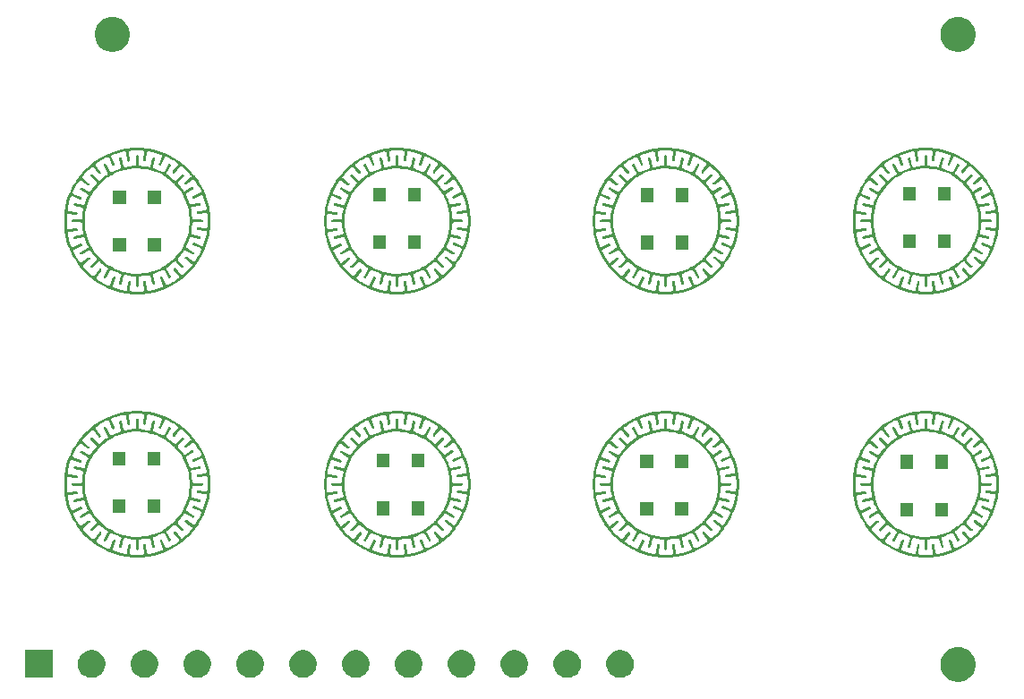
<source format=gbr>
G04 #@! TF.GenerationSoftware,KiCad,Pcbnew,(5.1.5)-3*
G04 #@! TF.CreationDate,2020-07-03T21:40:14-07:00*
G04 #@! TF.ProjectId,Sparkfun_buttons,53706172-6b66-4756-9e5f-627574746f6e,rev?*
G04 #@! TF.SameCoordinates,Original*
G04 #@! TF.FileFunction,Soldermask,Top*
G04 #@! TF.FilePolarity,Negative*
%FSLAX46Y46*%
G04 Gerber Fmt 4.6, Leading zero omitted, Abs format (unit mm)*
G04 Created by KiCad (PCBNEW (5.1.5)-3) date 2020-07-03 21:40:14*
%MOMM*%
%LPD*%
G04 APERTURE LIST*
%ADD10C,0.100000*%
G04 APERTURE END LIST*
D10*
G36*
X170375256Y-84306798D02*
G01*
X170481579Y-84327947D01*
X170782042Y-84452403D01*
X171052451Y-84633085D01*
X171282415Y-84863049D01*
X171406036Y-85048061D01*
X171463098Y-85133460D01*
X171587553Y-85433922D01*
X171650279Y-85749263D01*
X171651000Y-85752891D01*
X171651000Y-86078109D01*
X171587553Y-86397079D01*
X171463097Y-86697542D01*
X171282415Y-86967951D01*
X171052451Y-87197915D01*
X170782042Y-87378597D01*
X170481579Y-87503053D01*
X170375256Y-87524202D01*
X170162611Y-87566500D01*
X169837389Y-87566500D01*
X169624744Y-87524202D01*
X169518421Y-87503053D01*
X169217958Y-87378597D01*
X168947549Y-87197915D01*
X168717585Y-86967951D01*
X168536903Y-86697542D01*
X168412447Y-86397079D01*
X168349000Y-86078109D01*
X168349000Y-85752891D01*
X168349722Y-85749263D01*
X168412447Y-85433922D01*
X168536902Y-85133460D01*
X168593964Y-85048061D01*
X168717585Y-84863049D01*
X168947549Y-84633085D01*
X169217958Y-84452403D01*
X169518421Y-84327947D01*
X169624744Y-84306798D01*
X169837389Y-84264500D01*
X170162611Y-84264500D01*
X170375256Y-84306798D01*
G37*
G36*
X138424787Y-84626396D02*
G01*
X138661553Y-84724468D01*
X138661555Y-84724469D01*
X138868955Y-84863049D01*
X138874639Y-84866847D01*
X139055853Y-85048061D01*
X139198232Y-85261147D01*
X139296304Y-85497913D01*
X139346300Y-85749261D01*
X139346300Y-86005539D01*
X139296304Y-86256887D01*
X139238234Y-86397079D01*
X139198231Y-86493655D01*
X139055853Y-86706739D01*
X138874639Y-86887953D01*
X138661555Y-87030331D01*
X138661554Y-87030332D01*
X138661553Y-87030332D01*
X138424787Y-87128404D01*
X138173439Y-87178400D01*
X137917161Y-87178400D01*
X137665813Y-87128404D01*
X137429047Y-87030332D01*
X137429046Y-87030332D01*
X137429045Y-87030331D01*
X137215961Y-86887953D01*
X137034747Y-86706739D01*
X136892369Y-86493655D01*
X136852366Y-86397079D01*
X136794296Y-86256887D01*
X136744300Y-86005539D01*
X136744300Y-85749261D01*
X136794296Y-85497913D01*
X136892368Y-85261147D01*
X137034747Y-85048061D01*
X137215961Y-84866847D01*
X137221645Y-84863049D01*
X137429045Y-84724469D01*
X137429047Y-84724468D01*
X137665813Y-84626396D01*
X137917161Y-84576400D01*
X138173439Y-84576400D01*
X138424787Y-84626396D01*
G37*
G36*
X84346300Y-87178400D02*
G01*
X81744300Y-87178400D01*
X81744300Y-84576400D01*
X84346300Y-84576400D01*
X84346300Y-87178400D01*
G37*
G36*
X88424787Y-84626396D02*
G01*
X88661553Y-84724468D01*
X88661555Y-84724469D01*
X88868955Y-84863049D01*
X88874639Y-84866847D01*
X89055853Y-85048061D01*
X89198232Y-85261147D01*
X89296304Y-85497913D01*
X89346300Y-85749261D01*
X89346300Y-86005539D01*
X89296304Y-86256887D01*
X89238234Y-86397079D01*
X89198231Y-86493655D01*
X89055853Y-86706739D01*
X88874639Y-86887953D01*
X88661555Y-87030331D01*
X88661554Y-87030332D01*
X88661553Y-87030332D01*
X88424787Y-87128404D01*
X88173439Y-87178400D01*
X87917161Y-87178400D01*
X87665813Y-87128404D01*
X87429047Y-87030332D01*
X87429046Y-87030332D01*
X87429045Y-87030331D01*
X87215961Y-86887953D01*
X87034747Y-86706739D01*
X86892369Y-86493655D01*
X86852366Y-86397079D01*
X86794296Y-86256887D01*
X86744300Y-86005539D01*
X86744300Y-85749261D01*
X86794296Y-85497913D01*
X86892368Y-85261147D01*
X87034747Y-85048061D01*
X87215961Y-84866847D01*
X87221645Y-84863049D01*
X87429045Y-84724469D01*
X87429047Y-84724468D01*
X87665813Y-84626396D01*
X87917161Y-84576400D01*
X88173439Y-84576400D01*
X88424787Y-84626396D01*
G37*
G36*
X93424787Y-84626396D02*
G01*
X93661553Y-84724468D01*
X93661555Y-84724469D01*
X93868955Y-84863049D01*
X93874639Y-84866847D01*
X94055853Y-85048061D01*
X94198232Y-85261147D01*
X94296304Y-85497913D01*
X94346300Y-85749261D01*
X94346300Y-86005539D01*
X94296304Y-86256887D01*
X94238234Y-86397079D01*
X94198231Y-86493655D01*
X94055853Y-86706739D01*
X93874639Y-86887953D01*
X93661555Y-87030331D01*
X93661554Y-87030332D01*
X93661553Y-87030332D01*
X93424787Y-87128404D01*
X93173439Y-87178400D01*
X92917161Y-87178400D01*
X92665813Y-87128404D01*
X92429047Y-87030332D01*
X92429046Y-87030332D01*
X92429045Y-87030331D01*
X92215961Y-86887953D01*
X92034747Y-86706739D01*
X91892369Y-86493655D01*
X91852366Y-86397079D01*
X91794296Y-86256887D01*
X91744300Y-86005539D01*
X91744300Y-85749261D01*
X91794296Y-85497913D01*
X91892368Y-85261147D01*
X92034747Y-85048061D01*
X92215961Y-84866847D01*
X92221645Y-84863049D01*
X92429045Y-84724469D01*
X92429047Y-84724468D01*
X92665813Y-84626396D01*
X92917161Y-84576400D01*
X93173439Y-84576400D01*
X93424787Y-84626396D01*
G37*
G36*
X98424787Y-84626396D02*
G01*
X98661553Y-84724468D01*
X98661555Y-84724469D01*
X98868955Y-84863049D01*
X98874639Y-84866847D01*
X99055853Y-85048061D01*
X99198232Y-85261147D01*
X99296304Y-85497913D01*
X99346300Y-85749261D01*
X99346300Y-86005539D01*
X99296304Y-86256887D01*
X99238234Y-86397079D01*
X99198231Y-86493655D01*
X99055853Y-86706739D01*
X98874639Y-86887953D01*
X98661555Y-87030331D01*
X98661554Y-87030332D01*
X98661553Y-87030332D01*
X98424787Y-87128404D01*
X98173439Y-87178400D01*
X97917161Y-87178400D01*
X97665813Y-87128404D01*
X97429047Y-87030332D01*
X97429046Y-87030332D01*
X97429045Y-87030331D01*
X97215961Y-86887953D01*
X97034747Y-86706739D01*
X96892369Y-86493655D01*
X96852366Y-86397079D01*
X96794296Y-86256887D01*
X96744300Y-86005539D01*
X96744300Y-85749261D01*
X96794296Y-85497913D01*
X96892368Y-85261147D01*
X97034747Y-85048061D01*
X97215961Y-84866847D01*
X97221645Y-84863049D01*
X97429045Y-84724469D01*
X97429047Y-84724468D01*
X97665813Y-84626396D01*
X97917161Y-84576400D01*
X98173439Y-84576400D01*
X98424787Y-84626396D01*
G37*
G36*
X103424787Y-84626396D02*
G01*
X103661553Y-84724468D01*
X103661555Y-84724469D01*
X103868955Y-84863049D01*
X103874639Y-84866847D01*
X104055853Y-85048061D01*
X104198232Y-85261147D01*
X104296304Y-85497913D01*
X104346300Y-85749261D01*
X104346300Y-86005539D01*
X104296304Y-86256887D01*
X104238234Y-86397079D01*
X104198231Y-86493655D01*
X104055853Y-86706739D01*
X103874639Y-86887953D01*
X103661555Y-87030331D01*
X103661554Y-87030332D01*
X103661553Y-87030332D01*
X103424787Y-87128404D01*
X103173439Y-87178400D01*
X102917161Y-87178400D01*
X102665813Y-87128404D01*
X102429047Y-87030332D01*
X102429046Y-87030332D01*
X102429045Y-87030331D01*
X102215961Y-86887953D01*
X102034747Y-86706739D01*
X101892369Y-86493655D01*
X101852366Y-86397079D01*
X101794296Y-86256887D01*
X101744300Y-86005539D01*
X101744300Y-85749261D01*
X101794296Y-85497913D01*
X101892368Y-85261147D01*
X102034747Y-85048061D01*
X102215961Y-84866847D01*
X102221645Y-84863049D01*
X102429045Y-84724469D01*
X102429047Y-84724468D01*
X102665813Y-84626396D01*
X102917161Y-84576400D01*
X103173439Y-84576400D01*
X103424787Y-84626396D01*
G37*
G36*
X108424787Y-84626396D02*
G01*
X108661553Y-84724468D01*
X108661555Y-84724469D01*
X108868955Y-84863049D01*
X108874639Y-84866847D01*
X109055853Y-85048061D01*
X109198232Y-85261147D01*
X109296304Y-85497913D01*
X109346300Y-85749261D01*
X109346300Y-86005539D01*
X109296304Y-86256887D01*
X109238234Y-86397079D01*
X109198231Y-86493655D01*
X109055853Y-86706739D01*
X108874639Y-86887953D01*
X108661555Y-87030331D01*
X108661554Y-87030332D01*
X108661553Y-87030332D01*
X108424787Y-87128404D01*
X108173439Y-87178400D01*
X107917161Y-87178400D01*
X107665813Y-87128404D01*
X107429047Y-87030332D01*
X107429046Y-87030332D01*
X107429045Y-87030331D01*
X107215961Y-86887953D01*
X107034747Y-86706739D01*
X106892369Y-86493655D01*
X106852366Y-86397079D01*
X106794296Y-86256887D01*
X106744300Y-86005539D01*
X106744300Y-85749261D01*
X106794296Y-85497913D01*
X106892368Y-85261147D01*
X107034747Y-85048061D01*
X107215961Y-84866847D01*
X107221645Y-84863049D01*
X107429045Y-84724469D01*
X107429047Y-84724468D01*
X107665813Y-84626396D01*
X107917161Y-84576400D01*
X108173439Y-84576400D01*
X108424787Y-84626396D01*
G37*
G36*
X113424787Y-84626396D02*
G01*
X113661553Y-84724468D01*
X113661555Y-84724469D01*
X113868955Y-84863049D01*
X113874639Y-84866847D01*
X114055853Y-85048061D01*
X114198232Y-85261147D01*
X114296304Y-85497913D01*
X114346300Y-85749261D01*
X114346300Y-86005539D01*
X114296304Y-86256887D01*
X114238234Y-86397079D01*
X114198231Y-86493655D01*
X114055853Y-86706739D01*
X113874639Y-86887953D01*
X113661555Y-87030331D01*
X113661554Y-87030332D01*
X113661553Y-87030332D01*
X113424787Y-87128404D01*
X113173439Y-87178400D01*
X112917161Y-87178400D01*
X112665813Y-87128404D01*
X112429047Y-87030332D01*
X112429046Y-87030332D01*
X112429045Y-87030331D01*
X112215961Y-86887953D01*
X112034747Y-86706739D01*
X111892369Y-86493655D01*
X111852366Y-86397079D01*
X111794296Y-86256887D01*
X111744300Y-86005539D01*
X111744300Y-85749261D01*
X111794296Y-85497913D01*
X111892368Y-85261147D01*
X112034747Y-85048061D01*
X112215961Y-84866847D01*
X112221645Y-84863049D01*
X112429045Y-84724469D01*
X112429047Y-84724468D01*
X112665813Y-84626396D01*
X112917161Y-84576400D01*
X113173439Y-84576400D01*
X113424787Y-84626396D01*
G37*
G36*
X118424787Y-84626396D02*
G01*
X118661553Y-84724468D01*
X118661555Y-84724469D01*
X118868955Y-84863049D01*
X118874639Y-84866847D01*
X119055853Y-85048061D01*
X119198232Y-85261147D01*
X119296304Y-85497913D01*
X119346300Y-85749261D01*
X119346300Y-86005539D01*
X119296304Y-86256887D01*
X119238234Y-86397079D01*
X119198231Y-86493655D01*
X119055853Y-86706739D01*
X118874639Y-86887953D01*
X118661555Y-87030331D01*
X118661554Y-87030332D01*
X118661553Y-87030332D01*
X118424787Y-87128404D01*
X118173439Y-87178400D01*
X117917161Y-87178400D01*
X117665813Y-87128404D01*
X117429047Y-87030332D01*
X117429046Y-87030332D01*
X117429045Y-87030331D01*
X117215961Y-86887953D01*
X117034747Y-86706739D01*
X116892369Y-86493655D01*
X116852366Y-86397079D01*
X116794296Y-86256887D01*
X116744300Y-86005539D01*
X116744300Y-85749261D01*
X116794296Y-85497913D01*
X116892368Y-85261147D01*
X117034747Y-85048061D01*
X117215961Y-84866847D01*
X117221645Y-84863049D01*
X117429045Y-84724469D01*
X117429047Y-84724468D01*
X117665813Y-84626396D01*
X117917161Y-84576400D01*
X118173439Y-84576400D01*
X118424787Y-84626396D01*
G37*
G36*
X123424787Y-84626396D02*
G01*
X123661553Y-84724468D01*
X123661555Y-84724469D01*
X123868955Y-84863049D01*
X123874639Y-84866847D01*
X124055853Y-85048061D01*
X124198232Y-85261147D01*
X124296304Y-85497913D01*
X124346300Y-85749261D01*
X124346300Y-86005539D01*
X124296304Y-86256887D01*
X124238234Y-86397079D01*
X124198231Y-86493655D01*
X124055853Y-86706739D01*
X123874639Y-86887953D01*
X123661555Y-87030331D01*
X123661554Y-87030332D01*
X123661553Y-87030332D01*
X123424787Y-87128404D01*
X123173439Y-87178400D01*
X122917161Y-87178400D01*
X122665813Y-87128404D01*
X122429047Y-87030332D01*
X122429046Y-87030332D01*
X122429045Y-87030331D01*
X122215961Y-86887953D01*
X122034747Y-86706739D01*
X121892369Y-86493655D01*
X121852366Y-86397079D01*
X121794296Y-86256887D01*
X121744300Y-86005539D01*
X121744300Y-85749261D01*
X121794296Y-85497913D01*
X121892368Y-85261147D01*
X122034747Y-85048061D01*
X122215961Y-84866847D01*
X122221645Y-84863049D01*
X122429045Y-84724469D01*
X122429047Y-84724468D01*
X122665813Y-84626396D01*
X122917161Y-84576400D01*
X123173439Y-84576400D01*
X123424787Y-84626396D01*
G37*
G36*
X128424787Y-84626396D02*
G01*
X128661553Y-84724468D01*
X128661555Y-84724469D01*
X128868955Y-84863049D01*
X128874639Y-84866847D01*
X129055853Y-85048061D01*
X129198232Y-85261147D01*
X129296304Y-85497913D01*
X129346300Y-85749261D01*
X129346300Y-86005539D01*
X129296304Y-86256887D01*
X129238234Y-86397079D01*
X129198231Y-86493655D01*
X129055853Y-86706739D01*
X128874639Y-86887953D01*
X128661555Y-87030331D01*
X128661554Y-87030332D01*
X128661553Y-87030332D01*
X128424787Y-87128404D01*
X128173439Y-87178400D01*
X127917161Y-87178400D01*
X127665813Y-87128404D01*
X127429047Y-87030332D01*
X127429046Y-87030332D01*
X127429045Y-87030331D01*
X127215961Y-86887953D01*
X127034747Y-86706739D01*
X126892369Y-86493655D01*
X126852366Y-86397079D01*
X126794296Y-86256887D01*
X126744300Y-86005539D01*
X126744300Y-85749261D01*
X126794296Y-85497913D01*
X126892368Y-85261147D01*
X127034747Y-85048061D01*
X127215961Y-84866847D01*
X127221645Y-84863049D01*
X127429045Y-84724469D01*
X127429047Y-84724468D01*
X127665813Y-84626396D01*
X127917161Y-84576400D01*
X128173439Y-84576400D01*
X128424787Y-84626396D01*
G37*
G36*
X133424787Y-84626396D02*
G01*
X133661553Y-84724468D01*
X133661555Y-84724469D01*
X133868955Y-84863049D01*
X133874639Y-84866847D01*
X134055853Y-85048061D01*
X134198232Y-85261147D01*
X134296304Y-85497913D01*
X134346300Y-85749261D01*
X134346300Y-86005539D01*
X134296304Y-86256887D01*
X134238234Y-86397079D01*
X134198231Y-86493655D01*
X134055853Y-86706739D01*
X133874639Y-86887953D01*
X133661555Y-87030331D01*
X133661554Y-87030332D01*
X133661553Y-87030332D01*
X133424787Y-87128404D01*
X133173439Y-87178400D01*
X132917161Y-87178400D01*
X132665813Y-87128404D01*
X132429047Y-87030332D01*
X132429046Y-87030332D01*
X132429045Y-87030331D01*
X132215961Y-86887953D01*
X132034747Y-86706739D01*
X131892369Y-86493655D01*
X131852366Y-86397079D01*
X131794296Y-86256887D01*
X131744300Y-86005539D01*
X131744300Y-85749261D01*
X131794296Y-85497913D01*
X131892368Y-85261147D01*
X132034747Y-85048061D01*
X132215961Y-84866847D01*
X132221645Y-84863049D01*
X132429045Y-84724469D01*
X132429047Y-84724468D01*
X132665813Y-84626396D01*
X132917161Y-84576400D01*
X133173439Y-84576400D01*
X133424787Y-84626396D01*
G37*
G36*
X92889471Y-61971468D02*
G01*
X92898204Y-61972139D01*
X93162017Y-62002594D01*
X93184487Y-62003154D01*
X93195511Y-62002435D01*
X93197930Y-62002514D01*
X93220022Y-62005410D01*
X93222378Y-62005956D01*
X93226069Y-62007203D01*
X93251733Y-62012951D01*
X93416634Y-62031989D01*
X93425270Y-62033323D01*
X93937617Y-62132686D01*
X93946148Y-62134683D01*
X94449362Y-62272969D01*
X94457708Y-62275610D01*
X94948873Y-62452015D01*
X94956561Y-62455114D01*
X94961850Y-62458030D01*
X94966925Y-62460120D01*
X94969502Y-62460896D01*
X95433201Y-62668768D01*
X95441047Y-62672653D01*
X95899528Y-62921967D01*
X95907046Y-62926437D01*
X96345095Y-63210114D01*
X96352243Y-63215142D01*
X96493422Y-63322758D01*
X96514114Y-63335553D01*
X96521139Y-63339002D01*
X96523191Y-63340272D01*
X96540912Y-63353797D01*
X96542671Y-63355435D01*
X96547680Y-63361107D01*
X96565595Y-63377774D01*
X96767306Y-63531531D01*
X96774054Y-63537095D01*
X97163652Y-63884303D01*
X97169979Y-63890393D01*
X97531853Y-64266405D01*
X97537675Y-64272937D01*
X97800506Y-64591638D01*
X97808894Y-64600281D01*
X97808851Y-64600322D01*
X97814688Y-64606545D01*
X97831905Y-64628926D01*
X97836338Y-64635086D01*
X97869720Y-64675564D01*
X97875036Y-64682539D01*
X98175257Y-65109362D01*
X98180041Y-65116750D01*
X98446710Y-65565305D01*
X98450910Y-65573028D01*
X98682471Y-66040704D01*
X98686048Y-66048683D01*
X98722492Y-66139108D01*
X98730805Y-66154815D01*
X98730592Y-66154929D01*
X98734625Y-66162442D01*
X98743201Y-66183019D01*
X98743904Y-66185315D01*
X98744426Y-66187901D01*
X98751012Y-66209872D01*
X98881140Y-66532739D01*
X98884091Y-66540956D01*
X99041559Y-67038532D01*
X99043879Y-67046976D01*
X99162789Y-67555119D01*
X99164454Y-67563707D01*
X99211942Y-67871155D01*
X99217140Y-67892340D01*
X99220482Y-67902162D01*
X99221032Y-67904510D01*
X99223977Y-67926604D01*
X99224060Y-67929004D01*
X99223991Y-67930103D01*
X99225209Y-67957042D01*
X99244118Y-68079465D01*
X99245124Y-68088178D01*
X99285073Y-68608514D01*
X99285408Y-68617259D01*
X99285408Y-69139143D01*
X99285073Y-69147888D01*
X99245123Y-69668231D01*
X99244120Y-69676921D01*
X99240246Y-69702000D01*
X99239842Y-69706357D01*
X99239782Y-69706349D01*
X99236121Y-69734494D01*
X99234463Y-69741667D01*
X99232719Y-69750729D01*
X99164454Y-70192695D01*
X99162789Y-70201283D01*
X99043879Y-70709426D01*
X99041559Y-70717870D01*
X98884091Y-71215446D01*
X98881140Y-71223663D01*
X98798692Y-71428230D01*
X98792000Y-71450733D01*
X98790061Y-71460550D01*
X98789364Y-71462862D01*
X98780881Y-71483469D01*
X98779754Y-71485592D01*
X98776139Y-71491039D01*
X98764353Y-71513430D01*
X98686048Y-71707719D01*
X98682471Y-71715698D01*
X98450910Y-72183374D01*
X98446710Y-72191097D01*
X98180041Y-72639652D01*
X98175257Y-72647040D01*
X97910633Y-73023255D01*
X97906238Y-73030680D01*
X97906016Y-73030543D01*
X97901526Y-73037798D01*
X97888699Y-73054603D01*
X97885821Y-73058530D01*
X97875037Y-73073861D01*
X97869714Y-73080845D01*
X97537675Y-73483465D01*
X97531853Y-73489997D01*
X97169979Y-73866009D01*
X97163652Y-73872099D01*
X96774072Y-74219291D01*
X96767299Y-74224877D01*
X96656096Y-74309643D01*
X96637868Y-74326667D01*
X96637021Y-74327634D01*
X96635257Y-74329288D01*
X96617606Y-74342866D01*
X96615554Y-74344147D01*
X96612774Y-74345525D01*
X96592517Y-74358106D01*
X96352244Y-74541259D01*
X96345088Y-74546293D01*
X95907046Y-74829965D01*
X95899528Y-74834435D01*
X95441047Y-75083749D01*
X95433201Y-75087634D01*
X95103676Y-75235357D01*
X95085228Y-75245577D01*
X95081493Y-75248080D01*
X95079360Y-75249225D01*
X95058783Y-75257801D01*
X95050639Y-75260294D01*
X95050847Y-75260975D01*
X95035679Y-75265839D01*
X94956968Y-75301125D01*
X94948889Y-75304381D01*
X94457708Y-75480792D01*
X94449362Y-75483433D01*
X93946148Y-75621719D01*
X93937617Y-75623716D01*
X93425270Y-75723079D01*
X93416634Y-75724413D01*
X93249868Y-75743666D01*
X93225971Y-75748832D01*
X93220530Y-75750580D01*
X93218170Y-75751091D01*
X93196045Y-75753654D01*
X93193636Y-75753697D01*
X93187730Y-75753223D01*
X93163401Y-75753648D01*
X92898204Y-75784263D01*
X92889471Y-75784934D01*
X92367987Y-75804923D01*
X92359215Y-75804923D01*
X91837731Y-75784934D01*
X91828998Y-75784263D01*
X91563531Y-75753617D01*
X91540941Y-75753065D01*
X91531799Y-75753670D01*
X91529391Y-75753594D01*
X91507297Y-75750719D01*
X91504944Y-75750175D01*
X91502407Y-75749321D01*
X91476857Y-75743611D01*
X91310568Y-75724413D01*
X91301932Y-75723079D01*
X90789585Y-75623716D01*
X90781054Y-75621719D01*
X90277840Y-75483433D01*
X90269494Y-75480792D01*
X89778326Y-75304386D01*
X89770677Y-75301303D01*
X89765437Y-75298405D01*
X89760324Y-75296294D01*
X89757669Y-75295492D01*
X89294001Y-75087634D01*
X89286155Y-75083749D01*
X88827674Y-74834435D01*
X88820156Y-74829965D01*
X88382107Y-74546288D01*
X88374959Y-74541260D01*
X88233780Y-74433644D01*
X88213088Y-74420849D01*
X88206063Y-74417400D01*
X88204011Y-74416130D01*
X88186290Y-74402605D01*
X88184531Y-74400967D01*
X88179522Y-74395295D01*
X88161607Y-74378628D01*
X87959896Y-74224871D01*
X87953144Y-74219304D01*
X87563550Y-73872099D01*
X87557223Y-73866009D01*
X87195349Y-73489997D01*
X87189527Y-73483465D01*
X86926696Y-73164764D01*
X86918308Y-73156121D01*
X86918351Y-73156080D01*
X86912515Y-73149858D01*
X86895315Y-73127501D01*
X86890860Y-73121310D01*
X86857481Y-73080836D01*
X86852168Y-73073867D01*
X86551945Y-72647040D01*
X86547161Y-72639652D01*
X86280492Y-72191097D01*
X86276292Y-72183374D01*
X86044731Y-71715698D01*
X86041154Y-71707719D01*
X86004712Y-71617299D01*
X85996395Y-71601586D01*
X85996607Y-71601472D01*
X85992575Y-71593960D01*
X85984003Y-71573391D01*
X85983297Y-71571085D01*
X85982773Y-71568493D01*
X85976189Y-71546530D01*
X85846062Y-71223663D01*
X85843111Y-71215446D01*
X85685643Y-70717870D01*
X85683323Y-70709426D01*
X85564413Y-70201283D01*
X85562748Y-70192695D01*
X85515260Y-69885247D01*
X85510062Y-69864062D01*
X85506720Y-69854240D01*
X85506170Y-69851892D01*
X85503225Y-69829798D01*
X85503142Y-69827398D01*
X85503211Y-69826299D01*
X85501993Y-69799360D01*
X85483084Y-69676937D01*
X85482078Y-69668224D01*
X85442129Y-69147888D01*
X85441794Y-69139143D01*
X85441794Y-68627393D01*
X85695388Y-68627393D01*
X85695388Y-69129009D01*
X85695755Y-69138578D01*
X85727207Y-69548246D01*
X85731468Y-69572376D01*
X85740356Y-69595212D01*
X85753527Y-69615875D01*
X85770477Y-69633571D01*
X85790553Y-69647621D01*
X85812985Y-69657484D01*
X85836909Y-69662781D01*
X85869219Y-69662462D01*
X86600277Y-69559819D01*
X86612067Y-69558868D01*
X86617298Y-69558722D01*
X86639520Y-69560280D01*
X86641902Y-69560683D01*
X86663402Y-69566527D01*
X86665658Y-69567384D01*
X86685629Y-69577301D01*
X86687675Y-69578580D01*
X86705322Y-69592174D01*
X86707084Y-69593829D01*
X86721757Y-69610595D01*
X86723166Y-69612563D01*
X86734306Y-69631863D01*
X86735298Y-69634050D01*
X86742483Y-69655165D01*
X86743032Y-69657510D01*
X86745977Y-69679604D01*
X86746060Y-69682009D01*
X86744659Y-69704244D01*
X86744271Y-69706637D01*
X86738576Y-69728180D01*
X86737736Y-69730438D01*
X86727962Y-69750471D01*
X86726706Y-69752512D01*
X86713215Y-69770281D01*
X86711582Y-69772044D01*
X86694910Y-69786842D01*
X86692960Y-69788258D01*
X86673745Y-69799528D01*
X86671553Y-69800541D01*
X86650495Y-69807871D01*
X86645183Y-69809155D01*
X86634226Y-69811244D01*
X85904477Y-69913704D01*
X85880662Y-69919473D01*
X85858430Y-69929778D01*
X85838635Y-69944221D01*
X85822038Y-69962249D01*
X85809278Y-69983169D01*
X85800844Y-70006176D01*
X85797060Y-70030386D01*
X85798323Y-70056569D01*
X85811821Y-70143961D01*
X85813644Y-70153362D01*
X85927939Y-70641786D01*
X85930476Y-70651020D01*
X86081823Y-71129254D01*
X86085060Y-71138265D01*
X86129462Y-71248435D01*
X86140805Y-71270156D01*
X86156169Y-71289246D01*
X86174961Y-71304972D01*
X86196460Y-71316729D01*
X86219839Y-71324067D01*
X86244201Y-71326702D01*
X86268609Y-71324534D01*
X86294291Y-71316749D01*
X86973456Y-71028104D01*
X86984546Y-71024147D01*
X86989566Y-71022649D01*
X87011439Y-71018388D01*
X87013845Y-71018160D01*
X87036121Y-71018227D01*
X87038516Y-71018469D01*
X87060388Y-71022870D01*
X87062684Y-71023571D01*
X87083257Y-71032123D01*
X87085390Y-71033266D01*
X87103916Y-71045655D01*
X87105780Y-71047185D01*
X87121541Y-71062932D01*
X87123074Y-71064797D01*
X87135482Y-71083313D01*
X87136625Y-71085442D01*
X87145201Y-71106019D01*
X87145905Y-71108319D01*
X87150318Y-71130159D01*
X87150563Y-71132559D01*
X87150652Y-71154856D01*
X87150427Y-71157243D01*
X87146183Y-71179130D01*
X87145498Y-71181431D01*
X87137079Y-71202084D01*
X87135952Y-71204224D01*
X87123701Y-71222823D01*
X87122186Y-71224696D01*
X87106540Y-71240577D01*
X87104693Y-71242118D01*
X87086263Y-71254655D01*
X87081450Y-71257281D01*
X87071398Y-71262145D01*
X86393368Y-71550309D01*
X86371864Y-71562057D01*
X86353065Y-71577776D01*
X86337695Y-71596860D01*
X86326342Y-71618575D01*
X86319444Y-71642088D01*
X86317266Y-71666496D01*
X86319892Y-71690859D01*
X86330240Y-71720814D01*
X86499065Y-72061784D01*
X86503640Y-72070196D01*
X86759977Y-72501371D01*
X86765182Y-72509408D01*
X86953667Y-72777377D01*
X86969661Y-72795942D01*
X86988970Y-72811029D01*
X87010851Y-72822059D01*
X87034463Y-72828609D01*
X87058900Y-72830426D01*
X87083221Y-72827441D01*
X87106493Y-72819769D01*
X87132813Y-72804003D01*
X87714239Y-72350227D01*
X87723930Y-72343546D01*
X87728404Y-72340797D01*
X87748442Y-72331037D01*
X87750702Y-72330198D01*
X87772240Y-72324518D01*
X87774629Y-72324133D01*
X87796886Y-72322743D01*
X87799282Y-72322828D01*
X87821379Y-72325789D01*
X87823725Y-72326340D01*
X87844818Y-72333533D01*
X87847008Y-72334528D01*
X87866314Y-72345687D01*
X87868263Y-72347083D01*
X87885034Y-72361781D01*
X87886688Y-72363545D01*
X87900266Y-72381196D01*
X87901549Y-72383251D01*
X87911445Y-72403214D01*
X87912300Y-72405467D01*
X87918133Y-72426980D01*
X87918534Y-72429356D01*
X87920078Y-72451591D01*
X87920010Y-72454007D01*
X87917204Y-72476120D01*
X87916670Y-72478465D01*
X87909627Y-72499602D01*
X87908640Y-72501816D01*
X87897626Y-72521182D01*
X87896232Y-72523155D01*
X87881660Y-72540020D01*
X87877694Y-72543792D01*
X87869234Y-72551087D01*
X87289091Y-73003864D01*
X87271344Y-73020761D01*
X87257235Y-73040796D01*
X87247306Y-73063198D01*
X87241938Y-73087107D01*
X87241337Y-73111603D01*
X87245527Y-73135747D01*
X87254347Y-73158608D01*
X87269562Y-73181934D01*
X87378718Y-73314292D01*
X87385088Y-73321440D01*
X87732926Y-73682868D01*
X87739826Y-73689509D01*
X88114308Y-74023245D01*
X88121694Y-74029335D01*
X88149830Y-74050783D01*
X88170679Y-74063657D01*
X88193640Y-74072216D01*
X88217830Y-74076131D01*
X88242318Y-74075251D01*
X88266164Y-74069611D01*
X88288452Y-74059427D01*
X88308324Y-74045091D01*
X88325503Y-74026513D01*
X88770212Y-73435296D01*
X88777852Y-73426298D01*
X88781444Y-73422493D01*
X88798259Y-73407851D01*
X88800220Y-73406455D01*
X88819543Y-73395366D01*
X88821752Y-73394371D01*
X88842859Y-73387247D01*
X88845214Y-73386701D01*
X88867312Y-73383812D01*
X88869729Y-73383734D01*
X88891953Y-73385191D01*
X88894342Y-73385584D01*
X88915875Y-73391333D01*
X88918123Y-73392176D01*
X88938147Y-73402006D01*
X88940191Y-73403272D01*
X88957912Y-73416797D01*
X88959673Y-73418437D01*
X88974421Y-73435136D01*
X88975836Y-73437094D01*
X88987069Y-73456355D01*
X88988073Y-73458542D01*
X88995344Y-73479597D01*
X88995905Y-73481944D01*
X88998951Y-73504030D01*
X88999045Y-73506442D01*
X88997742Y-73528692D01*
X88997366Y-73531075D01*
X88991768Y-73552646D01*
X88990944Y-73554892D01*
X88981253Y-73574983D01*
X88978408Y-73579654D01*
X88972129Y-73588911D01*
X88528044Y-74179300D01*
X88515304Y-74200232D01*
X88506893Y-74223247D01*
X88503134Y-74247461D01*
X88504171Y-74271943D01*
X88509964Y-74295753D01*
X88520290Y-74317975D01*
X88534754Y-74337755D01*
X88559993Y-74359359D01*
X88949502Y-74611603D01*
X88957733Y-74616496D01*
X89398405Y-74856125D01*
X89406986Y-74860374D01*
X89630069Y-74960380D01*
X89653304Y-74968164D01*
X89677611Y-74971265D01*
X89702056Y-74969565D01*
X89725700Y-74963129D01*
X89747633Y-74952203D01*
X89767014Y-74937208D01*
X89783097Y-74918721D01*
X89797079Y-74893194D01*
X90073416Y-74210089D01*
X90078422Y-74199564D01*
X90080931Y-74194928D01*
X90093403Y-74176455D01*
X90094941Y-74174598D01*
X90110756Y-74158905D01*
X90112622Y-74157384D01*
X90131210Y-74145047D01*
X90133328Y-74143922D01*
X90153935Y-74135439D01*
X90156249Y-74134741D01*
X90178109Y-74130422D01*
X90180515Y-74130188D01*
X90202792Y-74130197D01*
X90205197Y-74130434D01*
X90227068Y-74134774D01*
X90229371Y-74135471D01*
X90249963Y-74143970D01*
X90252101Y-74145107D01*
X90270662Y-74157450D01*
X90272527Y-74158973D01*
X90288334Y-74174683D01*
X90289867Y-74176538D01*
X90302322Y-74195020D01*
X90303470Y-74197146D01*
X90312101Y-74217706D01*
X90312813Y-74220008D01*
X90317281Y-74241825D01*
X90317533Y-74244238D01*
X90317680Y-74266515D01*
X90317460Y-74268916D01*
X90313275Y-74290809D01*
X90311727Y-74296060D01*
X90308053Y-74306599D01*
X90032365Y-74988098D01*
X90025447Y-75011605D01*
X90023247Y-75036011D01*
X90025851Y-75060376D01*
X90033159Y-75083765D01*
X90044889Y-75105279D01*
X90060590Y-75124092D01*
X90079661Y-75139479D01*
X90105990Y-75152615D01*
X90345675Y-75238700D01*
X90354805Y-75241590D01*
X90838487Y-75374508D01*
X90847810Y-75376690D01*
X91292351Y-75462904D01*
X91316749Y-75465189D01*
X91341123Y-75462670D01*
X91364537Y-75455445D01*
X91386093Y-75443790D01*
X91404960Y-75428154D01*
X91420414Y-75409138D01*
X91431862Y-75387473D01*
X91440214Y-75355449D01*
X91530497Y-74621346D01*
X91532620Y-74609792D01*
X91533837Y-74604685D01*
X91541094Y-74583623D01*
X91542098Y-74581431D01*
X91553317Y-74562161D01*
X91554722Y-74560213D01*
X91569472Y-74543491D01*
X91571233Y-74541849D01*
X91588939Y-74528318D01*
X91590997Y-74527042D01*
X91610981Y-74517214D01*
X91613253Y-74516360D01*
X91634775Y-74510597D01*
X91637149Y-74510204D01*
X91659401Y-74508732D01*
X91661811Y-74508808D01*
X91683905Y-74511683D01*
X91686253Y-74512226D01*
X91707375Y-74519338D01*
X91709576Y-74520328D01*
X91728919Y-74531411D01*
X91730883Y-74532807D01*
X91747689Y-74547421D01*
X91749352Y-74549181D01*
X91763013Y-74566800D01*
X91764299Y-74568843D01*
X91774268Y-74588762D01*
X91775135Y-74591021D01*
X91781049Y-74612506D01*
X91781458Y-74614875D01*
X91783086Y-74637112D01*
X91782951Y-74642579D01*
X91782131Y-74653729D01*
X91692023Y-75386408D01*
X91691430Y-75410905D01*
X91695628Y-75435047D01*
X91704454Y-75457906D01*
X91717571Y-75478604D01*
X91734474Y-75496345D01*
X91754513Y-75510448D01*
X91776919Y-75520370D01*
X91801750Y-75525840D01*
X91848019Y-75531182D01*
X91857568Y-75531915D01*
X92358813Y-75551127D01*
X92368389Y-75551127D01*
X92869634Y-75531915D01*
X92879183Y-75531182D01*
X92925452Y-75525840D01*
X92949401Y-75520657D01*
X92971880Y-75510902D01*
X92992023Y-75496948D01*
X93009057Y-75479333D01*
X93022327Y-75458733D01*
X93031323Y-75435940D01*
X93035700Y-75411830D01*
X93035179Y-75386408D01*
X92944903Y-74652356D01*
X92944157Y-74640584D01*
X92944101Y-74635341D01*
X92946039Y-74613141D01*
X92946482Y-74610771D01*
X92952695Y-74589371D01*
X92953592Y-74587127D01*
X92963844Y-74567341D01*
X92965161Y-74565313D01*
X92979057Y-74547898D01*
X92980745Y-74546162D01*
X92997753Y-74531783D01*
X92999743Y-74530409D01*
X93019238Y-74519597D01*
X93021438Y-74518644D01*
X93042675Y-74511822D01*
X93045033Y-74511312D01*
X93067158Y-74508748D01*
X93069577Y-74508706D01*
X93091785Y-74510488D01*
X93094158Y-74510914D01*
X93115618Y-74516982D01*
X93117855Y-74517858D01*
X93137713Y-74527972D01*
X93139743Y-74529269D01*
X93157265Y-74543051D01*
X93159008Y-74544723D01*
X93173516Y-74561642D01*
X93174901Y-74563620D01*
X93185837Y-74583019D01*
X93186813Y-74585229D01*
X93193782Y-74606411D01*
X93194976Y-74611750D01*
X93196878Y-74622749D01*
X93286988Y-75355449D01*
X93292348Y-75379359D01*
X93302270Y-75401765D01*
X93316373Y-75421804D01*
X93334114Y-75438707D01*
X93354812Y-75451824D01*
X93377671Y-75460650D01*
X93401813Y-75464848D01*
X93434851Y-75462904D01*
X93879392Y-75376690D01*
X93888715Y-75374508D01*
X94372385Y-75241593D01*
X94381515Y-75238704D01*
X94729261Y-75113809D01*
X94751400Y-75103305D01*
X94771064Y-75088685D01*
X94787498Y-75070509D01*
X94800071Y-75049476D01*
X94808298Y-75026394D01*
X94811865Y-75002151D01*
X94810633Y-74977678D01*
X94802049Y-74947275D01*
X94513491Y-74268316D01*
X94509548Y-74257257D01*
X94508050Y-74252238D01*
X94503787Y-74230362D01*
X94503559Y-74227964D01*
X94503627Y-74205678D01*
X94503868Y-74203285D01*
X94508269Y-74181413D01*
X94508970Y-74179115D01*
X94517527Y-74158536D01*
X94518665Y-74156412D01*
X94531053Y-74137889D01*
X94532584Y-74136024D01*
X94548334Y-74120259D01*
X94550199Y-74118725D01*
X94568718Y-74106315D01*
X94570842Y-74105175D01*
X94591411Y-74096603D01*
X94593711Y-74095899D01*
X94615565Y-74091482D01*
X94617956Y-74091238D01*
X94640252Y-74091151D01*
X94642657Y-74091377D01*
X94664525Y-74095618D01*
X94666831Y-74096305D01*
X94687490Y-74104724D01*
X94689608Y-74105839D01*
X94708231Y-74118107D01*
X94710094Y-74119614D01*
X94725979Y-74135265D01*
X94727521Y-74137114D01*
X94740055Y-74155540D01*
X94742670Y-74160331D01*
X94747550Y-74170413D01*
X95035644Y-74848282D01*
X95047392Y-74869786D01*
X95063111Y-74888585D01*
X95082194Y-74903955D01*
X95103910Y-74915308D01*
X95127423Y-74922206D01*
X95151830Y-74924384D01*
X95176193Y-74921758D01*
X95201818Y-74913452D01*
X95320217Y-74860374D01*
X95328797Y-74856125D01*
X95769469Y-74616496D01*
X95777701Y-74611603D01*
X96198751Y-74338933D01*
X96206583Y-74333424D01*
X96267786Y-74286771D01*
X96285724Y-74270077D01*
X96300060Y-74250205D01*
X96310244Y-74227917D01*
X96315885Y-74204071D01*
X96316765Y-74179583D01*
X96312850Y-74155394D01*
X96304292Y-74132433D01*
X96290548Y-74110454D01*
X95835577Y-73527500D01*
X95828953Y-73517882D01*
X95826197Y-73513398D01*
X95816435Y-73493359D01*
X95815602Y-73491114D01*
X95809915Y-73469547D01*
X95809531Y-73467170D01*
X95808143Y-73444921D01*
X95808228Y-73442520D01*
X95811189Y-73420423D01*
X95811740Y-73418077D01*
X95818933Y-73396984D01*
X95819928Y-73394794D01*
X95831087Y-73375488D01*
X95832483Y-73373539D01*
X95847181Y-73356768D01*
X95848944Y-73355115D01*
X95866596Y-73341535D01*
X95868642Y-73340258D01*
X95888620Y-73330354D01*
X95890864Y-73329502D01*
X95912389Y-73323666D01*
X95914762Y-73323266D01*
X95936984Y-73321724D01*
X95939402Y-73321792D01*
X95961521Y-73324599D01*
X95963871Y-73325134D01*
X95985001Y-73332175D01*
X95987213Y-73333161D01*
X96006579Y-73344175D01*
X96008551Y-73345568D01*
X96025423Y-73360146D01*
X96029192Y-73364108D01*
X96036487Y-73372568D01*
X96490352Y-73954106D01*
X96507249Y-73971853D01*
X96527284Y-73985962D01*
X96549686Y-73995891D01*
X96573595Y-74001259D01*
X96598091Y-74001860D01*
X96622234Y-73997670D01*
X96645096Y-73988850D01*
X96672057Y-73970519D01*
X96987376Y-73689509D01*
X96994276Y-73682868D01*
X97342114Y-73321440D01*
X97348484Y-73314292D01*
X97530450Y-73093647D01*
X97544113Y-73073305D01*
X97553544Y-73050689D01*
X97558382Y-73026667D01*
X97558441Y-73002163D01*
X97553718Y-72978119D01*
X97544395Y-72955457D01*
X97530830Y-72935050D01*
X97509154Y-72914223D01*
X96920651Y-72471557D01*
X96911711Y-72463961D01*
X96907889Y-72460353D01*
X96893256Y-72443550D01*
X96891855Y-72441582D01*
X96880766Y-72422259D01*
X96879771Y-72420050D01*
X96872647Y-72398943D01*
X96872101Y-72396588D01*
X96869212Y-72374490D01*
X96869134Y-72372073D01*
X96870591Y-72349849D01*
X96870984Y-72347460D01*
X96876733Y-72325927D01*
X96877576Y-72323679D01*
X96887406Y-72303655D01*
X96888672Y-72301611D01*
X96902197Y-72283890D01*
X96903837Y-72282129D01*
X96920536Y-72267381D01*
X96922494Y-72265966D01*
X96941755Y-72254733D01*
X96943942Y-72253729D01*
X96964997Y-72246458D01*
X96967344Y-72245897D01*
X96989430Y-72242851D01*
X96991842Y-72242757D01*
X97014092Y-72244060D01*
X97016475Y-72244436D01*
X97038046Y-72250034D01*
X97040292Y-72250858D01*
X97060383Y-72260549D01*
X97065054Y-72263394D01*
X97074311Y-72269673D01*
X97662009Y-72711734D01*
X97682941Y-72724474D01*
X97705956Y-72732885D01*
X97730170Y-72736644D01*
X97754652Y-72735607D01*
X97778462Y-72729814D01*
X97800684Y-72719488D01*
X97820464Y-72705024D01*
X97839388Y-72683754D01*
X97962020Y-72509408D01*
X97967225Y-72501371D01*
X98223562Y-72070196D01*
X98228137Y-72061784D01*
X98447872Y-71617993D01*
X98456540Y-71595073D01*
X98460570Y-71570902D01*
X98459808Y-71546410D01*
X98454281Y-71522537D01*
X98444204Y-71500201D01*
X98429963Y-71480261D01*
X98412105Y-71463481D01*
X98382620Y-71446608D01*
X97695599Y-71169429D01*
X97685058Y-71164426D01*
X97680433Y-71161929D01*
X97661951Y-71149477D01*
X97660095Y-71147943D01*
X97644373Y-71132127D01*
X97642854Y-71130266D01*
X97630506Y-71111701D01*
X97629379Y-71109584D01*
X97620872Y-71088971D01*
X97620175Y-71086666D01*
X97615835Y-71064804D01*
X97615599Y-71062409D01*
X97615587Y-71040112D01*
X97615820Y-71037723D01*
X97620140Y-71015852D01*
X97620833Y-71013552D01*
X97629318Y-70992937D01*
X97630454Y-70990799D01*
X97642770Y-70972242D01*
X97644296Y-70970368D01*
X97659996Y-70954542D01*
X97661855Y-70953002D01*
X97680320Y-70940535D01*
X97682435Y-70939389D01*
X97702991Y-70930737D01*
X97705297Y-70930023D01*
X97727111Y-70925534D01*
X97729515Y-70925280D01*
X97751801Y-70925113D01*
X97754199Y-70925330D01*
X97776106Y-70929497D01*
X97781337Y-70931034D01*
X97791901Y-70934707D01*
X98477830Y-71211446D01*
X98501343Y-71218343D01*
X98525751Y-71220520D01*
X98550114Y-71217893D01*
X98573496Y-71210564D01*
X98594999Y-71198814D01*
X98613797Y-71183095D01*
X98629167Y-71164010D01*
X98640530Y-71142265D01*
X98642137Y-71138279D01*
X98645379Y-71129255D01*
X98796726Y-70651020D01*
X98799263Y-70641786D01*
X98913558Y-70153362D01*
X98915381Y-70143962D01*
X98946209Y-69944375D01*
X98947558Y-69919908D01*
X98944108Y-69895648D01*
X98935991Y-69872527D01*
X98923519Y-69851434D01*
X98907172Y-69833180D01*
X98887578Y-69818465D01*
X98865490Y-69807856D01*
X98837933Y-69801230D01*
X98106746Y-69711305D01*
X98095192Y-69709182D01*
X98090085Y-69707965D01*
X98069023Y-69700708D01*
X98066831Y-69699704D01*
X98047561Y-69688485D01*
X98045613Y-69687080D01*
X98028891Y-69672330D01*
X98027249Y-69670569D01*
X98013718Y-69652863D01*
X98012444Y-69650808D01*
X98002614Y-69630819D01*
X98001761Y-69628548D01*
X97995998Y-69607030D01*
X97995606Y-69604655D01*
X97994132Y-69582396D01*
X97994208Y-69579991D01*
X97997083Y-69557897D01*
X97997626Y-69555549D01*
X98004738Y-69534427D01*
X98005728Y-69532226D01*
X98016811Y-69512883D01*
X98018207Y-69510919D01*
X98032821Y-69494113D01*
X98034579Y-69492451D01*
X98052198Y-69478791D01*
X98054251Y-69477499D01*
X98074159Y-69467536D01*
X98076423Y-69466667D01*
X98097905Y-69460753D01*
X98100275Y-69460344D01*
X98122512Y-69458716D01*
X98127979Y-69458851D01*
X98139129Y-69459671D01*
X98868806Y-69549410D01*
X98893303Y-69550003D01*
X98917445Y-69545805D01*
X98940304Y-69536979D01*
X98961002Y-69523862D01*
X98978743Y-69506959D01*
X98992845Y-69486920D01*
X99002768Y-69464514D01*
X99008696Y-69434915D01*
X99031447Y-69138578D01*
X99031814Y-69129009D01*
X99031814Y-68627393D01*
X99031447Y-68617824D01*
X98999995Y-68208156D01*
X98995734Y-68184026D01*
X98986846Y-68161190D01*
X98973675Y-68140527D01*
X98956725Y-68122831D01*
X98936649Y-68108781D01*
X98914217Y-68098918D01*
X98890293Y-68093621D01*
X98857983Y-68093940D01*
X98126805Y-68196601D01*
X98115173Y-68197533D01*
X98109904Y-68197680D01*
X98087682Y-68196122D01*
X98085300Y-68195719D01*
X98063800Y-68189875D01*
X98061544Y-68189018D01*
X98041573Y-68179101D01*
X98039527Y-68177822D01*
X98021880Y-68164228D01*
X98020118Y-68162573D01*
X98005445Y-68145807D01*
X98004036Y-68143839D01*
X97992896Y-68124539D01*
X97991904Y-68122352D01*
X97984719Y-68101237D01*
X97984170Y-68098892D01*
X97981225Y-68076798D01*
X97981142Y-68074396D01*
X97982544Y-68052148D01*
X97982929Y-68049777D01*
X97988627Y-68028223D01*
X97989469Y-68025959D01*
X97999239Y-68005934D01*
X98000499Y-68003886D01*
X98013980Y-67986129D01*
X98015625Y-67984353D01*
X98032283Y-67969567D01*
X98034234Y-67968150D01*
X98053460Y-67956873D01*
X98055660Y-67955857D01*
X98076703Y-67948532D01*
X98082019Y-67947247D01*
X98092976Y-67945158D01*
X98822725Y-67842699D01*
X98846540Y-67836930D01*
X98868772Y-67826625D01*
X98888567Y-67812182D01*
X98905163Y-67794154D01*
X98917924Y-67773234D01*
X98926358Y-67750228D01*
X98930142Y-67726017D01*
X98928879Y-67699833D01*
X98915380Y-67612438D01*
X98913557Y-67603038D01*
X98799263Y-67114616D01*
X98796726Y-67105382D01*
X98645379Y-66627147D01*
X98642142Y-66618136D01*
X98597740Y-66507966D01*
X98586397Y-66486245D01*
X98571033Y-66467155D01*
X98552241Y-66451429D01*
X98530742Y-66439672D01*
X98507363Y-66432334D01*
X98483001Y-66429699D01*
X98458593Y-66431867D01*
X98432911Y-66439652D01*
X97753716Y-66728311D01*
X97742657Y-66732254D01*
X97737638Y-66733752D01*
X97715762Y-66738015D01*
X97713364Y-66738243D01*
X97691078Y-66738175D01*
X97688685Y-66737934D01*
X97666813Y-66733533D01*
X97664515Y-66732832D01*
X97643936Y-66724275D01*
X97641812Y-66723137D01*
X97623289Y-66710749D01*
X97621424Y-66709218D01*
X97605659Y-66693468D01*
X97604125Y-66691603D01*
X97591715Y-66673084D01*
X97590575Y-66670960D01*
X97582003Y-66650391D01*
X97581299Y-66648091D01*
X97576882Y-66626237D01*
X97576638Y-66623846D01*
X97576551Y-66601550D01*
X97576777Y-66599145D01*
X97581018Y-66577277D01*
X97581705Y-66574971D01*
X97590124Y-66554312D01*
X97591239Y-66552194D01*
X97603507Y-66533571D01*
X97605014Y-66531708D01*
X97620665Y-66515823D01*
X97622514Y-66514281D01*
X97640940Y-66501747D01*
X97645731Y-66499132D01*
X97655813Y-66494252D01*
X98333834Y-66206093D01*
X98355338Y-66194345D01*
X98374137Y-66178626D01*
X98389507Y-66159543D01*
X98400860Y-66137827D01*
X98407758Y-66114314D01*
X98409936Y-66089907D01*
X98407310Y-66065543D01*
X98396962Y-66035588D01*
X98228137Y-65694618D01*
X98223562Y-65686206D01*
X97967225Y-65255031D01*
X97962020Y-65246994D01*
X97773535Y-64979025D01*
X97757541Y-64960460D01*
X97738232Y-64945373D01*
X97716351Y-64934343D01*
X97692739Y-64927793D01*
X97668302Y-64925976D01*
X97643981Y-64928961D01*
X97620709Y-64936633D01*
X97594389Y-64952399D01*
X97012902Y-65406223D01*
X97003282Y-65412849D01*
X96998798Y-65415605D01*
X96978759Y-65425367D01*
X96976514Y-65426200D01*
X96954947Y-65431887D01*
X96952570Y-65432271D01*
X96930321Y-65433659D01*
X96927920Y-65433574D01*
X96905823Y-65430613D01*
X96903477Y-65430062D01*
X96882384Y-65422869D01*
X96880194Y-65421874D01*
X96860888Y-65410715D01*
X96858939Y-65409319D01*
X96842168Y-65394621D01*
X96840515Y-65392858D01*
X96826935Y-65375206D01*
X96825658Y-65373160D01*
X96815754Y-65353182D01*
X96814902Y-65350938D01*
X96809066Y-65329413D01*
X96808666Y-65327040D01*
X96807124Y-65304818D01*
X96807192Y-65302400D01*
X96809999Y-65280281D01*
X96810534Y-65277931D01*
X96817575Y-65256801D01*
X96818561Y-65254589D01*
X96829575Y-65235223D01*
X96830968Y-65233251D01*
X96845546Y-65216379D01*
X96849508Y-65212610D01*
X96857968Y-65205315D01*
X97438111Y-64752538D01*
X97455858Y-64735641D01*
X97469967Y-64715606D01*
X97479896Y-64693204D01*
X97485264Y-64669295D01*
X97485865Y-64644799D01*
X97481675Y-64620655D01*
X97472855Y-64597794D01*
X97457640Y-64574468D01*
X97348484Y-64442110D01*
X97342114Y-64434962D01*
X96994276Y-64073534D01*
X96987376Y-64066893D01*
X96612894Y-63733157D01*
X96605508Y-63727067D01*
X96577372Y-63705619D01*
X96556523Y-63692745D01*
X96533562Y-63684186D01*
X96509372Y-63680271D01*
X96484884Y-63681151D01*
X96461038Y-63686791D01*
X96438750Y-63696975D01*
X96418878Y-63711311D01*
X96401699Y-63729889D01*
X95956957Y-64321151D01*
X95949361Y-64330091D01*
X95945753Y-64333913D01*
X95928950Y-64348546D01*
X95926982Y-64349947D01*
X95907659Y-64361036D01*
X95905450Y-64362031D01*
X95884343Y-64369155D01*
X95881988Y-64369701D01*
X95859890Y-64372590D01*
X95857473Y-64372668D01*
X95835249Y-64371211D01*
X95832860Y-64370818D01*
X95811327Y-64365069D01*
X95809079Y-64364226D01*
X95789055Y-64354396D01*
X95787011Y-64353130D01*
X95769290Y-64339605D01*
X95767529Y-64337965D01*
X95752781Y-64321266D01*
X95751366Y-64319308D01*
X95740133Y-64300047D01*
X95739129Y-64297860D01*
X95731858Y-64276805D01*
X95731297Y-64274458D01*
X95728251Y-64252372D01*
X95728157Y-64249960D01*
X95729460Y-64227710D01*
X95729836Y-64225327D01*
X95735434Y-64203756D01*
X95736258Y-64201510D01*
X95745949Y-64181419D01*
X95748794Y-64176748D01*
X95755073Y-64167491D01*
X96199158Y-63577102D01*
X96211898Y-63556170D01*
X96220309Y-63533155D01*
X96224068Y-63508941D01*
X96223031Y-63484459D01*
X96217238Y-63460649D01*
X96206912Y-63438427D01*
X96192448Y-63418647D01*
X96167209Y-63397043D01*
X95777700Y-63144799D01*
X95769469Y-63139906D01*
X95328797Y-62900277D01*
X95320216Y-62896028D01*
X95097354Y-62796121D01*
X95074119Y-62788337D01*
X95049812Y-62785236D01*
X95025367Y-62786936D01*
X95001723Y-62793372D01*
X94979790Y-62804298D01*
X94960409Y-62819293D01*
X94944326Y-62837780D01*
X94930301Y-62863415D01*
X94654831Y-63546197D01*
X94649826Y-63556744D01*
X94647329Y-63561369D01*
X94634877Y-63579851D01*
X94633343Y-63581707D01*
X94617527Y-63597429D01*
X94615666Y-63598948D01*
X94597101Y-63611296D01*
X94594984Y-63612423D01*
X94574371Y-63620930D01*
X94572066Y-63621627D01*
X94550204Y-63625967D01*
X94547809Y-63626203D01*
X94525512Y-63626215D01*
X94523123Y-63625982D01*
X94501252Y-63621662D01*
X94498952Y-63620969D01*
X94478337Y-63612484D01*
X94476199Y-63611348D01*
X94457642Y-63599032D01*
X94455768Y-63597506D01*
X94439942Y-63581806D01*
X94438402Y-63579947D01*
X94425935Y-63561482D01*
X94424789Y-63559367D01*
X94416137Y-63538811D01*
X94415423Y-63536505D01*
X94410934Y-63514691D01*
X94410680Y-63512287D01*
X94410513Y-63490001D01*
X94410730Y-63487603D01*
X94414897Y-63465696D01*
X94416434Y-63460465D01*
X94420107Y-63449901D01*
X94695109Y-62768279D01*
X94702006Y-62744766D01*
X94704183Y-62720359D01*
X94701556Y-62695996D01*
X94694227Y-62672613D01*
X94682477Y-62651110D01*
X94666758Y-62632312D01*
X94647674Y-62616942D01*
X94621441Y-62603869D01*
X94381515Y-62517698D01*
X94372385Y-62514809D01*
X93888715Y-62381894D01*
X93879392Y-62379712D01*
X93434572Y-62293444D01*
X93410174Y-62291159D01*
X93385800Y-62293678D01*
X93362386Y-62300903D01*
X93340830Y-62312558D01*
X93321963Y-62328194D01*
X93306509Y-62347210D01*
X93295061Y-62368875D01*
X93286723Y-62400780D01*
X93195701Y-63135094D01*
X93193554Y-63146747D01*
X93192337Y-63151830D01*
X93185056Y-63172897D01*
X93184049Y-63175089D01*
X93172822Y-63194330D01*
X93171405Y-63196290D01*
X93156642Y-63212995D01*
X93154878Y-63214636D01*
X93137157Y-63228150D01*
X93135108Y-63229418D01*
X93115102Y-63239234D01*
X93112836Y-63240083D01*
X93091313Y-63245824D01*
X93088931Y-63246215D01*
X93066685Y-63247667D01*
X93064272Y-63247588D01*
X93042180Y-63244692D01*
X93039825Y-63244146D01*
X93018721Y-63237017D01*
X93016519Y-63236024D01*
X92997188Y-63224924D01*
X92995222Y-63223523D01*
X92978419Y-63208882D01*
X92976772Y-63207138D01*
X92963123Y-63189499D01*
X92961838Y-63187452D01*
X92951889Y-63167526D01*
X92951027Y-63165273D01*
X92945133Y-63143778D01*
X92944725Y-63141404D01*
X92943118Y-63119164D01*
X92943258Y-63113707D01*
X92944089Y-63102565D01*
X93034884Y-62370080D01*
X93035500Y-62345583D01*
X93031325Y-62321437D01*
X93022520Y-62298570D01*
X93009423Y-62277860D01*
X92992537Y-62260102D01*
X92972512Y-62245980D01*
X92950116Y-62236037D01*
X92925169Y-62230529D01*
X92879181Y-62225220D01*
X92869634Y-62224487D01*
X92368389Y-62205275D01*
X92358813Y-62205275D01*
X91857568Y-62224487D01*
X91848020Y-62225220D01*
X91688964Y-62243583D01*
X91665014Y-62248766D01*
X91642536Y-62258521D01*
X91622393Y-62272475D01*
X91605359Y-62290090D01*
X91592088Y-62310689D01*
X91583092Y-62333482D01*
X91578715Y-62357592D01*
X91579515Y-62385139D01*
X91681983Y-63114874D01*
X91682934Y-63126666D01*
X91683079Y-63131892D01*
X91681522Y-63154124D01*
X91681121Y-63156493D01*
X91675276Y-63178002D01*
X91674418Y-63180260D01*
X91664501Y-63200230D01*
X91663225Y-63202271D01*
X91649623Y-63219928D01*
X91647980Y-63221677D01*
X91631208Y-63236356D01*
X91629244Y-63237762D01*
X91609938Y-63248906D01*
X91607754Y-63249897D01*
X91586640Y-63257082D01*
X91584293Y-63257632D01*
X91562199Y-63260577D01*
X91559794Y-63260660D01*
X91537559Y-63259259D01*
X91535166Y-63258871D01*
X91513628Y-63253177D01*
X91511359Y-63252333D01*
X91491333Y-63242563D01*
X91489284Y-63241302D01*
X91471528Y-63227821D01*
X91469754Y-63226178D01*
X91454966Y-63209517D01*
X91453548Y-63207566D01*
X91442276Y-63188347D01*
X91441263Y-63186155D01*
X91433930Y-63165091D01*
X91432648Y-63159789D01*
X91430558Y-63148823D01*
X91328286Y-62420482D01*
X91322516Y-62396667D01*
X91312211Y-62374435D01*
X91297767Y-62354641D01*
X91279739Y-62338044D01*
X91258820Y-62325284D01*
X91235813Y-62316850D01*
X91211603Y-62313067D01*
X91180702Y-62315151D01*
X90847810Y-62379712D01*
X90838487Y-62381894D01*
X90354817Y-62514809D01*
X90345687Y-62517698D01*
X89997941Y-62642593D01*
X89975802Y-62653097D01*
X89956138Y-62667717D01*
X89939704Y-62685893D01*
X89927131Y-62706926D01*
X89918904Y-62730008D01*
X89915337Y-62754251D01*
X89916569Y-62778724D01*
X89925153Y-62809127D01*
X90213698Y-63488056D01*
X90217655Y-63499146D01*
X90219153Y-63504166D01*
X90223414Y-63526039D01*
X90223642Y-63528445D01*
X90223575Y-63550721D01*
X90223333Y-63553116D01*
X90218932Y-63574988D01*
X90218231Y-63577284D01*
X90209679Y-63597857D01*
X90208536Y-63599990D01*
X90196147Y-63618516D01*
X90194617Y-63620380D01*
X90178870Y-63636141D01*
X90177005Y-63637674D01*
X90158489Y-63650082D01*
X90156360Y-63651225D01*
X90135783Y-63659801D01*
X90133483Y-63660505D01*
X90111643Y-63664918D01*
X90109243Y-63665163D01*
X90086946Y-63665252D01*
X90084559Y-63665027D01*
X90062672Y-63660783D01*
X90060371Y-63660098D01*
X90039718Y-63651679D01*
X90037578Y-63650552D01*
X90018979Y-63638301D01*
X90017106Y-63636786D01*
X90001225Y-63621140D01*
X89999684Y-63619293D01*
X89987147Y-63600863D01*
X89984521Y-63596050D01*
X89979657Y-63585998D01*
X89691558Y-62908120D01*
X89679810Y-62886616D01*
X89664091Y-62867817D01*
X89645008Y-62852447D01*
X89623292Y-62841094D01*
X89599779Y-62834196D01*
X89575372Y-62832018D01*
X89551008Y-62834644D01*
X89525384Y-62842950D01*
X89406985Y-62896028D01*
X89398405Y-62900277D01*
X88957733Y-63139906D01*
X88949501Y-63144799D01*
X88528451Y-63417469D01*
X88520619Y-63422978D01*
X88459542Y-63469535D01*
X88441604Y-63486229D01*
X88427268Y-63506101D01*
X88417084Y-63528389D01*
X88411443Y-63552235D01*
X88410563Y-63576723D01*
X88414478Y-63600913D01*
X88423036Y-63623873D01*
X88436827Y-63645913D01*
X88891537Y-64227793D01*
X88898222Y-64237478D01*
X88900964Y-64241935D01*
X88910736Y-64261963D01*
X88911578Y-64264228D01*
X88917272Y-64285769D01*
X88917659Y-64288151D01*
X88919061Y-64310407D01*
X88918977Y-64312812D01*
X88916032Y-64334898D01*
X88915483Y-64337241D01*
X88908301Y-64358345D01*
X88907301Y-64360548D01*
X88896167Y-64379839D01*
X88894766Y-64381798D01*
X88880071Y-64398586D01*
X88878320Y-64400231D01*
X88860664Y-64413829D01*
X88858624Y-64415105D01*
X88838661Y-64425017D01*
X88836402Y-64425875D01*
X88814896Y-64431720D01*
X88812511Y-64432123D01*
X88790299Y-64433680D01*
X88787879Y-64433612D01*
X88765756Y-64430821D01*
X88763417Y-64430289D01*
X88742258Y-64423252D01*
X88740060Y-64422273D01*
X88720686Y-64411269D01*
X88718715Y-64409880D01*
X88701837Y-64395315D01*
X88698057Y-64391346D01*
X88690774Y-64382909D01*
X88236922Y-63802128D01*
X88220014Y-63784392D01*
X88199970Y-63770295D01*
X88177562Y-63760380D01*
X88153650Y-63755026D01*
X88129153Y-63754441D01*
X88105012Y-63758646D01*
X88082156Y-63767479D01*
X88055264Y-63785777D01*
X87739826Y-64066894D01*
X87732926Y-64073534D01*
X87385088Y-64434962D01*
X87378718Y-64442110D01*
X87196752Y-64662755D01*
X87183089Y-64683097D01*
X87173658Y-64705713D01*
X87168820Y-64729735D01*
X87168761Y-64754239D01*
X87173484Y-64778283D01*
X87182807Y-64800945D01*
X87196372Y-64821352D01*
X87218048Y-64842179D01*
X87806506Y-65284812D01*
X87815504Y-65292452D01*
X87819309Y-65296044D01*
X87833951Y-65312859D01*
X87835347Y-65314820D01*
X87846436Y-65334143D01*
X87847431Y-65336352D01*
X87854555Y-65357459D01*
X87855101Y-65359814D01*
X87857990Y-65381912D01*
X87858068Y-65384329D01*
X87856611Y-65406553D01*
X87856218Y-65408942D01*
X87850469Y-65430475D01*
X87849626Y-65432723D01*
X87839796Y-65452747D01*
X87838530Y-65454791D01*
X87825005Y-65472512D01*
X87823365Y-65474273D01*
X87806666Y-65489021D01*
X87804708Y-65490436D01*
X87785447Y-65501669D01*
X87783260Y-65502673D01*
X87762205Y-65509944D01*
X87759858Y-65510505D01*
X87737772Y-65513551D01*
X87735360Y-65513645D01*
X87713110Y-65512342D01*
X87710727Y-65511966D01*
X87689156Y-65506368D01*
X87686910Y-65505544D01*
X87666819Y-65495853D01*
X87662148Y-65493008D01*
X87652891Y-65486729D01*
X87065193Y-65044668D01*
X87044261Y-65031928D01*
X87021246Y-65023517D01*
X86997032Y-65019758D01*
X86972550Y-65020795D01*
X86948740Y-65026588D01*
X86926518Y-65036914D01*
X86906738Y-65051378D01*
X86887814Y-65072648D01*
X86765182Y-65246994D01*
X86759977Y-65255031D01*
X86503640Y-65686206D01*
X86499065Y-65694619D01*
X86279331Y-66138409D01*
X86270663Y-66161328D01*
X86266633Y-66185499D01*
X86267396Y-66209991D01*
X86272922Y-66233864D01*
X86282999Y-66256200D01*
X86297240Y-66276141D01*
X86315098Y-66292920D01*
X86344583Y-66309793D01*
X87031507Y-66586934D01*
X87042156Y-66591982D01*
X87046779Y-66594479D01*
X87065250Y-66606924D01*
X87067108Y-66608460D01*
X87082825Y-66624270D01*
X87084346Y-66626133D01*
X87096694Y-66644700D01*
X87097831Y-66646835D01*
X87106330Y-66667429D01*
X87107026Y-66669729D01*
X87111367Y-66691594D01*
X87111603Y-66693992D01*
X87111615Y-66716279D01*
X87111380Y-66718683D01*
X87107060Y-66740552D01*
X87106364Y-66742862D01*
X87097881Y-66763469D01*
X87096753Y-66765593D01*
X87084432Y-66784160D01*
X87082911Y-66786028D01*
X87067200Y-66801865D01*
X87065346Y-66803400D01*
X87046890Y-66815862D01*
X87044765Y-66817013D01*
X87024208Y-66825665D01*
X87021897Y-66826381D01*
X87000094Y-66830868D01*
X86997687Y-66831122D01*
X86975401Y-66831289D01*
X86973006Y-66831072D01*
X86951102Y-66826905D01*
X86945852Y-66825362D01*
X86935295Y-66821692D01*
X86249372Y-66544955D01*
X86225859Y-66538058D01*
X86201451Y-66535881D01*
X86177088Y-66538508D01*
X86153706Y-66545837D01*
X86132203Y-66557587D01*
X86113405Y-66573306D01*
X86098035Y-66592391D01*
X86086668Y-66614146D01*
X86085061Y-66618133D01*
X86081823Y-66627147D01*
X85930476Y-67105382D01*
X85927939Y-67114616D01*
X85813644Y-67603040D01*
X85811821Y-67612440D01*
X85780993Y-67812027D01*
X85779644Y-67836494D01*
X85783094Y-67860754D01*
X85791211Y-67883875D01*
X85803683Y-67904968D01*
X85820030Y-67923222D01*
X85839624Y-67937937D01*
X85861712Y-67948546D01*
X85889269Y-67955172D01*
X86620456Y-68045097D01*
X86632010Y-68047220D01*
X86637117Y-68048437D01*
X86658179Y-68055694D01*
X86660371Y-68056698D01*
X86679641Y-68067917D01*
X86681589Y-68069322D01*
X86698311Y-68084072D01*
X86699953Y-68085833D01*
X86713484Y-68103539D01*
X86714760Y-68105597D01*
X86724588Y-68125581D01*
X86725442Y-68127853D01*
X86731205Y-68149375D01*
X86731598Y-68151749D01*
X86733070Y-68174001D01*
X86732994Y-68176411D01*
X86730119Y-68198505D01*
X86729576Y-68200853D01*
X86722464Y-68221975D01*
X86721474Y-68224176D01*
X86710391Y-68243519D01*
X86708995Y-68245483D01*
X86694381Y-68262289D01*
X86692621Y-68263952D01*
X86675002Y-68277613D01*
X86672959Y-68278899D01*
X86653040Y-68288868D01*
X86650781Y-68289735D01*
X86629296Y-68295649D01*
X86626927Y-68296058D01*
X86604690Y-68297686D01*
X86599223Y-68297551D01*
X86588073Y-68296731D01*
X85858396Y-68206992D01*
X85833899Y-68206399D01*
X85809757Y-68210597D01*
X85786898Y-68219423D01*
X85766200Y-68232540D01*
X85748459Y-68249443D01*
X85734357Y-68269482D01*
X85724434Y-68291888D01*
X85718506Y-68321487D01*
X85695755Y-68617824D01*
X85695388Y-68627393D01*
X85441794Y-68627393D01*
X85441794Y-68617259D01*
X85442129Y-68608514D01*
X85482079Y-68088171D01*
X85483082Y-68079481D01*
X85486956Y-68054402D01*
X85487360Y-68050045D01*
X85487420Y-68050053D01*
X85491081Y-68021908D01*
X85492739Y-68014735D01*
X85494483Y-68005673D01*
X85562748Y-67563707D01*
X85564413Y-67555119D01*
X85683323Y-67046976D01*
X85685643Y-67038532D01*
X85843111Y-66540956D01*
X85846062Y-66532739D01*
X85928508Y-66328177D01*
X85935202Y-66305667D01*
X85937142Y-66295846D01*
X85937833Y-66293552D01*
X85946318Y-66272937D01*
X85947455Y-66270797D01*
X85951062Y-66265362D01*
X85962851Y-66242967D01*
X86041154Y-66048683D01*
X86044731Y-66040704D01*
X86276292Y-65573028D01*
X86280492Y-65565305D01*
X86547161Y-65116750D01*
X86551945Y-65109362D01*
X86816569Y-64733147D01*
X86820964Y-64725722D01*
X86821186Y-64725859D01*
X86825676Y-64718604D01*
X86838503Y-64701799D01*
X86841381Y-64697872D01*
X86852165Y-64682541D01*
X86857488Y-64675557D01*
X87189527Y-64272937D01*
X87195349Y-64266405D01*
X87557223Y-63890393D01*
X87563550Y-63884303D01*
X87953130Y-63537111D01*
X87959911Y-63531519D01*
X88071082Y-63446777D01*
X88089360Y-63429695D01*
X88090123Y-63428824D01*
X88091882Y-63427171D01*
X88109538Y-63413573D01*
X88111575Y-63412299D01*
X88114468Y-63410863D01*
X88134661Y-63398314D01*
X88374952Y-63215147D01*
X88382116Y-63210109D01*
X88820156Y-62926437D01*
X88827674Y-62921967D01*
X89286155Y-62672653D01*
X89294001Y-62668768D01*
X89623521Y-62521047D01*
X89641969Y-62510827D01*
X89645716Y-62508316D01*
X89647842Y-62507175D01*
X89668411Y-62498603D01*
X89676562Y-62496107D01*
X89676355Y-62495430D01*
X89691524Y-62490562D01*
X89770213Y-62455287D01*
X89778328Y-62452015D01*
X90269494Y-62275610D01*
X90277840Y-62272969D01*
X90781054Y-62134683D01*
X90789585Y-62132686D01*
X91301935Y-62033322D01*
X91310570Y-62031988D01*
X91366805Y-62025497D01*
X91381462Y-62022193D01*
X91381608Y-62022815D01*
X91389909Y-62020870D01*
X91412003Y-62017925D01*
X91414406Y-62017842D01*
X91415380Y-62017903D01*
X91437579Y-62017326D01*
X91828998Y-61972139D01*
X91837731Y-61971468D01*
X92359215Y-61951479D01*
X92367987Y-61951479D01*
X92889471Y-61971468D01*
G37*
G36*
X92375626Y-62652274D02*
G01*
X92378020Y-62652526D01*
X92399853Y-62657007D01*
X92402156Y-62657719D01*
X92422708Y-62666359D01*
X92424825Y-62667504D01*
X92443300Y-62679965D01*
X92445151Y-62681496D01*
X92460874Y-62697330D01*
X92462389Y-62699188D01*
X92474720Y-62717749D01*
X92475856Y-62719885D01*
X92484345Y-62740479D01*
X92485045Y-62742797D01*
X92489373Y-62764654D01*
X92489907Y-62770102D01*
X92490453Y-62781263D01*
X92490453Y-63536356D01*
X92492855Y-63560742D01*
X92499968Y-63584191D01*
X92511519Y-63605802D01*
X92527064Y-63624744D01*
X92546006Y-63640289D01*
X92567617Y-63651840D01*
X92591066Y-63658953D01*
X92607161Y-63661080D01*
X92935577Y-63682910D01*
X92945613Y-63684025D01*
X93392500Y-63753793D01*
X93402398Y-63755790D01*
X93472499Y-63773194D01*
X93496746Y-63776739D01*
X93521218Y-63775486D01*
X93544975Y-63769482D01*
X93567104Y-63758959D01*
X93586756Y-63744321D01*
X93603174Y-63726131D01*
X93615728Y-63705087D01*
X93623322Y-63684365D01*
X93819676Y-62954832D01*
X93823405Y-62943662D01*
X93825322Y-62938788D01*
X93835458Y-62918952D01*
X93836767Y-62916910D01*
X93850563Y-62899417D01*
X93852226Y-62897686D01*
X93869186Y-62883183D01*
X93871153Y-62881809D01*
X93890579Y-62870893D01*
X93892785Y-62869923D01*
X93913975Y-62862983D01*
X93916320Y-62862462D01*
X93938446Y-62859769D01*
X93940853Y-62859713D01*
X93963082Y-62861370D01*
X93965458Y-62861783D01*
X93986944Y-62867727D01*
X93989196Y-62868595D01*
X94009106Y-62878593D01*
X94011142Y-62879879D01*
X94028744Y-62893563D01*
X94030495Y-62895224D01*
X94045090Y-62912052D01*
X94046487Y-62914023D01*
X94057543Y-62933377D01*
X94058531Y-62935582D01*
X94065616Y-62956714D01*
X94066154Y-62959058D01*
X94069002Y-62981166D01*
X94069074Y-62983564D01*
X94067572Y-63005808D01*
X94066671Y-63011213D01*
X94064297Y-63022135D01*
X93868266Y-63750469D01*
X93864247Y-63774641D01*
X93865021Y-63799133D01*
X93870559Y-63823003D01*
X93880647Y-63845334D01*
X93894898Y-63865268D01*
X93912763Y-63882039D01*
X93933558Y-63895002D01*
X93948244Y-63901135D01*
X94278663Y-64014999D01*
X94288079Y-64018718D01*
X94700971Y-64203280D01*
X94710038Y-64207824D01*
X94756413Y-64233694D01*
X94778879Y-64243477D01*
X94802823Y-64248689D01*
X94827323Y-64249129D01*
X94851438Y-64244782D01*
X94874242Y-64235813D01*
X94894858Y-64222567D01*
X94912493Y-64205555D01*
X94925529Y-64187087D01*
X95302944Y-63534158D01*
X95309434Y-63524324D01*
X95312545Y-63520109D01*
X95327453Y-63503570D01*
X95329245Y-63501935D01*
X95347100Y-63488590D01*
X95349151Y-63487349D01*
X95369270Y-63477723D01*
X95371539Y-63476899D01*
X95393121Y-63471370D01*
X95395498Y-63471003D01*
X95417759Y-63469770D01*
X95420170Y-63469872D01*
X95442237Y-63472984D01*
X95444578Y-63473552D01*
X95465622Y-63480893D01*
X95467817Y-63481909D01*
X95487032Y-63493196D01*
X95488986Y-63494617D01*
X95505633Y-63509413D01*
X95507275Y-63511188D01*
X95520744Y-63528951D01*
X95522004Y-63531002D01*
X95531764Y-63551037D01*
X95532601Y-63553292D01*
X95538288Y-63574863D01*
X95538670Y-63577227D01*
X95540058Y-63599474D01*
X95539972Y-63601888D01*
X95537015Y-63623971D01*
X95536463Y-63626319D01*
X95529268Y-63647420D01*
X95527006Y-63652400D01*
X95521893Y-63662336D01*
X95144857Y-64314607D01*
X95134732Y-64336922D01*
X95129156Y-64360783D01*
X95128341Y-64385273D01*
X95132321Y-64409452D01*
X95140940Y-64432390D01*
X95153870Y-64453206D01*
X95170611Y-64471099D01*
X95182772Y-64480515D01*
X95487557Y-64687843D01*
X95495682Y-64693913D01*
X95845694Y-64980353D01*
X95853212Y-64987082D01*
X95877119Y-65010466D01*
X95896232Y-65025801D01*
X95917969Y-65037112D01*
X95941495Y-65043965D01*
X95965906Y-65046097D01*
X95990264Y-65043426D01*
X96013633Y-65036054D01*
X96035115Y-65024265D01*
X96052912Y-65009494D01*
X96572740Y-64489666D01*
X96581529Y-64481862D01*
X96585625Y-64478592D01*
X96604317Y-64466453D01*
X96606460Y-64465343D01*
X96627153Y-64457066D01*
X96629467Y-64456393D01*
X96651375Y-64452294D01*
X96653782Y-64452083D01*
X96676059Y-64452318D01*
X96678468Y-64452579D01*
X96700271Y-64457134D01*
X96702581Y-64457858D01*
X96723093Y-64466564D01*
X96725211Y-64467718D01*
X96743642Y-64480244D01*
X96745497Y-64481789D01*
X96761150Y-64497663D01*
X96762669Y-64499540D01*
X96774929Y-64518134D01*
X96776052Y-64520262D01*
X96784479Y-64540914D01*
X96785168Y-64543224D01*
X96789419Y-64565090D01*
X96789646Y-64567491D01*
X96789569Y-64589796D01*
X96789327Y-64592177D01*
X96784918Y-64614039D01*
X96784215Y-64616339D01*
X96775650Y-64636913D01*
X96774513Y-64639035D01*
X96762114Y-64657557D01*
X96758637Y-64661789D01*
X96751141Y-64670057D01*
X96231593Y-65189605D01*
X96216048Y-65208547D01*
X96204497Y-65230158D01*
X96197384Y-65253607D01*
X96194982Y-65277993D01*
X96197384Y-65302379D01*
X96204497Y-65325828D01*
X96216048Y-65347439D01*
X96225021Y-65359278D01*
X96477578Y-65654322D01*
X96483808Y-65662288D01*
X96731799Y-66010049D01*
X96747914Y-66028509D01*
X96767320Y-66043471D01*
X96789272Y-66054360D01*
X96812926Y-66060756D01*
X96837374Y-66062415D01*
X96861676Y-66059273D01*
X96884897Y-66051450D01*
X96899821Y-66043473D01*
X97494994Y-65671490D01*
X97505277Y-65665882D01*
X97510030Y-65663605D01*
X97530960Y-65655985D01*
X97533298Y-65655384D01*
X97555322Y-65651972D01*
X97557726Y-65651837D01*
X97580002Y-65652768D01*
X97582390Y-65653104D01*
X97604050Y-65658343D01*
X97606335Y-65659138D01*
X97626550Y-65668476D01*
X97628647Y-65669706D01*
X97646670Y-65682797D01*
X97648476Y-65684401D01*
X97663625Y-65700758D01*
X97665084Y-65702679D01*
X97676758Y-65721651D01*
X97677815Y-65723820D01*
X97685586Y-65744708D01*
X97686203Y-65747046D01*
X97689768Y-65769046D01*
X97689920Y-65771456D01*
X97689145Y-65793718D01*
X97688826Y-65796111D01*
X97683739Y-65817809D01*
X97682961Y-65820097D01*
X97673754Y-65840398D01*
X97672550Y-65842483D01*
X97659582Y-65860601D01*
X97657995Y-65862415D01*
X97641738Y-65877684D01*
X97637422Y-65881009D01*
X97628233Y-65887396D01*
X97025067Y-66264374D01*
X97005660Y-66279335D01*
X96989546Y-66297795D01*
X96977342Y-66319044D01*
X96969518Y-66342266D01*
X96966375Y-66366567D01*
X96968033Y-66391015D01*
X96974429Y-66414670D01*
X96980831Y-66428836D01*
X96985668Y-66437977D01*
X97179324Y-66846697D01*
X97183250Y-66856029D01*
X97321336Y-67229693D01*
X97332042Y-67251735D01*
X97346842Y-67271264D01*
X97365168Y-67287531D01*
X97386316Y-67299910D01*
X97409472Y-67307925D01*
X97433747Y-67311269D01*
X97463099Y-67308936D01*
X98237144Y-67154128D01*
X98248740Y-67152518D01*
X98253980Y-67152068D01*
X98276258Y-67152336D01*
X98278658Y-67152601D01*
X98300461Y-67157191D01*
X98302771Y-67157918D01*
X98323274Y-67166660D01*
X98325385Y-67167815D01*
X98343795Y-67180370D01*
X98345654Y-67181924D01*
X98361269Y-67197808D01*
X98362782Y-67199682D01*
X98375031Y-67218322D01*
X98376148Y-67220449D01*
X98384538Y-67241100D01*
X98385224Y-67243414D01*
X98389441Y-67265295D01*
X98389664Y-67267693D01*
X98389551Y-67289980D01*
X98389304Y-67292375D01*
X98384862Y-67314229D01*
X98384157Y-67316522D01*
X98375558Y-67337091D01*
X98374421Y-67339203D01*
X98361978Y-67357727D01*
X98360455Y-67359575D01*
X98344670Y-67375309D01*
X98342805Y-67376836D01*
X98324273Y-67389201D01*
X98322138Y-67390341D01*
X98301549Y-67398875D01*
X98296312Y-67400468D01*
X98285488Y-67403188D01*
X97552143Y-67549857D01*
X97528701Y-67556995D01*
X97507103Y-67568569D01*
X97488177Y-67584134D01*
X97472652Y-67603092D01*
X97461123Y-67624715D01*
X97454034Y-67648171D01*
X97451658Y-67672560D01*
X97456038Y-67705227D01*
X97461773Y-67726317D01*
X97463998Y-67736214D01*
X97543628Y-68181413D01*
X97544967Y-68191440D01*
X97584536Y-68637397D01*
X97589084Y-68661476D01*
X97598242Y-68684204D01*
X97611657Y-68704710D01*
X97628816Y-68722204D01*
X97649058Y-68736014D01*
X97671605Y-68745610D01*
X97695591Y-68750623D01*
X97709046Y-68751349D01*
X98461940Y-68751349D01*
X98473686Y-68752045D01*
X98478909Y-68752631D01*
X98500696Y-68757263D01*
X98502997Y-68757992D01*
X98523482Y-68766772D01*
X98525594Y-68767933D01*
X98543987Y-68780526D01*
X98545836Y-68782078D01*
X98561428Y-68798001D01*
X98562936Y-68799877D01*
X98575144Y-68818532D01*
X98576256Y-68820659D01*
X98584610Y-68841334D01*
X98585288Y-68843636D01*
X98589466Y-68865542D01*
X98589684Y-68867939D01*
X98589528Y-68890226D01*
X98589276Y-68892620D01*
X98584795Y-68914453D01*
X98584083Y-68916756D01*
X98575443Y-68937308D01*
X98574298Y-68939425D01*
X98561837Y-68957900D01*
X98560306Y-68959751D01*
X98544472Y-68975474D01*
X98542614Y-68976989D01*
X98524053Y-68989320D01*
X98521917Y-68990456D01*
X98501323Y-68998945D01*
X98499005Y-68999645D01*
X98477148Y-69003973D01*
X98471700Y-69004507D01*
X98460539Y-69005053D01*
X97709046Y-69005053D01*
X97684660Y-69007455D01*
X97661211Y-69014568D01*
X97639600Y-69026119D01*
X97620658Y-69041664D01*
X97605113Y-69060606D01*
X97593562Y-69082217D01*
X97586449Y-69105666D01*
X97584536Y-69119005D01*
X97544967Y-69564962D01*
X97543628Y-69574989D01*
X97468264Y-69996340D01*
X97466334Y-70020768D01*
X97469208Y-70045103D01*
X97476774Y-70068409D01*
X97488741Y-70089793D01*
X97504650Y-70108430D01*
X97523889Y-70123606D01*
X97545719Y-70134736D01*
X97558939Y-70139083D01*
X98286848Y-70334246D01*
X98298029Y-70337966D01*
X98302898Y-70339875D01*
X98322748Y-70349994D01*
X98324784Y-70351296D01*
X98342295Y-70365079D01*
X98344034Y-70366747D01*
X98358542Y-70383680D01*
X98359924Y-70385654D01*
X98370857Y-70405066D01*
X98371832Y-70407277D01*
X98378789Y-70428449D01*
X98379317Y-70430809D01*
X98382029Y-70452920D01*
X98382087Y-70455322D01*
X98380449Y-70477574D01*
X98380038Y-70479949D01*
X98374120Y-70501420D01*
X98373254Y-70503674D01*
X98363272Y-70523602D01*
X98361992Y-70525635D01*
X98348317Y-70543257D01*
X98346661Y-70545008D01*
X98329847Y-70559619D01*
X98327882Y-70561015D01*
X98308530Y-70572094D01*
X98306328Y-70573083D01*
X98285218Y-70580184D01*
X98282862Y-70580728D01*
X98260762Y-70583595D01*
X98258353Y-70583671D01*
X98236102Y-70582189D01*
X98230707Y-70581295D01*
X98219809Y-70578937D01*
X97494351Y-70384429D01*
X97470175Y-70380434D01*
X97445684Y-70381232D01*
X97421819Y-70386792D01*
X97399497Y-70396902D01*
X97379577Y-70411172D01*
X97362824Y-70429054D01*
X97349880Y-70449861D01*
X97342930Y-70467060D01*
X97340022Y-70476145D01*
X97183250Y-70900373D01*
X97179324Y-70909705D01*
X97004620Y-71278426D01*
X96996349Y-71301492D01*
X96992737Y-71325728D01*
X96993922Y-71350204D01*
X96999860Y-71373978D01*
X97010321Y-71396136D01*
X97024905Y-71415828D01*
X97043050Y-71432297D01*
X97055080Y-71440199D01*
X97708566Y-71817501D01*
X97718419Y-71823993D01*
X97722639Y-71827105D01*
X97739196Y-71842014D01*
X97740826Y-71843799D01*
X97754176Y-71861641D01*
X97755421Y-71863697D01*
X97765056Y-71883810D01*
X97765885Y-71886087D01*
X97771421Y-71907653D01*
X97771791Y-71910046D01*
X97773035Y-71932295D01*
X97772934Y-71934704D01*
X97769834Y-71956768D01*
X97769267Y-71959110D01*
X97761934Y-71980167D01*
X97760919Y-71982364D01*
X97749642Y-72001582D01*
X97748226Y-72003531D01*
X97733434Y-72020192D01*
X97731660Y-72021834D01*
X97713909Y-72035309D01*
X97711858Y-72036570D01*
X97691815Y-72046345D01*
X97689568Y-72047180D01*
X97668014Y-72052875D01*
X97665633Y-72053261D01*
X97643388Y-72054660D01*
X97640973Y-72054575D01*
X97618890Y-72051629D01*
X97616547Y-72051080D01*
X97595442Y-72043895D01*
X97590464Y-72041636D01*
X97580532Y-72036530D01*
X96929214Y-71660481D01*
X96906894Y-71650368D01*
X96883030Y-71644804D01*
X96858539Y-71644002D01*
X96834362Y-71647993D01*
X96811429Y-71656624D01*
X96790620Y-71669564D01*
X96772735Y-71686314D01*
X96758926Y-71705435D01*
X96751918Y-71717369D01*
X96746413Y-71725860D01*
X96483808Y-72094114D01*
X96477578Y-72102080D01*
X96225021Y-72397124D01*
X96210988Y-72417211D01*
X96201143Y-72439651D01*
X96195865Y-72463580D01*
X96195357Y-72488078D01*
X96199638Y-72512206D01*
X96208543Y-72535034D01*
X96221732Y-72555686D01*
X96231593Y-72566797D01*
X96752136Y-73087340D01*
X96759940Y-73096129D01*
X96763210Y-73100225D01*
X96775349Y-73118917D01*
X96776459Y-73121060D01*
X96784736Y-73141753D01*
X96785409Y-73144067D01*
X96789508Y-73165975D01*
X96789719Y-73168382D01*
X96789484Y-73190659D01*
X96789223Y-73193068D01*
X96784668Y-73214871D01*
X96783944Y-73217181D01*
X96775238Y-73237693D01*
X96774084Y-73239811D01*
X96761558Y-73258242D01*
X96760013Y-73260097D01*
X96744139Y-73275750D01*
X96742262Y-73277269D01*
X96723668Y-73289529D01*
X96721540Y-73290652D01*
X96700888Y-73299079D01*
X96698578Y-73299768D01*
X96676712Y-73304019D01*
X96674311Y-73304246D01*
X96652006Y-73304169D01*
X96649625Y-73303927D01*
X96627763Y-73299518D01*
X96625463Y-73298815D01*
X96604889Y-73290250D01*
X96602767Y-73289113D01*
X96584245Y-73276714D01*
X96580013Y-73273237D01*
X96571745Y-73265741D01*
X96052912Y-72746908D01*
X96033970Y-72731363D01*
X96012359Y-72719812D01*
X95988910Y-72712699D01*
X95964524Y-72710297D01*
X95940138Y-72712699D01*
X95916689Y-72719812D01*
X95895078Y-72731363D01*
X95877119Y-72745936D01*
X95853212Y-72769320D01*
X95845694Y-72776049D01*
X95495682Y-73062489D01*
X95487557Y-73068559D01*
X95182772Y-73275887D01*
X95163959Y-73291589D01*
X95148572Y-73310659D01*
X95137200Y-73332365D01*
X95130282Y-73355872D01*
X95128082Y-73380277D01*
X95130686Y-73404642D01*
X95137994Y-73428031D01*
X95144857Y-73441795D01*
X95522596Y-74095283D01*
X95527873Y-74105804D01*
X95529972Y-74110602D01*
X95536870Y-74131796D01*
X95537391Y-74134159D01*
X95540040Y-74156275D01*
X95540092Y-74158684D01*
X95538391Y-74180930D01*
X95537974Y-74183301D01*
X95531997Y-74204749D01*
X95531123Y-74207005D01*
X95521084Y-74226905D01*
X95519792Y-74228943D01*
X95506080Y-74246514D01*
X95504422Y-74248256D01*
X95487551Y-74262834D01*
X95485579Y-74264227D01*
X95466213Y-74275241D01*
X95464001Y-74276227D01*
X95442871Y-74283268D01*
X95440521Y-74283803D01*
X95418402Y-74286610D01*
X95415986Y-74286678D01*
X95393762Y-74285136D01*
X95391388Y-74284736D01*
X95369868Y-74278900D01*
X95367603Y-74278041D01*
X95347653Y-74268150D01*
X95345609Y-74266874D01*
X95327933Y-74253277D01*
X95326181Y-74251633D01*
X95311487Y-74234866D01*
X95308299Y-74230419D01*
X95302247Y-74221037D01*
X94925529Y-73569315D01*
X94911246Y-73549404D01*
X94893353Y-73532663D01*
X94872537Y-73519733D01*
X94849599Y-73511114D01*
X94825420Y-73507134D01*
X94800930Y-73507949D01*
X94777069Y-73513525D01*
X94756413Y-73522708D01*
X94710038Y-73548578D01*
X94700971Y-73553122D01*
X94288079Y-73737684D01*
X94278663Y-73741403D01*
X93946673Y-73855808D01*
X93924400Y-73866024D01*
X93904548Y-73880389D01*
X93887880Y-73898350D01*
X93875036Y-73919219D01*
X93866510Y-73942192D01*
X93862630Y-73966387D01*
X93863545Y-73990874D01*
X93866475Y-74005648D01*
X94064877Y-74763392D01*
X94067203Y-74775036D01*
X94067954Y-74780204D01*
X94068992Y-74802453D01*
X94068869Y-74804860D01*
X94065563Y-74826912D01*
X94064978Y-74829238D01*
X94057451Y-74850229D01*
X94056423Y-74852402D01*
X94044962Y-74871528D01*
X94043529Y-74873463D01*
X94028585Y-74889985D01*
X94026806Y-74891603D01*
X94008914Y-74904926D01*
X94006856Y-74906167D01*
X93986734Y-74915753D01*
X93984458Y-74916575D01*
X93962870Y-74922066D01*
X93960478Y-74922431D01*
X93938237Y-74923625D01*
X93935820Y-74923518D01*
X93913743Y-74920366D01*
X93911413Y-74919797D01*
X93890382Y-74912420D01*
X93888196Y-74911404D01*
X93868994Y-74900081D01*
X93867054Y-74898665D01*
X93850411Y-74883823D01*
X93848785Y-74882060D01*
X93835343Y-74864268D01*
X93834091Y-74862222D01*
X93824357Y-74842151D01*
X93822462Y-74837020D01*
X93819114Y-74826385D01*
X93621923Y-74073264D01*
X93613422Y-74050281D01*
X93600602Y-74029399D01*
X93583953Y-74011418D01*
X93564117Y-73997032D01*
X93541856Y-73986791D01*
X93518024Y-73981091D01*
X93493538Y-73980149D01*
X93470879Y-73983609D01*
X93402392Y-74000614D01*
X93392500Y-74002609D01*
X92945613Y-74072377D01*
X92935577Y-74073492D01*
X92607161Y-74095322D01*
X92582988Y-74099336D01*
X92560063Y-74107989D01*
X92539266Y-74120948D01*
X92521397Y-74137715D01*
X92507142Y-74157646D01*
X92497050Y-74179976D01*
X92491507Y-74203845D01*
X92490453Y-74220046D01*
X92490453Y-74976540D01*
X92489757Y-74988286D01*
X92489171Y-74993509D01*
X92484539Y-75015296D01*
X92483810Y-75017597D01*
X92475030Y-75038082D01*
X92473869Y-75040194D01*
X92461276Y-75058587D01*
X92459724Y-75060436D01*
X92443801Y-75076028D01*
X92441925Y-75077536D01*
X92423270Y-75089744D01*
X92421143Y-75090856D01*
X92400468Y-75099210D01*
X92398166Y-75099888D01*
X92376260Y-75104066D01*
X92373863Y-75104284D01*
X92351576Y-75104128D01*
X92349182Y-75103876D01*
X92327349Y-75099395D01*
X92325046Y-75098683D01*
X92304494Y-75090043D01*
X92302377Y-75088898D01*
X92283902Y-75076437D01*
X92282051Y-75074906D01*
X92266328Y-75059072D01*
X92264813Y-75057214D01*
X92252482Y-75038653D01*
X92251346Y-75036517D01*
X92242857Y-75015923D01*
X92242157Y-75013605D01*
X92237829Y-74991748D01*
X92237295Y-74986300D01*
X92236749Y-74975139D01*
X92236749Y-74220723D01*
X92234347Y-74196337D01*
X92227234Y-74172888D01*
X92215683Y-74151277D01*
X92200138Y-74132335D01*
X92181196Y-74116790D01*
X92159585Y-74105239D01*
X92136136Y-74098126D01*
X92114515Y-74095755D01*
X92022018Y-74093709D01*
X92011899Y-74093036D01*
X91562398Y-74043108D01*
X91552376Y-74041544D01*
X91249719Y-73980471D01*
X91225340Y-73978001D01*
X91200947Y-73980336D01*
X91177479Y-73987384D01*
X91155836Y-73998875D01*
X91136851Y-74014368D01*
X91121254Y-74033267D01*
X91109643Y-74054846D01*
X91104291Y-74070512D01*
X90907525Y-74801574D01*
X90903797Y-74812740D01*
X90901880Y-74817614D01*
X90891744Y-74837450D01*
X90890435Y-74839492D01*
X90876639Y-74856985D01*
X90874976Y-74858716D01*
X90858016Y-74873219D01*
X90856049Y-74874593D01*
X90836623Y-74885509D01*
X90834417Y-74886479D01*
X90813227Y-74893419D01*
X90810882Y-74893940D01*
X90788756Y-74896633D01*
X90786349Y-74896689D01*
X90764120Y-74895032D01*
X90761744Y-74894619D01*
X90740258Y-74888675D01*
X90738006Y-74887807D01*
X90718096Y-74877809D01*
X90716060Y-74876523D01*
X90698458Y-74862839D01*
X90696707Y-74861178D01*
X90682112Y-74844350D01*
X90680715Y-74842379D01*
X90669659Y-74823025D01*
X90668671Y-74820820D01*
X90661586Y-74799688D01*
X90661048Y-74797344D01*
X90658200Y-74775236D01*
X90658128Y-74772838D01*
X90659630Y-74750594D01*
X90660531Y-74745189D01*
X90662905Y-74734267D01*
X90858995Y-74005717D01*
X90863014Y-73981545D01*
X90862240Y-73957053D01*
X90856702Y-73933183D01*
X90846614Y-73910852D01*
X90832364Y-73890918D01*
X90814498Y-73874147D01*
X90793703Y-73861184D01*
X90773749Y-73853365D01*
X90665515Y-73821348D01*
X90655976Y-73818061D01*
X90235301Y-73651935D01*
X90226051Y-73647800D01*
X89967115Y-73518022D01*
X89944238Y-73509243D01*
X89920087Y-73505095D01*
X89895592Y-73505739D01*
X89871692Y-73511149D01*
X89849308Y-73521117D01*
X89829298Y-73535262D01*
X89812432Y-73553038D01*
X89802887Y-73567216D01*
X89424258Y-74222244D01*
X89417768Y-74232078D01*
X89414657Y-74236293D01*
X89399749Y-74252832D01*
X89397957Y-74254467D01*
X89380102Y-74267812D01*
X89378051Y-74269053D01*
X89357932Y-74278679D01*
X89355663Y-74279503D01*
X89334081Y-74285032D01*
X89331704Y-74285399D01*
X89309443Y-74286632D01*
X89307032Y-74286530D01*
X89284965Y-74283418D01*
X89282624Y-74282850D01*
X89261580Y-74275509D01*
X89259385Y-74274493D01*
X89240170Y-74263206D01*
X89238216Y-74261785D01*
X89221569Y-74246989D01*
X89219927Y-74245214D01*
X89206458Y-74227451D01*
X89205198Y-74225400D01*
X89195438Y-74205365D01*
X89194601Y-74203110D01*
X89188914Y-74181539D01*
X89188532Y-74179175D01*
X89187144Y-74156928D01*
X89187230Y-74154514D01*
X89190187Y-74132431D01*
X89190739Y-74130083D01*
X89197934Y-74108982D01*
X89200196Y-74104002D01*
X89205309Y-74094066D01*
X89582881Y-73440868D01*
X89593006Y-73418553D01*
X89598582Y-73394692D01*
X89599397Y-73370202D01*
X89595417Y-73346023D01*
X89586798Y-73323085D01*
X89573868Y-73302269D01*
X89557127Y-73284376D01*
X89540326Y-73271951D01*
X89428037Y-73202627D01*
X89419675Y-73196939D01*
X89057339Y-72926266D01*
X89049511Y-72919859D01*
X88848374Y-72739827D01*
X88828602Y-72725353D01*
X88806386Y-72715014D01*
X88782579Y-72709208D01*
X88758098Y-72708158D01*
X88733882Y-72711904D01*
X88710862Y-72720303D01*
X88689923Y-72733031D01*
X88676620Y-72744578D01*
X88141462Y-73279736D01*
X88132673Y-73287540D01*
X88128575Y-73290812D01*
X88109884Y-73302951D01*
X88107748Y-73304057D01*
X88087048Y-73312337D01*
X88084737Y-73313009D01*
X88062824Y-73317109D01*
X88060421Y-73317320D01*
X88038143Y-73317085D01*
X88035734Y-73316824D01*
X88013931Y-73312269D01*
X88011621Y-73311545D01*
X87991109Y-73302839D01*
X87988993Y-73301686D01*
X87970558Y-73289157D01*
X87968699Y-73287607D01*
X87953060Y-73271749D01*
X87951536Y-73269866D01*
X87939270Y-73251267D01*
X87938145Y-73249132D01*
X87929723Y-73228492D01*
X87929033Y-73226176D01*
X87924782Y-73204308D01*
X87924554Y-73201906D01*
X87924633Y-73179610D01*
X87924875Y-73177220D01*
X87929280Y-73155376D01*
X87929986Y-73153067D01*
X87938551Y-73132489D01*
X87939692Y-73130361D01*
X87952087Y-73111847D01*
X87955565Y-73107613D01*
X87963061Y-73099345D01*
X88496983Y-72565423D01*
X88512528Y-72546481D01*
X88524079Y-72524870D01*
X88531192Y-72501421D01*
X88533594Y-72477035D01*
X88531192Y-72452649D01*
X88524079Y-72429200D01*
X88512528Y-72407589D01*
X88499867Y-72391629D01*
X88396248Y-72280892D01*
X88389669Y-72273208D01*
X88111047Y-71916948D01*
X88105168Y-71908704D01*
X87969185Y-71698969D01*
X87953903Y-71679814D01*
X87935178Y-71664008D01*
X87913729Y-71652159D01*
X87890381Y-71644723D01*
X87866030Y-71641984D01*
X87841613Y-71644048D01*
X87818068Y-71650837D01*
X87801855Y-71658688D01*
X87145436Y-72037246D01*
X87134869Y-72042533D01*
X87130076Y-72044624D01*
X87108893Y-72051496D01*
X87106525Y-72052016D01*
X87084399Y-72054644D01*
X87081982Y-72054694D01*
X87059754Y-72052972D01*
X87057384Y-72052552D01*
X87035928Y-72046549D01*
X87033677Y-72045675D01*
X87013791Y-72035618D01*
X87011752Y-72034323D01*
X86994193Y-72020592D01*
X86992457Y-72018937D01*
X86977892Y-72002046D01*
X86976500Y-72000070D01*
X86965510Y-71980700D01*
X86964528Y-71978493D01*
X86957504Y-71957347D01*
X86956971Y-71954994D01*
X86954186Y-71932872D01*
X86954120Y-71930465D01*
X86955687Y-71908232D01*
X86956089Y-71905859D01*
X86961945Y-71884349D01*
X86962802Y-71882097D01*
X86972720Y-71862142D01*
X86973999Y-71860097D01*
X86987610Y-71842440D01*
X86989252Y-71840693D01*
X87006041Y-71826010D01*
X87010487Y-71822830D01*
X87019867Y-71816792D01*
X87674682Y-71439159D01*
X87694607Y-71424895D01*
X87711366Y-71407019D01*
X87724316Y-71386216D01*
X87732959Y-71363287D01*
X87736962Y-71339112D01*
X87736173Y-71314621D01*
X87730620Y-71290754D01*
X87722718Y-71272410D01*
X87642451Y-71120730D01*
X87638121Y-71111593D01*
X87462731Y-70694699D01*
X87459221Y-70685203D01*
X87388780Y-70465099D01*
X87379059Y-70442605D01*
X87365137Y-70422440D01*
X87347549Y-70405379D01*
X87326970Y-70392076D01*
X87304191Y-70383044D01*
X87280088Y-70378630D01*
X87255586Y-70379003D01*
X87237242Y-70382496D01*
X86506143Y-70579272D01*
X86494649Y-70581644D01*
X86489468Y-70582434D01*
X86467205Y-70583625D01*
X86464803Y-70583519D01*
X86442736Y-70580364D01*
X86440404Y-70579794D01*
X86419363Y-70572411D01*
X86417178Y-70571395D01*
X86397975Y-70560067D01*
X86396033Y-70558649D01*
X86379407Y-70543816D01*
X86377769Y-70542039D01*
X86364335Y-70524256D01*
X86363081Y-70522207D01*
X86353352Y-70502139D01*
X86352516Y-70499874D01*
X86346877Y-70478322D01*
X86346496Y-70475935D01*
X86345150Y-70453696D01*
X86345239Y-70451293D01*
X86348241Y-70429190D01*
X86348798Y-70426840D01*
X86356027Y-70405773D01*
X86357027Y-70403582D01*
X86368218Y-70384303D01*
X86369632Y-70382338D01*
X86384345Y-70365612D01*
X86386113Y-70363960D01*
X86403798Y-70350407D01*
X86405843Y-70349136D01*
X86425831Y-70339272D01*
X86430960Y-70337338D01*
X86441594Y-70333909D01*
X87171792Y-70137376D01*
X87194716Y-70128719D01*
X87215511Y-70115756D01*
X87233377Y-70098985D01*
X87247627Y-70079051D01*
X87257715Y-70056720D01*
X87263253Y-70032850D01*
X87264027Y-70008358D01*
X87261257Y-69989243D01*
X87219466Y-69803441D01*
X87217681Y-69793464D01*
X87157824Y-69345187D01*
X87156929Y-69335097D01*
X87147605Y-69124523D01*
X87144126Y-69100267D01*
X87135983Y-69077155D01*
X87123487Y-69056077D01*
X87107119Y-69037841D01*
X87087508Y-69023149D01*
X87065408Y-69012565D01*
X87041667Y-69006496D01*
X87022728Y-69005053D01*
X86265262Y-69005053D01*
X86253516Y-69004357D01*
X86248293Y-69003771D01*
X86226506Y-68999139D01*
X86224205Y-68998410D01*
X86203720Y-68989630D01*
X86201608Y-68988469D01*
X86183215Y-68975876D01*
X86181366Y-68974324D01*
X86165774Y-68958401D01*
X86164266Y-68956525D01*
X86152058Y-68937870D01*
X86150946Y-68935743D01*
X86142592Y-68915068D01*
X86141916Y-68912771D01*
X86137737Y-68890861D01*
X86137526Y-68888536D01*
X86137589Y-68879043D01*
X86137632Y-68872672D01*
X87390748Y-68872672D01*
X87390748Y-68883730D01*
X87409720Y-69312197D01*
X87410698Y-69323212D01*
X87467461Y-69748313D01*
X87469408Y-69759198D01*
X87563525Y-70177648D01*
X87566426Y-70188320D01*
X87697148Y-70596779D01*
X87700981Y-70607151D01*
X87867300Y-71002482D01*
X87872035Y-71012475D01*
X88072634Y-71391544D01*
X88078234Y-71401080D01*
X88311562Y-71760955D01*
X88317982Y-71769958D01*
X88582196Y-72107794D01*
X88589387Y-72116195D01*
X88882423Y-72429356D01*
X88890329Y-72437089D01*
X89209890Y-72723120D01*
X89218448Y-72730123D01*
X89562055Y-72986805D01*
X89571198Y-72993025D01*
X89936132Y-73218326D01*
X89945789Y-73223713D01*
X90329218Y-73415885D01*
X90339314Y-73420398D01*
X90738210Y-73577924D01*
X90748665Y-73581527D01*
X91159940Y-73703187D01*
X91170672Y-73705851D01*
X91591083Y-73790686D01*
X91602009Y-73792392D01*
X92028265Y-73839737D01*
X92039299Y-73840470D01*
X92468082Y-73849958D01*
X92479137Y-73849714D01*
X92907088Y-73821269D01*
X92918079Y-73820048D01*
X93341815Y-73753895D01*
X93352655Y-73751708D01*
X93768907Y-73648359D01*
X93779511Y-73645222D01*
X94184999Y-73505490D01*
X94195284Y-73501428D01*
X94586827Y-73326409D01*
X94596713Y-73321454D01*
X94971260Y-73112513D01*
X94980670Y-73106704D01*
X95335284Y-72865479D01*
X95344143Y-72858861D01*
X95676054Y-72587236D01*
X95684293Y-72579861D01*
X95847943Y-72419793D01*
X95863923Y-72400693D01*
X95865648Y-72398155D01*
X95867195Y-72396299D01*
X95883053Y-72380660D01*
X95884929Y-72379142D01*
X95888959Y-72376484D01*
X95907555Y-72361488D01*
X95990890Y-72279976D01*
X95998445Y-72271901D01*
X96277352Y-71946073D01*
X96284165Y-71937363D01*
X96533178Y-71588169D01*
X96539194Y-71578890D01*
X96756364Y-71209065D01*
X96761536Y-71199291D01*
X96945178Y-70811707D01*
X96949466Y-70801514D01*
X97098132Y-70399223D01*
X97101503Y-70388691D01*
X97214034Y-69974829D01*
X97216460Y-69964041D01*
X97291973Y-69541861D01*
X97293437Y-69530899D01*
X97331342Y-69103690D01*
X97331831Y-69092643D01*
X97331831Y-68663759D01*
X97331342Y-68652712D01*
X97293437Y-68225503D01*
X97291973Y-68214541D01*
X97216460Y-67792361D01*
X97214034Y-67781573D01*
X97101503Y-67367711D01*
X97098132Y-67357179D01*
X96949466Y-66954888D01*
X96945178Y-66944695D01*
X96761536Y-66557111D01*
X96756364Y-66547337D01*
X96539194Y-66177512D01*
X96533178Y-66168233D01*
X96284165Y-65819039D01*
X96277352Y-65810329D01*
X95998450Y-65484507D01*
X95990895Y-65476432D01*
X95907293Y-65394659D01*
X95890149Y-65380636D01*
X95883558Y-65376157D01*
X95881699Y-65374607D01*
X95866060Y-65358749D01*
X95864537Y-65356868D01*
X95864425Y-65356698D01*
X95863027Y-65355004D01*
X95860692Y-65352120D01*
X95860666Y-65352141D01*
X95847478Y-65336154D01*
X95684293Y-65176541D01*
X95676054Y-65169166D01*
X95344143Y-64897541D01*
X95335284Y-64890923D01*
X94980670Y-64649698D01*
X94971260Y-64643889D01*
X94596713Y-64434948D01*
X94586827Y-64429993D01*
X94195284Y-64254974D01*
X94184999Y-64250912D01*
X93779511Y-64111180D01*
X93768907Y-64108043D01*
X93352655Y-64004694D01*
X93341815Y-64002507D01*
X92918079Y-63936354D01*
X92907088Y-63935133D01*
X92479137Y-63906688D01*
X92468082Y-63906444D01*
X92039299Y-63915932D01*
X92028265Y-63916665D01*
X91602009Y-63964010D01*
X91591083Y-63965716D01*
X91170672Y-64050551D01*
X91159940Y-64053215D01*
X90748665Y-64174875D01*
X90738210Y-64178478D01*
X90339314Y-64336004D01*
X90329218Y-64340517D01*
X89946343Y-64532412D01*
X89925618Y-64545486D01*
X89909926Y-64561033D01*
X89909683Y-64560799D01*
X89903765Y-64566928D01*
X89886787Y-64581380D01*
X89884810Y-64582754D01*
X89865351Y-64593630D01*
X89863144Y-64594595D01*
X89838217Y-64602697D01*
X89811190Y-64615212D01*
X89571198Y-64763377D01*
X89562055Y-64769597D01*
X89218448Y-65026279D01*
X89209890Y-65033282D01*
X88890329Y-65319313D01*
X88882423Y-65327046D01*
X88589387Y-65640207D01*
X88582196Y-65648608D01*
X88317982Y-65986444D01*
X88311562Y-65995447D01*
X88078234Y-66355322D01*
X88072634Y-66364858D01*
X87872035Y-66743927D01*
X87867300Y-66753920D01*
X87700981Y-67149251D01*
X87697148Y-67159623D01*
X87566426Y-67568082D01*
X87563525Y-67578754D01*
X87469408Y-67997204D01*
X87467461Y-68008089D01*
X87410698Y-68433190D01*
X87409720Y-68444205D01*
X87390748Y-68872672D01*
X86137632Y-68872672D01*
X86137676Y-68866161D01*
X86137926Y-68863782D01*
X86142407Y-68841949D01*
X86143119Y-68839646D01*
X86151759Y-68819094D01*
X86152904Y-68816977D01*
X86165365Y-68798502D01*
X86166896Y-68796651D01*
X86182730Y-68780928D01*
X86184588Y-68779413D01*
X86203149Y-68767082D01*
X86205285Y-68765946D01*
X86225879Y-68757457D01*
X86228197Y-68756757D01*
X86250054Y-68752429D01*
X86255502Y-68751895D01*
X86266663Y-68751349D01*
X87022728Y-68751349D01*
X87047114Y-68748947D01*
X87070563Y-68741834D01*
X87092174Y-68730283D01*
X87111116Y-68714738D01*
X87126661Y-68695796D01*
X87138212Y-68674185D01*
X87145325Y-68650736D01*
X87147605Y-68631879D01*
X87156929Y-68421305D01*
X87157824Y-68411215D01*
X87217681Y-67962938D01*
X87219466Y-67952961D01*
X87261418Y-67766442D01*
X87264426Y-67742123D01*
X87262632Y-67717685D01*
X87256105Y-67694066D01*
X87245095Y-67672174D01*
X87230026Y-67652851D01*
X87211477Y-67636840D01*
X87190160Y-67624754D01*
X87171837Y-67618277D01*
X86440436Y-67422177D01*
X86429142Y-67418424D01*
X86424304Y-67416527D01*
X86404454Y-67406408D01*
X86402414Y-67405104D01*
X86384912Y-67391328D01*
X86383171Y-67389658D01*
X86368654Y-67372716D01*
X86367275Y-67370745D01*
X86356347Y-67351340D01*
X86355370Y-67349125D01*
X86348413Y-67327953D01*
X86347885Y-67325593D01*
X86345173Y-67303482D01*
X86345115Y-67301074D01*
X86346752Y-67278832D01*
X86347161Y-67276464D01*
X86353085Y-67254973D01*
X86353948Y-67252725D01*
X86363925Y-67232808D01*
X86365210Y-67230768D01*
X86378885Y-67213143D01*
X86380544Y-67211390D01*
X86397349Y-67196786D01*
X86399321Y-67195385D01*
X86418671Y-67184306D01*
X86420870Y-67183319D01*
X86441987Y-67176217D01*
X86444339Y-67175674D01*
X86466440Y-67172807D01*
X86468848Y-67172731D01*
X86491100Y-67174213D01*
X86496495Y-67175107D01*
X86507393Y-67177466D01*
X87237581Y-67373241D01*
X87261757Y-67377236D01*
X87286248Y-67376438D01*
X87310113Y-67370878D01*
X87332435Y-67360768D01*
X87352355Y-67346498D01*
X87369108Y-67328616D01*
X87382052Y-67307809D01*
X87389003Y-67290606D01*
X87459221Y-67071199D01*
X87462731Y-67061703D01*
X87638121Y-66644809D01*
X87642451Y-66635672D01*
X87722775Y-66483885D01*
X87732058Y-66461208D01*
X87736739Y-66437155D01*
X87736637Y-66412651D01*
X87731757Y-66388638D01*
X87722286Y-66366038D01*
X87708588Y-66345720D01*
X87691189Y-66328465D01*
X87674793Y-66317168D01*
X87019636Y-65938901D01*
X87009783Y-65932409D01*
X87005563Y-65929297D01*
X86989006Y-65914388D01*
X86987376Y-65912603D01*
X86974026Y-65894761D01*
X86972781Y-65892705D01*
X86963146Y-65872592D01*
X86962317Y-65870315D01*
X86956781Y-65848749D01*
X86956411Y-65846356D01*
X86955167Y-65824107D01*
X86955268Y-65821698D01*
X86958368Y-65799634D01*
X86958935Y-65797292D01*
X86966268Y-65776235D01*
X86967283Y-65774038D01*
X86978560Y-65754820D01*
X86979976Y-65752871D01*
X86994768Y-65736210D01*
X86996542Y-65734568D01*
X87014293Y-65721093D01*
X87016344Y-65719832D01*
X87036387Y-65710057D01*
X87038634Y-65709222D01*
X87060188Y-65703527D01*
X87062569Y-65703141D01*
X87084814Y-65701742D01*
X87087229Y-65701827D01*
X87109312Y-65704773D01*
X87111655Y-65705322D01*
X87132760Y-65712507D01*
X87137738Y-65714766D01*
X87147670Y-65719872D01*
X87801866Y-66097582D01*
X87824186Y-66107695D01*
X87848050Y-66113259D01*
X87872541Y-66114061D01*
X87896718Y-66110070D01*
X87919651Y-66101439D01*
X87940460Y-66088499D01*
X87958345Y-66071749D01*
X87969250Y-66057332D01*
X88105169Y-65847697D01*
X88111044Y-65839458D01*
X88389669Y-65483194D01*
X88396248Y-65475510D01*
X88499867Y-65364773D01*
X88514775Y-65345325D01*
X88525603Y-65323343D01*
X88531934Y-65299671D01*
X88533525Y-65275219D01*
X88530315Y-65250926D01*
X88522428Y-65227726D01*
X88510166Y-65206511D01*
X88496983Y-65190979D01*
X87962066Y-64656062D01*
X87954262Y-64647273D01*
X87950990Y-64643175D01*
X87938851Y-64624484D01*
X87937745Y-64622348D01*
X87929465Y-64601648D01*
X87928793Y-64599337D01*
X87924693Y-64577424D01*
X87924482Y-64575021D01*
X87924717Y-64552743D01*
X87924978Y-64550334D01*
X87929533Y-64528531D01*
X87930257Y-64526221D01*
X87938963Y-64505709D01*
X87940116Y-64503593D01*
X87952645Y-64485158D01*
X87954195Y-64483299D01*
X87970053Y-64467660D01*
X87971936Y-64466136D01*
X87990535Y-64453870D01*
X87992670Y-64452745D01*
X88013310Y-64444323D01*
X88015626Y-64443633D01*
X88037494Y-64439382D01*
X88039896Y-64439154D01*
X88062192Y-64439233D01*
X88064582Y-64439475D01*
X88086426Y-64443880D01*
X88088735Y-64444586D01*
X88109313Y-64453151D01*
X88111441Y-64454292D01*
X88129955Y-64466687D01*
X88134189Y-64470165D01*
X88142457Y-64477661D01*
X88676620Y-65011824D01*
X88695562Y-65027369D01*
X88717173Y-65038920D01*
X88740622Y-65046033D01*
X88765008Y-65048435D01*
X88789394Y-65046033D01*
X88812843Y-65038920D01*
X88834454Y-65027369D01*
X88848374Y-65016575D01*
X89049511Y-64836543D01*
X89057339Y-64830136D01*
X89419675Y-64559463D01*
X89428037Y-64553775D01*
X89534695Y-64487927D01*
X89554184Y-64473072D01*
X89570400Y-64454701D01*
X89582720Y-64433520D01*
X89590671Y-64410342D01*
X89593948Y-64386058D01*
X89592424Y-64361601D01*
X89586159Y-64337912D01*
X89577711Y-64319814D01*
X89204111Y-63662279D01*
X89198938Y-63651768D01*
X89196865Y-63646933D01*
X89190126Y-63625693D01*
X89189622Y-63623325D01*
X89187137Y-63601193D01*
X89187103Y-63598769D01*
X89188966Y-63576560D01*
X89189402Y-63574186D01*
X89195541Y-63552771D01*
X89196431Y-63550524D01*
X89206619Y-63530696D01*
X89207925Y-63528669D01*
X89221760Y-63511210D01*
X89223434Y-63509476D01*
X89240422Y-63495016D01*
X89242396Y-63493644D01*
X89261839Y-63482777D01*
X89264056Y-63481808D01*
X89285247Y-63474920D01*
X89287600Y-63474402D01*
X89309740Y-63471761D01*
X89312161Y-63471710D01*
X89334358Y-63473416D01*
X89336740Y-63473836D01*
X89358214Y-63479830D01*
X89360469Y-63480704D01*
X89380352Y-63490746D01*
X89382392Y-63492041D01*
X89399955Y-63505759D01*
X89401691Y-63507412D01*
X89416263Y-63524291D01*
X89419426Y-63528776D01*
X89425400Y-63538187D01*
X89796512Y-64191345D01*
X89810647Y-64211361D01*
X89828416Y-64228235D01*
X89849135Y-64241318D01*
X89872008Y-64250108D01*
X89896157Y-64254266D01*
X89920653Y-64253633D01*
X89944554Y-64248234D01*
X89961201Y-64241343D01*
X90226051Y-64108602D01*
X90235301Y-64104467D01*
X90655976Y-63938341D01*
X90665515Y-63935054D01*
X90773749Y-63903037D01*
X90796452Y-63893816D01*
X90816920Y-63880344D01*
X90834367Y-63863137D01*
X90848121Y-63842857D01*
X90857655Y-63820284D01*
X90862601Y-63796284D01*
X90862771Y-63771781D01*
X90858995Y-63750685D01*
X90662530Y-63020743D01*
X90660158Y-63009249D01*
X90659368Y-63004068D01*
X90658177Y-62981805D01*
X90658283Y-62979403D01*
X90661438Y-62957336D01*
X90662008Y-62955004D01*
X90669391Y-62933963D01*
X90670407Y-62931778D01*
X90681735Y-62912575D01*
X90683153Y-62910633D01*
X90697986Y-62894007D01*
X90699763Y-62892369D01*
X90717546Y-62878935D01*
X90719595Y-62877681D01*
X90739663Y-62867952D01*
X90741928Y-62867116D01*
X90763480Y-62861477D01*
X90765867Y-62861096D01*
X90788106Y-62859750D01*
X90790509Y-62859839D01*
X90812612Y-62862841D01*
X90814962Y-62863398D01*
X90836029Y-62870627D01*
X90838220Y-62871627D01*
X90857499Y-62882818D01*
X90859464Y-62884232D01*
X90876190Y-62898945D01*
X90877842Y-62900713D01*
X90891395Y-62918398D01*
X90892666Y-62920443D01*
X90902530Y-62940431D01*
X90904464Y-62945560D01*
X90907891Y-62956189D01*
X91104291Y-63685890D01*
X91112948Y-63708813D01*
X91125911Y-63729608D01*
X91142682Y-63747474D01*
X91162616Y-63761724D01*
X91184947Y-63771812D01*
X91208817Y-63777350D01*
X91233309Y-63778124D01*
X91249719Y-63775931D01*
X91552376Y-63714858D01*
X91562398Y-63713294D01*
X92011899Y-63663366D01*
X92022018Y-63662693D01*
X92114515Y-63660647D01*
X92138842Y-63657707D01*
X92162128Y-63650077D01*
X92183478Y-63638050D01*
X92202071Y-63622090D01*
X92217193Y-63602809D01*
X92228264Y-63580948D01*
X92234857Y-63557347D01*
X92236749Y-63535679D01*
X92236749Y-62779862D01*
X92237445Y-62768116D01*
X92238031Y-62762893D01*
X92242663Y-62741106D01*
X92243392Y-62738805D01*
X92252172Y-62718320D01*
X92253333Y-62716208D01*
X92265926Y-62697815D01*
X92267478Y-62695966D01*
X92283401Y-62680374D01*
X92285277Y-62678866D01*
X92303932Y-62666658D01*
X92306059Y-62665546D01*
X92326734Y-62657192D01*
X92329036Y-62656514D01*
X92350942Y-62652336D01*
X92353339Y-62652118D01*
X92375626Y-62652274D01*
G37*
G36*
X91240900Y-71622800D02*
G01*
X90038900Y-71622800D01*
X90038900Y-70320800D01*
X91240900Y-70320800D01*
X91240900Y-71622800D01*
G37*
G36*
X94540900Y-71622800D02*
G01*
X93338900Y-71622800D01*
X93338900Y-70320800D01*
X94540900Y-70320800D01*
X94540900Y-71622800D01*
G37*
G36*
X94540900Y-67122800D02*
G01*
X93338900Y-67122800D01*
X93338900Y-65820800D01*
X94540900Y-65820800D01*
X94540900Y-67122800D01*
G37*
G36*
X91240900Y-67122800D02*
G01*
X90038900Y-67122800D01*
X90038900Y-65820800D01*
X91240900Y-65820800D01*
X91240900Y-67122800D01*
G37*
G36*
X117489471Y-61971468D02*
G01*
X117498204Y-61972139D01*
X117762017Y-62002594D01*
X117784487Y-62003154D01*
X117795511Y-62002435D01*
X117797930Y-62002514D01*
X117820022Y-62005410D01*
X117822378Y-62005956D01*
X117826069Y-62007203D01*
X117851733Y-62012951D01*
X118016634Y-62031989D01*
X118025270Y-62033323D01*
X118537617Y-62132686D01*
X118546148Y-62134683D01*
X119049362Y-62272969D01*
X119057708Y-62275610D01*
X119548873Y-62452015D01*
X119556561Y-62455114D01*
X119561850Y-62458030D01*
X119566925Y-62460120D01*
X119569502Y-62460896D01*
X120033201Y-62668768D01*
X120041047Y-62672653D01*
X120499528Y-62921967D01*
X120507046Y-62926437D01*
X120945095Y-63210114D01*
X120952243Y-63215142D01*
X121093422Y-63322758D01*
X121114114Y-63335553D01*
X121121139Y-63339002D01*
X121123191Y-63340272D01*
X121140912Y-63353797D01*
X121142671Y-63355435D01*
X121147680Y-63361107D01*
X121165595Y-63377774D01*
X121367306Y-63531531D01*
X121374054Y-63537095D01*
X121763652Y-63884303D01*
X121769979Y-63890393D01*
X122131853Y-64266405D01*
X122137675Y-64272937D01*
X122400506Y-64591638D01*
X122408894Y-64600281D01*
X122408851Y-64600322D01*
X122414688Y-64606545D01*
X122431905Y-64628926D01*
X122436338Y-64635086D01*
X122469720Y-64675564D01*
X122475036Y-64682539D01*
X122775257Y-65109362D01*
X122780041Y-65116750D01*
X123046710Y-65565305D01*
X123050910Y-65573028D01*
X123282471Y-66040704D01*
X123286048Y-66048683D01*
X123322492Y-66139108D01*
X123330805Y-66154815D01*
X123330592Y-66154929D01*
X123334625Y-66162442D01*
X123343201Y-66183019D01*
X123343904Y-66185315D01*
X123344426Y-66187901D01*
X123351012Y-66209872D01*
X123481140Y-66532739D01*
X123484091Y-66540956D01*
X123641559Y-67038532D01*
X123643879Y-67046976D01*
X123762789Y-67555119D01*
X123764454Y-67563707D01*
X123811942Y-67871155D01*
X123817140Y-67892340D01*
X123820482Y-67902162D01*
X123821032Y-67904510D01*
X123823977Y-67926604D01*
X123824060Y-67929004D01*
X123823991Y-67930103D01*
X123825209Y-67957042D01*
X123844118Y-68079465D01*
X123845124Y-68088178D01*
X123885073Y-68608514D01*
X123885408Y-68617259D01*
X123885408Y-69139143D01*
X123885073Y-69147888D01*
X123845123Y-69668231D01*
X123844120Y-69676921D01*
X123840246Y-69702000D01*
X123839842Y-69706357D01*
X123839782Y-69706349D01*
X123836121Y-69734494D01*
X123834463Y-69741667D01*
X123832719Y-69750729D01*
X123764454Y-70192695D01*
X123762789Y-70201283D01*
X123643879Y-70709426D01*
X123641559Y-70717870D01*
X123484091Y-71215446D01*
X123481140Y-71223663D01*
X123398692Y-71428230D01*
X123392000Y-71450733D01*
X123390061Y-71460550D01*
X123389364Y-71462862D01*
X123380881Y-71483469D01*
X123379754Y-71485592D01*
X123376139Y-71491039D01*
X123364353Y-71513430D01*
X123286048Y-71707719D01*
X123282471Y-71715698D01*
X123050910Y-72183374D01*
X123046710Y-72191097D01*
X122780041Y-72639652D01*
X122775257Y-72647040D01*
X122510633Y-73023255D01*
X122506238Y-73030680D01*
X122506016Y-73030543D01*
X122501526Y-73037798D01*
X122488699Y-73054603D01*
X122485821Y-73058530D01*
X122475037Y-73073861D01*
X122469714Y-73080845D01*
X122137675Y-73483465D01*
X122131853Y-73489997D01*
X121769979Y-73866009D01*
X121763652Y-73872099D01*
X121374072Y-74219291D01*
X121367299Y-74224877D01*
X121256096Y-74309643D01*
X121237868Y-74326667D01*
X121237021Y-74327634D01*
X121235257Y-74329288D01*
X121217606Y-74342866D01*
X121215554Y-74344147D01*
X121212774Y-74345525D01*
X121192517Y-74358106D01*
X120952244Y-74541259D01*
X120945088Y-74546293D01*
X120507046Y-74829965D01*
X120499528Y-74834435D01*
X120041047Y-75083749D01*
X120033201Y-75087634D01*
X119703676Y-75235357D01*
X119685228Y-75245577D01*
X119681493Y-75248080D01*
X119679360Y-75249225D01*
X119658783Y-75257801D01*
X119650639Y-75260294D01*
X119650847Y-75260975D01*
X119635679Y-75265839D01*
X119556968Y-75301125D01*
X119548889Y-75304381D01*
X119057708Y-75480792D01*
X119049362Y-75483433D01*
X118546148Y-75621719D01*
X118537617Y-75623716D01*
X118025270Y-75723079D01*
X118016634Y-75724413D01*
X117849868Y-75743666D01*
X117825971Y-75748832D01*
X117820530Y-75750580D01*
X117818170Y-75751091D01*
X117796045Y-75753654D01*
X117793636Y-75753697D01*
X117787730Y-75753223D01*
X117763401Y-75753648D01*
X117498204Y-75784263D01*
X117489471Y-75784934D01*
X116967987Y-75804923D01*
X116959215Y-75804923D01*
X116437731Y-75784934D01*
X116428998Y-75784263D01*
X116163531Y-75753617D01*
X116140941Y-75753065D01*
X116131799Y-75753670D01*
X116129391Y-75753594D01*
X116107297Y-75750719D01*
X116104944Y-75750175D01*
X116102407Y-75749321D01*
X116076857Y-75743611D01*
X115910568Y-75724413D01*
X115901932Y-75723079D01*
X115389585Y-75623716D01*
X115381054Y-75621719D01*
X114877840Y-75483433D01*
X114869494Y-75480792D01*
X114378326Y-75304386D01*
X114370677Y-75301303D01*
X114365437Y-75298405D01*
X114360324Y-75296294D01*
X114357669Y-75295492D01*
X113894001Y-75087634D01*
X113886155Y-75083749D01*
X113427674Y-74834435D01*
X113420156Y-74829965D01*
X112982107Y-74546288D01*
X112974959Y-74541260D01*
X112833780Y-74433644D01*
X112813088Y-74420849D01*
X112806063Y-74417400D01*
X112804011Y-74416130D01*
X112786290Y-74402605D01*
X112784531Y-74400967D01*
X112779522Y-74395295D01*
X112761607Y-74378628D01*
X112559896Y-74224871D01*
X112553144Y-74219304D01*
X112163550Y-73872099D01*
X112157223Y-73866009D01*
X111795349Y-73489997D01*
X111789527Y-73483465D01*
X111526696Y-73164764D01*
X111518308Y-73156121D01*
X111518351Y-73156080D01*
X111512515Y-73149858D01*
X111495315Y-73127501D01*
X111490860Y-73121310D01*
X111457481Y-73080836D01*
X111452168Y-73073867D01*
X111151945Y-72647040D01*
X111147161Y-72639652D01*
X110880492Y-72191097D01*
X110876292Y-72183374D01*
X110644731Y-71715698D01*
X110641154Y-71707719D01*
X110604712Y-71617299D01*
X110596395Y-71601586D01*
X110596607Y-71601472D01*
X110592575Y-71593960D01*
X110584003Y-71573391D01*
X110583297Y-71571085D01*
X110582773Y-71568493D01*
X110576189Y-71546530D01*
X110446062Y-71223663D01*
X110443111Y-71215446D01*
X110285643Y-70717870D01*
X110283323Y-70709426D01*
X110164413Y-70201283D01*
X110162748Y-70192695D01*
X110115260Y-69885247D01*
X110110062Y-69864062D01*
X110106720Y-69854240D01*
X110106170Y-69851892D01*
X110103225Y-69829798D01*
X110103142Y-69827398D01*
X110103211Y-69826299D01*
X110101993Y-69799360D01*
X110083084Y-69676937D01*
X110082078Y-69668224D01*
X110042129Y-69147888D01*
X110041794Y-69139143D01*
X110041794Y-68627393D01*
X110295388Y-68627393D01*
X110295388Y-69129009D01*
X110295755Y-69138578D01*
X110327207Y-69548246D01*
X110331468Y-69572376D01*
X110340356Y-69595212D01*
X110353527Y-69615875D01*
X110370477Y-69633571D01*
X110390553Y-69647621D01*
X110412985Y-69657484D01*
X110436909Y-69662781D01*
X110469219Y-69662462D01*
X111200277Y-69559819D01*
X111212067Y-69558868D01*
X111217298Y-69558722D01*
X111239520Y-69560280D01*
X111241902Y-69560683D01*
X111263402Y-69566527D01*
X111265658Y-69567384D01*
X111285629Y-69577301D01*
X111287675Y-69578580D01*
X111305322Y-69592174D01*
X111307084Y-69593829D01*
X111321757Y-69610595D01*
X111323166Y-69612563D01*
X111334306Y-69631863D01*
X111335298Y-69634050D01*
X111342483Y-69655165D01*
X111343032Y-69657510D01*
X111345977Y-69679604D01*
X111346060Y-69682009D01*
X111344659Y-69704244D01*
X111344271Y-69706637D01*
X111338576Y-69728180D01*
X111337736Y-69730438D01*
X111327962Y-69750471D01*
X111326706Y-69752512D01*
X111313215Y-69770281D01*
X111311582Y-69772044D01*
X111294910Y-69786842D01*
X111292960Y-69788258D01*
X111273745Y-69799528D01*
X111271553Y-69800541D01*
X111250495Y-69807871D01*
X111245183Y-69809155D01*
X111234226Y-69811244D01*
X110504477Y-69913704D01*
X110480662Y-69919473D01*
X110458430Y-69929778D01*
X110438635Y-69944221D01*
X110422038Y-69962249D01*
X110409278Y-69983169D01*
X110400844Y-70006176D01*
X110397060Y-70030386D01*
X110398323Y-70056569D01*
X110411821Y-70143961D01*
X110413644Y-70153362D01*
X110527939Y-70641786D01*
X110530476Y-70651020D01*
X110681823Y-71129254D01*
X110685060Y-71138265D01*
X110729462Y-71248435D01*
X110740805Y-71270156D01*
X110756169Y-71289246D01*
X110774961Y-71304972D01*
X110796460Y-71316729D01*
X110819839Y-71324067D01*
X110844201Y-71326702D01*
X110868609Y-71324534D01*
X110894291Y-71316749D01*
X111573456Y-71028104D01*
X111584546Y-71024147D01*
X111589566Y-71022649D01*
X111611439Y-71018388D01*
X111613845Y-71018160D01*
X111636121Y-71018227D01*
X111638516Y-71018469D01*
X111660388Y-71022870D01*
X111662684Y-71023571D01*
X111683257Y-71032123D01*
X111685390Y-71033266D01*
X111703916Y-71045655D01*
X111705780Y-71047185D01*
X111721541Y-71062932D01*
X111723074Y-71064797D01*
X111735482Y-71083313D01*
X111736625Y-71085442D01*
X111745201Y-71106019D01*
X111745905Y-71108319D01*
X111750318Y-71130159D01*
X111750563Y-71132559D01*
X111750652Y-71154856D01*
X111750427Y-71157243D01*
X111746183Y-71179130D01*
X111745498Y-71181431D01*
X111737079Y-71202084D01*
X111735952Y-71204224D01*
X111723701Y-71222823D01*
X111722186Y-71224696D01*
X111706540Y-71240577D01*
X111704693Y-71242118D01*
X111686263Y-71254655D01*
X111681450Y-71257281D01*
X111671398Y-71262145D01*
X110993368Y-71550309D01*
X110971864Y-71562057D01*
X110953065Y-71577776D01*
X110937695Y-71596860D01*
X110926342Y-71618575D01*
X110919444Y-71642088D01*
X110917266Y-71666496D01*
X110919892Y-71690859D01*
X110930240Y-71720814D01*
X111099065Y-72061784D01*
X111103640Y-72070196D01*
X111359977Y-72501371D01*
X111365182Y-72509408D01*
X111553667Y-72777377D01*
X111569661Y-72795942D01*
X111588970Y-72811029D01*
X111610851Y-72822059D01*
X111634463Y-72828609D01*
X111658900Y-72830426D01*
X111683221Y-72827441D01*
X111706493Y-72819769D01*
X111732813Y-72804003D01*
X112314239Y-72350227D01*
X112323930Y-72343546D01*
X112328404Y-72340797D01*
X112348442Y-72331037D01*
X112350702Y-72330198D01*
X112372240Y-72324518D01*
X112374629Y-72324133D01*
X112396886Y-72322743D01*
X112399282Y-72322828D01*
X112421379Y-72325789D01*
X112423725Y-72326340D01*
X112444818Y-72333533D01*
X112447008Y-72334528D01*
X112466314Y-72345687D01*
X112468263Y-72347083D01*
X112485034Y-72361781D01*
X112486688Y-72363545D01*
X112500266Y-72381196D01*
X112501549Y-72383251D01*
X112511445Y-72403214D01*
X112512300Y-72405467D01*
X112518133Y-72426980D01*
X112518534Y-72429356D01*
X112520078Y-72451591D01*
X112520010Y-72454007D01*
X112517204Y-72476120D01*
X112516670Y-72478465D01*
X112509627Y-72499602D01*
X112508640Y-72501816D01*
X112497626Y-72521182D01*
X112496232Y-72523155D01*
X112481660Y-72540020D01*
X112477694Y-72543792D01*
X112469234Y-72551087D01*
X111889091Y-73003864D01*
X111871344Y-73020761D01*
X111857235Y-73040796D01*
X111847306Y-73063198D01*
X111841938Y-73087107D01*
X111841337Y-73111603D01*
X111845527Y-73135747D01*
X111854347Y-73158608D01*
X111869562Y-73181934D01*
X111978718Y-73314292D01*
X111985088Y-73321440D01*
X112332926Y-73682868D01*
X112339826Y-73689509D01*
X112714308Y-74023245D01*
X112721694Y-74029335D01*
X112749830Y-74050783D01*
X112770679Y-74063657D01*
X112793640Y-74072216D01*
X112817830Y-74076131D01*
X112842318Y-74075251D01*
X112866164Y-74069611D01*
X112888452Y-74059427D01*
X112908324Y-74045091D01*
X112925503Y-74026513D01*
X113370212Y-73435296D01*
X113377852Y-73426298D01*
X113381444Y-73422493D01*
X113398259Y-73407851D01*
X113400220Y-73406455D01*
X113419543Y-73395366D01*
X113421752Y-73394371D01*
X113442859Y-73387247D01*
X113445214Y-73386701D01*
X113467312Y-73383812D01*
X113469729Y-73383734D01*
X113491953Y-73385191D01*
X113494342Y-73385584D01*
X113515875Y-73391333D01*
X113518123Y-73392176D01*
X113538147Y-73402006D01*
X113540191Y-73403272D01*
X113557912Y-73416797D01*
X113559673Y-73418437D01*
X113574421Y-73435136D01*
X113575836Y-73437094D01*
X113587069Y-73456355D01*
X113588073Y-73458542D01*
X113595344Y-73479597D01*
X113595905Y-73481944D01*
X113598951Y-73504030D01*
X113599045Y-73506442D01*
X113597742Y-73528692D01*
X113597366Y-73531075D01*
X113591768Y-73552646D01*
X113590944Y-73554892D01*
X113581253Y-73574983D01*
X113578408Y-73579654D01*
X113572129Y-73588911D01*
X113128044Y-74179300D01*
X113115304Y-74200232D01*
X113106893Y-74223247D01*
X113103134Y-74247461D01*
X113104171Y-74271943D01*
X113109964Y-74295753D01*
X113120290Y-74317975D01*
X113134754Y-74337755D01*
X113159993Y-74359359D01*
X113549502Y-74611603D01*
X113557733Y-74616496D01*
X113998405Y-74856125D01*
X114006986Y-74860374D01*
X114230069Y-74960380D01*
X114253304Y-74968164D01*
X114277611Y-74971265D01*
X114302056Y-74969565D01*
X114325700Y-74963129D01*
X114347633Y-74952203D01*
X114367014Y-74937208D01*
X114383097Y-74918721D01*
X114397079Y-74893194D01*
X114673416Y-74210089D01*
X114678422Y-74199564D01*
X114680931Y-74194928D01*
X114693403Y-74176455D01*
X114694941Y-74174598D01*
X114710756Y-74158905D01*
X114712622Y-74157384D01*
X114731210Y-74145047D01*
X114733328Y-74143922D01*
X114753935Y-74135439D01*
X114756249Y-74134741D01*
X114778109Y-74130422D01*
X114780515Y-74130188D01*
X114802792Y-74130197D01*
X114805197Y-74130434D01*
X114827068Y-74134774D01*
X114829371Y-74135471D01*
X114849963Y-74143970D01*
X114852101Y-74145107D01*
X114870662Y-74157450D01*
X114872527Y-74158973D01*
X114888334Y-74174683D01*
X114889867Y-74176538D01*
X114902322Y-74195020D01*
X114903470Y-74197146D01*
X114912101Y-74217706D01*
X114912813Y-74220008D01*
X114917281Y-74241825D01*
X114917533Y-74244238D01*
X114917680Y-74266515D01*
X114917460Y-74268916D01*
X114913275Y-74290809D01*
X114911727Y-74296060D01*
X114908053Y-74306599D01*
X114632365Y-74988098D01*
X114625447Y-75011605D01*
X114623247Y-75036011D01*
X114625851Y-75060376D01*
X114633159Y-75083765D01*
X114644889Y-75105279D01*
X114660590Y-75124092D01*
X114679661Y-75139479D01*
X114705990Y-75152615D01*
X114945675Y-75238700D01*
X114954805Y-75241590D01*
X115438487Y-75374508D01*
X115447810Y-75376690D01*
X115892351Y-75462904D01*
X115916749Y-75465189D01*
X115941123Y-75462670D01*
X115964537Y-75455445D01*
X115986093Y-75443790D01*
X116004960Y-75428154D01*
X116020414Y-75409138D01*
X116031862Y-75387473D01*
X116040214Y-75355449D01*
X116130497Y-74621346D01*
X116132620Y-74609792D01*
X116133837Y-74604685D01*
X116141094Y-74583623D01*
X116142098Y-74581431D01*
X116153317Y-74562161D01*
X116154722Y-74560213D01*
X116169472Y-74543491D01*
X116171233Y-74541849D01*
X116188939Y-74528318D01*
X116190997Y-74527042D01*
X116210981Y-74517214D01*
X116213253Y-74516360D01*
X116234775Y-74510597D01*
X116237149Y-74510204D01*
X116259401Y-74508732D01*
X116261811Y-74508808D01*
X116283905Y-74511683D01*
X116286253Y-74512226D01*
X116307375Y-74519338D01*
X116309576Y-74520328D01*
X116328919Y-74531411D01*
X116330883Y-74532807D01*
X116347689Y-74547421D01*
X116349352Y-74549181D01*
X116363013Y-74566800D01*
X116364299Y-74568843D01*
X116374268Y-74588762D01*
X116375135Y-74591021D01*
X116381049Y-74612506D01*
X116381458Y-74614875D01*
X116383086Y-74637112D01*
X116382951Y-74642579D01*
X116382131Y-74653729D01*
X116292023Y-75386408D01*
X116291430Y-75410905D01*
X116295628Y-75435047D01*
X116304454Y-75457906D01*
X116317571Y-75478604D01*
X116334474Y-75496345D01*
X116354513Y-75510448D01*
X116376919Y-75520370D01*
X116401750Y-75525840D01*
X116448019Y-75531182D01*
X116457568Y-75531915D01*
X116958813Y-75551127D01*
X116968389Y-75551127D01*
X117469634Y-75531915D01*
X117479183Y-75531182D01*
X117525452Y-75525840D01*
X117549401Y-75520657D01*
X117571880Y-75510902D01*
X117592023Y-75496948D01*
X117609057Y-75479333D01*
X117622327Y-75458733D01*
X117631323Y-75435940D01*
X117635700Y-75411830D01*
X117635179Y-75386408D01*
X117544903Y-74652356D01*
X117544157Y-74640584D01*
X117544101Y-74635341D01*
X117546039Y-74613141D01*
X117546482Y-74610771D01*
X117552695Y-74589371D01*
X117553592Y-74587127D01*
X117563844Y-74567341D01*
X117565161Y-74565313D01*
X117579057Y-74547898D01*
X117580745Y-74546162D01*
X117597753Y-74531783D01*
X117599743Y-74530409D01*
X117619238Y-74519597D01*
X117621438Y-74518644D01*
X117642675Y-74511822D01*
X117645033Y-74511312D01*
X117667158Y-74508748D01*
X117669577Y-74508706D01*
X117691785Y-74510488D01*
X117694158Y-74510914D01*
X117715618Y-74516982D01*
X117717855Y-74517858D01*
X117737713Y-74527972D01*
X117739743Y-74529269D01*
X117757265Y-74543051D01*
X117759008Y-74544723D01*
X117773516Y-74561642D01*
X117774901Y-74563620D01*
X117785837Y-74583019D01*
X117786813Y-74585229D01*
X117793782Y-74606411D01*
X117794976Y-74611750D01*
X117796878Y-74622749D01*
X117886988Y-75355449D01*
X117892348Y-75379359D01*
X117902270Y-75401765D01*
X117916373Y-75421804D01*
X117934114Y-75438707D01*
X117954812Y-75451824D01*
X117977671Y-75460650D01*
X118001813Y-75464848D01*
X118034851Y-75462904D01*
X118479392Y-75376690D01*
X118488715Y-75374508D01*
X118972385Y-75241593D01*
X118981515Y-75238704D01*
X119329261Y-75113809D01*
X119351400Y-75103305D01*
X119371064Y-75088685D01*
X119387498Y-75070509D01*
X119400071Y-75049476D01*
X119408298Y-75026394D01*
X119411865Y-75002151D01*
X119410633Y-74977678D01*
X119402049Y-74947275D01*
X119113491Y-74268316D01*
X119109548Y-74257257D01*
X119108050Y-74252238D01*
X119103787Y-74230362D01*
X119103559Y-74227964D01*
X119103627Y-74205678D01*
X119103868Y-74203285D01*
X119108269Y-74181413D01*
X119108970Y-74179115D01*
X119117527Y-74158536D01*
X119118665Y-74156412D01*
X119131053Y-74137889D01*
X119132584Y-74136024D01*
X119148334Y-74120259D01*
X119150199Y-74118725D01*
X119168718Y-74106315D01*
X119170842Y-74105175D01*
X119191411Y-74096603D01*
X119193711Y-74095899D01*
X119215565Y-74091482D01*
X119217956Y-74091238D01*
X119240252Y-74091151D01*
X119242657Y-74091377D01*
X119264525Y-74095618D01*
X119266831Y-74096305D01*
X119287490Y-74104724D01*
X119289608Y-74105839D01*
X119308231Y-74118107D01*
X119310094Y-74119614D01*
X119325979Y-74135265D01*
X119327521Y-74137114D01*
X119340055Y-74155540D01*
X119342670Y-74160331D01*
X119347550Y-74170413D01*
X119635644Y-74848282D01*
X119647392Y-74869786D01*
X119663111Y-74888585D01*
X119682194Y-74903955D01*
X119703910Y-74915308D01*
X119727423Y-74922206D01*
X119751830Y-74924384D01*
X119776193Y-74921758D01*
X119801818Y-74913452D01*
X119920217Y-74860374D01*
X119928797Y-74856125D01*
X120369469Y-74616496D01*
X120377701Y-74611603D01*
X120798751Y-74338933D01*
X120806583Y-74333424D01*
X120867786Y-74286771D01*
X120885724Y-74270077D01*
X120900060Y-74250205D01*
X120910244Y-74227917D01*
X120915885Y-74204071D01*
X120916765Y-74179583D01*
X120912850Y-74155394D01*
X120904292Y-74132433D01*
X120890548Y-74110454D01*
X120435577Y-73527500D01*
X120428953Y-73517882D01*
X120426197Y-73513398D01*
X120416435Y-73493359D01*
X120415602Y-73491114D01*
X120409915Y-73469547D01*
X120409531Y-73467170D01*
X120408143Y-73444921D01*
X120408228Y-73442520D01*
X120411189Y-73420423D01*
X120411740Y-73418077D01*
X120418933Y-73396984D01*
X120419928Y-73394794D01*
X120431087Y-73375488D01*
X120432483Y-73373539D01*
X120447181Y-73356768D01*
X120448944Y-73355115D01*
X120466596Y-73341535D01*
X120468642Y-73340258D01*
X120488620Y-73330354D01*
X120490864Y-73329502D01*
X120512389Y-73323666D01*
X120514762Y-73323266D01*
X120536984Y-73321724D01*
X120539402Y-73321792D01*
X120561521Y-73324599D01*
X120563871Y-73325134D01*
X120585001Y-73332175D01*
X120587213Y-73333161D01*
X120606579Y-73344175D01*
X120608551Y-73345568D01*
X120625423Y-73360146D01*
X120629192Y-73364108D01*
X120636487Y-73372568D01*
X121090352Y-73954106D01*
X121107249Y-73971853D01*
X121127284Y-73985962D01*
X121149686Y-73995891D01*
X121173595Y-74001259D01*
X121198091Y-74001860D01*
X121222234Y-73997670D01*
X121245096Y-73988850D01*
X121272057Y-73970519D01*
X121587376Y-73689509D01*
X121594276Y-73682868D01*
X121942114Y-73321440D01*
X121948484Y-73314292D01*
X122130450Y-73093647D01*
X122144113Y-73073305D01*
X122153544Y-73050689D01*
X122158382Y-73026667D01*
X122158441Y-73002163D01*
X122153718Y-72978119D01*
X122144395Y-72955457D01*
X122130830Y-72935050D01*
X122109154Y-72914223D01*
X121520651Y-72471557D01*
X121511711Y-72463961D01*
X121507889Y-72460353D01*
X121493256Y-72443550D01*
X121491855Y-72441582D01*
X121480766Y-72422259D01*
X121479771Y-72420050D01*
X121472647Y-72398943D01*
X121472101Y-72396588D01*
X121469212Y-72374490D01*
X121469134Y-72372073D01*
X121470591Y-72349849D01*
X121470984Y-72347460D01*
X121476733Y-72325927D01*
X121477576Y-72323679D01*
X121487406Y-72303655D01*
X121488672Y-72301611D01*
X121502197Y-72283890D01*
X121503837Y-72282129D01*
X121520536Y-72267381D01*
X121522494Y-72265966D01*
X121541755Y-72254733D01*
X121543942Y-72253729D01*
X121564997Y-72246458D01*
X121567344Y-72245897D01*
X121589430Y-72242851D01*
X121591842Y-72242757D01*
X121614092Y-72244060D01*
X121616475Y-72244436D01*
X121638046Y-72250034D01*
X121640292Y-72250858D01*
X121660383Y-72260549D01*
X121665054Y-72263394D01*
X121674311Y-72269673D01*
X122262009Y-72711734D01*
X122282941Y-72724474D01*
X122305956Y-72732885D01*
X122330170Y-72736644D01*
X122354652Y-72735607D01*
X122378462Y-72729814D01*
X122400684Y-72719488D01*
X122420464Y-72705024D01*
X122439388Y-72683754D01*
X122562020Y-72509408D01*
X122567225Y-72501371D01*
X122823562Y-72070196D01*
X122828137Y-72061784D01*
X123047872Y-71617993D01*
X123056540Y-71595073D01*
X123060570Y-71570902D01*
X123059808Y-71546410D01*
X123054281Y-71522537D01*
X123044204Y-71500201D01*
X123029963Y-71480261D01*
X123012105Y-71463481D01*
X122982620Y-71446608D01*
X122295599Y-71169429D01*
X122285058Y-71164426D01*
X122280433Y-71161929D01*
X122261951Y-71149477D01*
X122260095Y-71147943D01*
X122244373Y-71132127D01*
X122242854Y-71130266D01*
X122230506Y-71111701D01*
X122229379Y-71109584D01*
X122220872Y-71088971D01*
X122220175Y-71086666D01*
X122215835Y-71064804D01*
X122215599Y-71062409D01*
X122215587Y-71040112D01*
X122215820Y-71037723D01*
X122220140Y-71015852D01*
X122220833Y-71013552D01*
X122229318Y-70992937D01*
X122230454Y-70990799D01*
X122242770Y-70972242D01*
X122244296Y-70970368D01*
X122259996Y-70954542D01*
X122261855Y-70953002D01*
X122280320Y-70940535D01*
X122282435Y-70939389D01*
X122302991Y-70930737D01*
X122305297Y-70930023D01*
X122327111Y-70925534D01*
X122329515Y-70925280D01*
X122351801Y-70925113D01*
X122354199Y-70925330D01*
X122376106Y-70929497D01*
X122381337Y-70931034D01*
X122391901Y-70934707D01*
X123077830Y-71211446D01*
X123101343Y-71218343D01*
X123125751Y-71220520D01*
X123150114Y-71217893D01*
X123173496Y-71210564D01*
X123194999Y-71198814D01*
X123213797Y-71183095D01*
X123229167Y-71164010D01*
X123240530Y-71142265D01*
X123242137Y-71138279D01*
X123245379Y-71129255D01*
X123396726Y-70651020D01*
X123399263Y-70641786D01*
X123513558Y-70153362D01*
X123515381Y-70143962D01*
X123546209Y-69944375D01*
X123547558Y-69919908D01*
X123544108Y-69895648D01*
X123535991Y-69872527D01*
X123523519Y-69851434D01*
X123507172Y-69833180D01*
X123487578Y-69818465D01*
X123465490Y-69807856D01*
X123437933Y-69801230D01*
X122706746Y-69711305D01*
X122695192Y-69709182D01*
X122690085Y-69707965D01*
X122669023Y-69700708D01*
X122666831Y-69699704D01*
X122647561Y-69688485D01*
X122645613Y-69687080D01*
X122628891Y-69672330D01*
X122627249Y-69670569D01*
X122613718Y-69652863D01*
X122612444Y-69650808D01*
X122602614Y-69630819D01*
X122601761Y-69628548D01*
X122595998Y-69607030D01*
X122595606Y-69604655D01*
X122594132Y-69582396D01*
X122594208Y-69579991D01*
X122597083Y-69557897D01*
X122597626Y-69555549D01*
X122604738Y-69534427D01*
X122605728Y-69532226D01*
X122616811Y-69512883D01*
X122618207Y-69510919D01*
X122632821Y-69494113D01*
X122634579Y-69492451D01*
X122652198Y-69478791D01*
X122654251Y-69477499D01*
X122674159Y-69467536D01*
X122676423Y-69466667D01*
X122697905Y-69460753D01*
X122700275Y-69460344D01*
X122722512Y-69458716D01*
X122727979Y-69458851D01*
X122739129Y-69459671D01*
X123468806Y-69549410D01*
X123493303Y-69550003D01*
X123517445Y-69545805D01*
X123540304Y-69536979D01*
X123561002Y-69523862D01*
X123578743Y-69506959D01*
X123592845Y-69486920D01*
X123602768Y-69464514D01*
X123608696Y-69434915D01*
X123631447Y-69138578D01*
X123631814Y-69129009D01*
X123631814Y-68627393D01*
X123631447Y-68617824D01*
X123599995Y-68208156D01*
X123595734Y-68184026D01*
X123586846Y-68161190D01*
X123573675Y-68140527D01*
X123556725Y-68122831D01*
X123536649Y-68108781D01*
X123514217Y-68098918D01*
X123490293Y-68093621D01*
X123457983Y-68093940D01*
X122726805Y-68196601D01*
X122715173Y-68197533D01*
X122709904Y-68197680D01*
X122687682Y-68196122D01*
X122685300Y-68195719D01*
X122663800Y-68189875D01*
X122661544Y-68189018D01*
X122641573Y-68179101D01*
X122639527Y-68177822D01*
X122621880Y-68164228D01*
X122620118Y-68162573D01*
X122605445Y-68145807D01*
X122604036Y-68143839D01*
X122592896Y-68124539D01*
X122591904Y-68122352D01*
X122584719Y-68101237D01*
X122584170Y-68098892D01*
X122581225Y-68076798D01*
X122581142Y-68074396D01*
X122582544Y-68052148D01*
X122582929Y-68049777D01*
X122588627Y-68028223D01*
X122589469Y-68025959D01*
X122599239Y-68005934D01*
X122600499Y-68003886D01*
X122613980Y-67986129D01*
X122615625Y-67984353D01*
X122632283Y-67969567D01*
X122634234Y-67968150D01*
X122653460Y-67956873D01*
X122655660Y-67955857D01*
X122676703Y-67948532D01*
X122682019Y-67947247D01*
X122692976Y-67945158D01*
X123422725Y-67842699D01*
X123446540Y-67836930D01*
X123468772Y-67826625D01*
X123488567Y-67812182D01*
X123505163Y-67794154D01*
X123517924Y-67773234D01*
X123526358Y-67750228D01*
X123530142Y-67726017D01*
X123528879Y-67699833D01*
X123515380Y-67612438D01*
X123513557Y-67603038D01*
X123399263Y-67114616D01*
X123396726Y-67105382D01*
X123245379Y-66627147D01*
X123242142Y-66618136D01*
X123197740Y-66507966D01*
X123186397Y-66486245D01*
X123171033Y-66467155D01*
X123152241Y-66451429D01*
X123130742Y-66439672D01*
X123107363Y-66432334D01*
X123083001Y-66429699D01*
X123058593Y-66431867D01*
X123032911Y-66439652D01*
X122353716Y-66728311D01*
X122342657Y-66732254D01*
X122337638Y-66733752D01*
X122315762Y-66738015D01*
X122313364Y-66738243D01*
X122291078Y-66738175D01*
X122288685Y-66737934D01*
X122266813Y-66733533D01*
X122264515Y-66732832D01*
X122243936Y-66724275D01*
X122241812Y-66723137D01*
X122223289Y-66710749D01*
X122221424Y-66709218D01*
X122205659Y-66693468D01*
X122204125Y-66691603D01*
X122191715Y-66673084D01*
X122190575Y-66670960D01*
X122182003Y-66650391D01*
X122181299Y-66648091D01*
X122176882Y-66626237D01*
X122176638Y-66623846D01*
X122176551Y-66601550D01*
X122176777Y-66599145D01*
X122181018Y-66577277D01*
X122181705Y-66574971D01*
X122190124Y-66554312D01*
X122191239Y-66552194D01*
X122203507Y-66533571D01*
X122205014Y-66531708D01*
X122220665Y-66515823D01*
X122222514Y-66514281D01*
X122240940Y-66501747D01*
X122245731Y-66499132D01*
X122255813Y-66494252D01*
X122933834Y-66206093D01*
X122955338Y-66194345D01*
X122974137Y-66178626D01*
X122989507Y-66159543D01*
X123000860Y-66137827D01*
X123007758Y-66114314D01*
X123009936Y-66089907D01*
X123007310Y-66065543D01*
X122996962Y-66035588D01*
X122828137Y-65694618D01*
X122823562Y-65686206D01*
X122567225Y-65255031D01*
X122562020Y-65246994D01*
X122373535Y-64979025D01*
X122357541Y-64960460D01*
X122338232Y-64945373D01*
X122316351Y-64934343D01*
X122292739Y-64927793D01*
X122268302Y-64925976D01*
X122243981Y-64928961D01*
X122220709Y-64936633D01*
X122194389Y-64952399D01*
X121612902Y-65406223D01*
X121603282Y-65412849D01*
X121598798Y-65415605D01*
X121578759Y-65425367D01*
X121576514Y-65426200D01*
X121554947Y-65431887D01*
X121552570Y-65432271D01*
X121530321Y-65433659D01*
X121527920Y-65433574D01*
X121505823Y-65430613D01*
X121503477Y-65430062D01*
X121482384Y-65422869D01*
X121480194Y-65421874D01*
X121460888Y-65410715D01*
X121458939Y-65409319D01*
X121442168Y-65394621D01*
X121440515Y-65392858D01*
X121426935Y-65375206D01*
X121425658Y-65373160D01*
X121415754Y-65353182D01*
X121414902Y-65350938D01*
X121409066Y-65329413D01*
X121408666Y-65327040D01*
X121407124Y-65304818D01*
X121407192Y-65302400D01*
X121409999Y-65280281D01*
X121410534Y-65277931D01*
X121417575Y-65256801D01*
X121418561Y-65254589D01*
X121429575Y-65235223D01*
X121430968Y-65233251D01*
X121445546Y-65216379D01*
X121449508Y-65212610D01*
X121457968Y-65205315D01*
X122038111Y-64752538D01*
X122055858Y-64735641D01*
X122069967Y-64715606D01*
X122079896Y-64693204D01*
X122085264Y-64669295D01*
X122085865Y-64644799D01*
X122081675Y-64620655D01*
X122072855Y-64597794D01*
X122057640Y-64574468D01*
X121948484Y-64442110D01*
X121942114Y-64434962D01*
X121594276Y-64073534D01*
X121587376Y-64066893D01*
X121212894Y-63733157D01*
X121205508Y-63727067D01*
X121177372Y-63705619D01*
X121156523Y-63692745D01*
X121133562Y-63684186D01*
X121109372Y-63680271D01*
X121084884Y-63681151D01*
X121061038Y-63686791D01*
X121038750Y-63696975D01*
X121018878Y-63711311D01*
X121001699Y-63729889D01*
X120556957Y-64321151D01*
X120549361Y-64330091D01*
X120545753Y-64333913D01*
X120528950Y-64348546D01*
X120526982Y-64349947D01*
X120507659Y-64361036D01*
X120505450Y-64362031D01*
X120484343Y-64369155D01*
X120481988Y-64369701D01*
X120459890Y-64372590D01*
X120457473Y-64372668D01*
X120435249Y-64371211D01*
X120432860Y-64370818D01*
X120411327Y-64365069D01*
X120409079Y-64364226D01*
X120389055Y-64354396D01*
X120387011Y-64353130D01*
X120369290Y-64339605D01*
X120367529Y-64337965D01*
X120352781Y-64321266D01*
X120351366Y-64319308D01*
X120340133Y-64300047D01*
X120339129Y-64297860D01*
X120331858Y-64276805D01*
X120331297Y-64274458D01*
X120328251Y-64252372D01*
X120328157Y-64249960D01*
X120329460Y-64227710D01*
X120329836Y-64225327D01*
X120335434Y-64203756D01*
X120336258Y-64201510D01*
X120345949Y-64181419D01*
X120348794Y-64176748D01*
X120355073Y-64167491D01*
X120799158Y-63577102D01*
X120811898Y-63556170D01*
X120820309Y-63533155D01*
X120824068Y-63508941D01*
X120823031Y-63484459D01*
X120817238Y-63460649D01*
X120806912Y-63438427D01*
X120792448Y-63418647D01*
X120767209Y-63397043D01*
X120377700Y-63144799D01*
X120369469Y-63139906D01*
X119928797Y-62900277D01*
X119920216Y-62896028D01*
X119697354Y-62796121D01*
X119674119Y-62788337D01*
X119649812Y-62785236D01*
X119625367Y-62786936D01*
X119601723Y-62793372D01*
X119579790Y-62804298D01*
X119560409Y-62819293D01*
X119544326Y-62837780D01*
X119530301Y-62863415D01*
X119254831Y-63546197D01*
X119249826Y-63556744D01*
X119247329Y-63561369D01*
X119234877Y-63579851D01*
X119233343Y-63581707D01*
X119217527Y-63597429D01*
X119215666Y-63598948D01*
X119197101Y-63611296D01*
X119194984Y-63612423D01*
X119174371Y-63620930D01*
X119172066Y-63621627D01*
X119150204Y-63625967D01*
X119147809Y-63626203D01*
X119125512Y-63626215D01*
X119123123Y-63625982D01*
X119101252Y-63621662D01*
X119098952Y-63620969D01*
X119078337Y-63612484D01*
X119076199Y-63611348D01*
X119057642Y-63599032D01*
X119055768Y-63597506D01*
X119039942Y-63581806D01*
X119038402Y-63579947D01*
X119025935Y-63561482D01*
X119024789Y-63559367D01*
X119016137Y-63538811D01*
X119015423Y-63536505D01*
X119010934Y-63514691D01*
X119010680Y-63512287D01*
X119010513Y-63490001D01*
X119010730Y-63487603D01*
X119014897Y-63465696D01*
X119016434Y-63460465D01*
X119020107Y-63449901D01*
X119295109Y-62768279D01*
X119302006Y-62744766D01*
X119304183Y-62720359D01*
X119301556Y-62695996D01*
X119294227Y-62672613D01*
X119282477Y-62651110D01*
X119266758Y-62632312D01*
X119247674Y-62616942D01*
X119221441Y-62603869D01*
X118981515Y-62517698D01*
X118972385Y-62514809D01*
X118488715Y-62381894D01*
X118479392Y-62379712D01*
X118034572Y-62293444D01*
X118010174Y-62291159D01*
X117985800Y-62293678D01*
X117962386Y-62300903D01*
X117940830Y-62312558D01*
X117921963Y-62328194D01*
X117906509Y-62347210D01*
X117895061Y-62368875D01*
X117886723Y-62400780D01*
X117795701Y-63135094D01*
X117793554Y-63146747D01*
X117792337Y-63151830D01*
X117785056Y-63172897D01*
X117784049Y-63175089D01*
X117772822Y-63194330D01*
X117771405Y-63196290D01*
X117756642Y-63212995D01*
X117754878Y-63214636D01*
X117737157Y-63228150D01*
X117735108Y-63229418D01*
X117715102Y-63239234D01*
X117712836Y-63240083D01*
X117691313Y-63245824D01*
X117688931Y-63246215D01*
X117666685Y-63247667D01*
X117664272Y-63247588D01*
X117642180Y-63244692D01*
X117639825Y-63244146D01*
X117618721Y-63237017D01*
X117616519Y-63236024D01*
X117597188Y-63224924D01*
X117595222Y-63223523D01*
X117578419Y-63208882D01*
X117576772Y-63207138D01*
X117563123Y-63189499D01*
X117561838Y-63187452D01*
X117551889Y-63167526D01*
X117551027Y-63165273D01*
X117545133Y-63143778D01*
X117544725Y-63141404D01*
X117543118Y-63119164D01*
X117543258Y-63113707D01*
X117544089Y-63102565D01*
X117634884Y-62370080D01*
X117635500Y-62345583D01*
X117631325Y-62321437D01*
X117622520Y-62298570D01*
X117609423Y-62277860D01*
X117592537Y-62260102D01*
X117572512Y-62245980D01*
X117550116Y-62236037D01*
X117525169Y-62230529D01*
X117479181Y-62225220D01*
X117469634Y-62224487D01*
X116968389Y-62205275D01*
X116958813Y-62205275D01*
X116457568Y-62224487D01*
X116448020Y-62225220D01*
X116288964Y-62243583D01*
X116265014Y-62248766D01*
X116242536Y-62258521D01*
X116222393Y-62272475D01*
X116205359Y-62290090D01*
X116192088Y-62310689D01*
X116183092Y-62333482D01*
X116178715Y-62357592D01*
X116179515Y-62385139D01*
X116281983Y-63114874D01*
X116282934Y-63126666D01*
X116283079Y-63131892D01*
X116281522Y-63154124D01*
X116281121Y-63156493D01*
X116275276Y-63178002D01*
X116274418Y-63180260D01*
X116264501Y-63200230D01*
X116263225Y-63202271D01*
X116249623Y-63219928D01*
X116247980Y-63221677D01*
X116231208Y-63236356D01*
X116229244Y-63237762D01*
X116209938Y-63248906D01*
X116207754Y-63249897D01*
X116186640Y-63257082D01*
X116184293Y-63257632D01*
X116162199Y-63260577D01*
X116159794Y-63260660D01*
X116137559Y-63259259D01*
X116135166Y-63258871D01*
X116113628Y-63253177D01*
X116111359Y-63252333D01*
X116091333Y-63242563D01*
X116089284Y-63241302D01*
X116071528Y-63227821D01*
X116069754Y-63226178D01*
X116054966Y-63209517D01*
X116053548Y-63207566D01*
X116042276Y-63188347D01*
X116041263Y-63186155D01*
X116033930Y-63165091D01*
X116032648Y-63159789D01*
X116030558Y-63148823D01*
X115928286Y-62420482D01*
X115922516Y-62396667D01*
X115912211Y-62374435D01*
X115897767Y-62354641D01*
X115879739Y-62338044D01*
X115858820Y-62325284D01*
X115835813Y-62316850D01*
X115811603Y-62313067D01*
X115780702Y-62315151D01*
X115447810Y-62379712D01*
X115438487Y-62381894D01*
X114954817Y-62514809D01*
X114945687Y-62517698D01*
X114597941Y-62642593D01*
X114575802Y-62653097D01*
X114556138Y-62667717D01*
X114539704Y-62685893D01*
X114527131Y-62706926D01*
X114518904Y-62730008D01*
X114515337Y-62754251D01*
X114516569Y-62778724D01*
X114525153Y-62809127D01*
X114813698Y-63488056D01*
X114817655Y-63499146D01*
X114819153Y-63504166D01*
X114823414Y-63526039D01*
X114823642Y-63528445D01*
X114823575Y-63550721D01*
X114823333Y-63553116D01*
X114818932Y-63574988D01*
X114818231Y-63577284D01*
X114809679Y-63597857D01*
X114808536Y-63599990D01*
X114796147Y-63618516D01*
X114794617Y-63620380D01*
X114778870Y-63636141D01*
X114777005Y-63637674D01*
X114758489Y-63650082D01*
X114756360Y-63651225D01*
X114735783Y-63659801D01*
X114733483Y-63660505D01*
X114711643Y-63664918D01*
X114709243Y-63665163D01*
X114686946Y-63665252D01*
X114684559Y-63665027D01*
X114662672Y-63660783D01*
X114660371Y-63660098D01*
X114639718Y-63651679D01*
X114637578Y-63650552D01*
X114618979Y-63638301D01*
X114617106Y-63636786D01*
X114601225Y-63621140D01*
X114599684Y-63619293D01*
X114587147Y-63600863D01*
X114584521Y-63596050D01*
X114579657Y-63585998D01*
X114291558Y-62908120D01*
X114279810Y-62886616D01*
X114264091Y-62867817D01*
X114245008Y-62852447D01*
X114223292Y-62841094D01*
X114199779Y-62834196D01*
X114175372Y-62832018D01*
X114151008Y-62834644D01*
X114125384Y-62842950D01*
X114006985Y-62896028D01*
X113998405Y-62900277D01*
X113557733Y-63139906D01*
X113549501Y-63144799D01*
X113128451Y-63417469D01*
X113120619Y-63422978D01*
X113059542Y-63469535D01*
X113041604Y-63486229D01*
X113027268Y-63506101D01*
X113017084Y-63528389D01*
X113011443Y-63552235D01*
X113010563Y-63576723D01*
X113014478Y-63600913D01*
X113023036Y-63623873D01*
X113036827Y-63645913D01*
X113491537Y-64227793D01*
X113498222Y-64237478D01*
X113500964Y-64241935D01*
X113510736Y-64261963D01*
X113511578Y-64264228D01*
X113517272Y-64285769D01*
X113517659Y-64288151D01*
X113519061Y-64310407D01*
X113518977Y-64312812D01*
X113516032Y-64334898D01*
X113515483Y-64337241D01*
X113508301Y-64358345D01*
X113507301Y-64360548D01*
X113496167Y-64379839D01*
X113494766Y-64381798D01*
X113480071Y-64398586D01*
X113478320Y-64400231D01*
X113460664Y-64413829D01*
X113458624Y-64415105D01*
X113438661Y-64425017D01*
X113436402Y-64425875D01*
X113414896Y-64431720D01*
X113412511Y-64432123D01*
X113390299Y-64433680D01*
X113387879Y-64433612D01*
X113365756Y-64430821D01*
X113363417Y-64430289D01*
X113342258Y-64423252D01*
X113340060Y-64422273D01*
X113320686Y-64411269D01*
X113318715Y-64409880D01*
X113301837Y-64395315D01*
X113298057Y-64391346D01*
X113290774Y-64382909D01*
X112836922Y-63802128D01*
X112820014Y-63784392D01*
X112799970Y-63770295D01*
X112777562Y-63760380D01*
X112753650Y-63755026D01*
X112729153Y-63754441D01*
X112705012Y-63758646D01*
X112682156Y-63767479D01*
X112655264Y-63785777D01*
X112339826Y-64066894D01*
X112332926Y-64073534D01*
X111985088Y-64434962D01*
X111978718Y-64442110D01*
X111796752Y-64662755D01*
X111783089Y-64683097D01*
X111773658Y-64705713D01*
X111768820Y-64729735D01*
X111768761Y-64754239D01*
X111773484Y-64778283D01*
X111782807Y-64800945D01*
X111796372Y-64821352D01*
X111818048Y-64842179D01*
X112406506Y-65284812D01*
X112415504Y-65292452D01*
X112419309Y-65296044D01*
X112433951Y-65312859D01*
X112435347Y-65314820D01*
X112446436Y-65334143D01*
X112447431Y-65336352D01*
X112454555Y-65357459D01*
X112455101Y-65359814D01*
X112457990Y-65381912D01*
X112458068Y-65384329D01*
X112456611Y-65406553D01*
X112456218Y-65408942D01*
X112450469Y-65430475D01*
X112449626Y-65432723D01*
X112439796Y-65452747D01*
X112438530Y-65454791D01*
X112425005Y-65472512D01*
X112423365Y-65474273D01*
X112406666Y-65489021D01*
X112404708Y-65490436D01*
X112385447Y-65501669D01*
X112383260Y-65502673D01*
X112362205Y-65509944D01*
X112359858Y-65510505D01*
X112337772Y-65513551D01*
X112335360Y-65513645D01*
X112313110Y-65512342D01*
X112310727Y-65511966D01*
X112289156Y-65506368D01*
X112286910Y-65505544D01*
X112266819Y-65495853D01*
X112262148Y-65493008D01*
X112252891Y-65486729D01*
X111665193Y-65044668D01*
X111644261Y-65031928D01*
X111621246Y-65023517D01*
X111597032Y-65019758D01*
X111572550Y-65020795D01*
X111548740Y-65026588D01*
X111526518Y-65036914D01*
X111506738Y-65051378D01*
X111487814Y-65072648D01*
X111365182Y-65246994D01*
X111359977Y-65255031D01*
X111103640Y-65686206D01*
X111099065Y-65694619D01*
X110879331Y-66138409D01*
X110870663Y-66161328D01*
X110866633Y-66185499D01*
X110867396Y-66209991D01*
X110872922Y-66233864D01*
X110882999Y-66256200D01*
X110897240Y-66276141D01*
X110915098Y-66292920D01*
X110944583Y-66309793D01*
X111631507Y-66586934D01*
X111642156Y-66591982D01*
X111646779Y-66594479D01*
X111665250Y-66606924D01*
X111667108Y-66608460D01*
X111682825Y-66624270D01*
X111684346Y-66626133D01*
X111696694Y-66644700D01*
X111697831Y-66646835D01*
X111706330Y-66667429D01*
X111707026Y-66669729D01*
X111711367Y-66691594D01*
X111711603Y-66693992D01*
X111711615Y-66716279D01*
X111711380Y-66718683D01*
X111707060Y-66740552D01*
X111706364Y-66742862D01*
X111697881Y-66763469D01*
X111696753Y-66765593D01*
X111684432Y-66784160D01*
X111682911Y-66786028D01*
X111667200Y-66801865D01*
X111665346Y-66803400D01*
X111646890Y-66815862D01*
X111644765Y-66817013D01*
X111624208Y-66825665D01*
X111621897Y-66826381D01*
X111600094Y-66830868D01*
X111597687Y-66831122D01*
X111575401Y-66831289D01*
X111573006Y-66831072D01*
X111551102Y-66826905D01*
X111545852Y-66825362D01*
X111535295Y-66821692D01*
X110849372Y-66544955D01*
X110825859Y-66538058D01*
X110801451Y-66535881D01*
X110777088Y-66538508D01*
X110753706Y-66545837D01*
X110732203Y-66557587D01*
X110713405Y-66573306D01*
X110698035Y-66592391D01*
X110686668Y-66614146D01*
X110685061Y-66618133D01*
X110681823Y-66627147D01*
X110530476Y-67105382D01*
X110527939Y-67114616D01*
X110413644Y-67603040D01*
X110411821Y-67612440D01*
X110380993Y-67812027D01*
X110379644Y-67836494D01*
X110383094Y-67860754D01*
X110391211Y-67883875D01*
X110403683Y-67904968D01*
X110420030Y-67923222D01*
X110439624Y-67937937D01*
X110461712Y-67948546D01*
X110489269Y-67955172D01*
X111220456Y-68045097D01*
X111232010Y-68047220D01*
X111237117Y-68048437D01*
X111258179Y-68055694D01*
X111260371Y-68056698D01*
X111279641Y-68067917D01*
X111281589Y-68069322D01*
X111298311Y-68084072D01*
X111299953Y-68085833D01*
X111313484Y-68103539D01*
X111314760Y-68105597D01*
X111324588Y-68125581D01*
X111325442Y-68127853D01*
X111331205Y-68149375D01*
X111331598Y-68151749D01*
X111333070Y-68174001D01*
X111332994Y-68176411D01*
X111330119Y-68198505D01*
X111329576Y-68200853D01*
X111322464Y-68221975D01*
X111321474Y-68224176D01*
X111310391Y-68243519D01*
X111308995Y-68245483D01*
X111294381Y-68262289D01*
X111292621Y-68263952D01*
X111275002Y-68277613D01*
X111272959Y-68278899D01*
X111253040Y-68288868D01*
X111250781Y-68289735D01*
X111229296Y-68295649D01*
X111226927Y-68296058D01*
X111204690Y-68297686D01*
X111199223Y-68297551D01*
X111188073Y-68296731D01*
X110458396Y-68206992D01*
X110433899Y-68206399D01*
X110409757Y-68210597D01*
X110386898Y-68219423D01*
X110366200Y-68232540D01*
X110348459Y-68249443D01*
X110334357Y-68269482D01*
X110324434Y-68291888D01*
X110318506Y-68321487D01*
X110295755Y-68617824D01*
X110295388Y-68627393D01*
X110041794Y-68627393D01*
X110041794Y-68617259D01*
X110042129Y-68608514D01*
X110082079Y-68088171D01*
X110083082Y-68079481D01*
X110086956Y-68054402D01*
X110087360Y-68050045D01*
X110087420Y-68050053D01*
X110091081Y-68021908D01*
X110092739Y-68014735D01*
X110094483Y-68005673D01*
X110162748Y-67563707D01*
X110164413Y-67555119D01*
X110283323Y-67046976D01*
X110285643Y-67038532D01*
X110443111Y-66540956D01*
X110446062Y-66532739D01*
X110528508Y-66328177D01*
X110535202Y-66305667D01*
X110537142Y-66295846D01*
X110537833Y-66293552D01*
X110546318Y-66272937D01*
X110547455Y-66270797D01*
X110551062Y-66265362D01*
X110562851Y-66242967D01*
X110641154Y-66048683D01*
X110644731Y-66040704D01*
X110876292Y-65573028D01*
X110880492Y-65565305D01*
X111147161Y-65116750D01*
X111151945Y-65109362D01*
X111416569Y-64733147D01*
X111420964Y-64725722D01*
X111421186Y-64725859D01*
X111425676Y-64718604D01*
X111438503Y-64701799D01*
X111441381Y-64697872D01*
X111452165Y-64682541D01*
X111457488Y-64675557D01*
X111789527Y-64272937D01*
X111795349Y-64266405D01*
X112157223Y-63890393D01*
X112163550Y-63884303D01*
X112553130Y-63537111D01*
X112559911Y-63531519D01*
X112671082Y-63446777D01*
X112689360Y-63429695D01*
X112690123Y-63428824D01*
X112691882Y-63427171D01*
X112709538Y-63413573D01*
X112711575Y-63412299D01*
X112714468Y-63410863D01*
X112734661Y-63398314D01*
X112974952Y-63215147D01*
X112982116Y-63210109D01*
X113420156Y-62926437D01*
X113427674Y-62921967D01*
X113886155Y-62672653D01*
X113894001Y-62668768D01*
X114223521Y-62521047D01*
X114241969Y-62510827D01*
X114245716Y-62508316D01*
X114247842Y-62507175D01*
X114268411Y-62498603D01*
X114276562Y-62496107D01*
X114276355Y-62495430D01*
X114291524Y-62490562D01*
X114370213Y-62455287D01*
X114378328Y-62452015D01*
X114869494Y-62275610D01*
X114877840Y-62272969D01*
X115381054Y-62134683D01*
X115389585Y-62132686D01*
X115901935Y-62033322D01*
X115910570Y-62031988D01*
X115966805Y-62025497D01*
X115981462Y-62022193D01*
X115981608Y-62022815D01*
X115989909Y-62020870D01*
X116012003Y-62017925D01*
X116014406Y-62017842D01*
X116015380Y-62017903D01*
X116037579Y-62017326D01*
X116428998Y-61972139D01*
X116437731Y-61971468D01*
X116959215Y-61951479D01*
X116967987Y-61951479D01*
X117489471Y-61971468D01*
G37*
G36*
X116975626Y-62652274D02*
G01*
X116978020Y-62652526D01*
X116999853Y-62657007D01*
X117002156Y-62657719D01*
X117022708Y-62666359D01*
X117024825Y-62667504D01*
X117043300Y-62679965D01*
X117045151Y-62681496D01*
X117060874Y-62697330D01*
X117062389Y-62699188D01*
X117074720Y-62717749D01*
X117075856Y-62719885D01*
X117084345Y-62740479D01*
X117085045Y-62742797D01*
X117089373Y-62764654D01*
X117089907Y-62770102D01*
X117090453Y-62781263D01*
X117090453Y-63536356D01*
X117092855Y-63560742D01*
X117099968Y-63584191D01*
X117111519Y-63605802D01*
X117127064Y-63624744D01*
X117146006Y-63640289D01*
X117167617Y-63651840D01*
X117191066Y-63658953D01*
X117207161Y-63661080D01*
X117535577Y-63682910D01*
X117545613Y-63684025D01*
X117992500Y-63753793D01*
X118002398Y-63755790D01*
X118072499Y-63773194D01*
X118096746Y-63776739D01*
X118121218Y-63775486D01*
X118144975Y-63769482D01*
X118167104Y-63758959D01*
X118186756Y-63744321D01*
X118203174Y-63726131D01*
X118215728Y-63705087D01*
X118223322Y-63684365D01*
X118419676Y-62954832D01*
X118423405Y-62943662D01*
X118425322Y-62938788D01*
X118435458Y-62918952D01*
X118436767Y-62916910D01*
X118450563Y-62899417D01*
X118452226Y-62897686D01*
X118469186Y-62883183D01*
X118471153Y-62881809D01*
X118490579Y-62870893D01*
X118492785Y-62869923D01*
X118513975Y-62862983D01*
X118516320Y-62862462D01*
X118538446Y-62859769D01*
X118540853Y-62859713D01*
X118563082Y-62861370D01*
X118565458Y-62861783D01*
X118586944Y-62867727D01*
X118589196Y-62868595D01*
X118609106Y-62878593D01*
X118611142Y-62879879D01*
X118628744Y-62893563D01*
X118630495Y-62895224D01*
X118645090Y-62912052D01*
X118646487Y-62914023D01*
X118657543Y-62933377D01*
X118658531Y-62935582D01*
X118665616Y-62956714D01*
X118666154Y-62959058D01*
X118669002Y-62981166D01*
X118669074Y-62983564D01*
X118667572Y-63005808D01*
X118666671Y-63011213D01*
X118664297Y-63022135D01*
X118468266Y-63750469D01*
X118464247Y-63774641D01*
X118465021Y-63799133D01*
X118470559Y-63823003D01*
X118480647Y-63845334D01*
X118494898Y-63865268D01*
X118512763Y-63882039D01*
X118533558Y-63895002D01*
X118548244Y-63901135D01*
X118878663Y-64014999D01*
X118888079Y-64018718D01*
X119300971Y-64203280D01*
X119310038Y-64207824D01*
X119356413Y-64233694D01*
X119378879Y-64243477D01*
X119402823Y-64248689D01*
X119427323Y-64249129D01*
X119451438Y-64244782D01*
X119474242Y-64235813D01*
X119494858Y-64222567D01*
X119512493Y-64205555D01*
X119525529Y-64187087D01*
X119902944Y-63534158D01*
X119909434Y-63524324D01*
X119912545Y-63520109D01*
X119927453Y-63503570D01*
X119929245Y-63501935D01*
X119947100Y-63488590D01*
X119949151Y-63487349D01*
X119969270Y-63477723D01*
X119971539Y-63476899D01*
X119993121Y-63471370D01*
X119995498Y-63471003D01*
X120017759Y-63469770D01*
X120020170Y-63469872D01*
X120042237Y-63472984D01*
X120044578Y-63473552D01*
X120065622Y-63480893D01*
X120067817Y-63481909D01*
X120087032Y-63493196D01*
X120088986Y-63494617D01*
X120105633Y-63509413D01*
X120107275Y-63511188D01*
X120120744Y-63528951D01*
X120122004Y-63531002D01*
X120131764Y-63551037D01*
X120132601Y-63553292D01*
X120138288Y-63574863D01*
X120138670Y-63577227D01*
X120140058Y-63599474D01*
X120139972Y-63601888D01*
X120137015Y-63623971D01*
X120136463Y-63626319D01*
X120129268Y-63647420D01*
X120127006Y-63652400D01*
X120121893Y-63662336D01*
X119744857Y-64314607D01*
X119734732Y-64336922D01*
X119729156Y-64360783D01*
X119728341Y-64385273D01*
X119732321Y-64409452D01*
X119740940Y-64432390D01*
X119753870Y-64453206D01*
X119770611Y-64471099D01*
X119782772Y-64480515D01*
X120087557Y-64687843D01*
X120095682Y-64693913D01*
X120445694Y-64980353D01*
X120453212Y-64987082D01*
X120477119Y-65010466D01*
X120496232Y-65025801D01*
X120517969Y-65037112D01*
X120541495Y-65043965D01*
X120565906Y-65046097D01*
X120590264Y-65043426D01*
X120613633Y-65036054D01*
X120635115Y-65024265D01*
X120652912Y-65009494D01*
X121172740Y-64489666D01*
X121181529Y-64481862D01*
X121185625Y-64478592D01*
X121204317Y-64466453D01*
X121206460Y-64465343D01*
X121227153Y-64457066D01*
X121229467Y-64456393D01*
X121251375Y-64452294D01*
X121253782Y-64452083D01*
X121276059Y-64452318D01*
X121278468Y-64452579D01*
X121300271Y-64457134D01*
X121302581Y-64457858D01*
X121323093Y-64466564D01*
X121325211Y-64467718D01*
X121343642Y-64480244D01*
X121345497Y-64481789D01*
X121361150Y-64497663D01*
X121362669Y-64499540D01*
X121374929Y-64518134D01*
X121376052Y-64520262D01*
X121384479Y-64540914D01*
X121385168Y-64543224D01*
X121389419Y-64565090D01*
X121389646Y-64567491D01*
X121389569Y-64589796D01*
X121389327Y-64592177D01*
X121384918Y-64614039D01*
X121384215Y-64616339D01*
X121375650Y-64636913D01*
X121374513Y-64639035D01*
X121362114Y-64657557D01*
X121358637Y-64661789D01*
X121351141Y-64670057D01*
X120831593Y-65189605D01*
X120816048Y-65208547D01*
X120804497Y-65230158D01*
X120797384Y-65253607D01*
X120794982Y-65277993D01*
X120797384Y-65302379D01*
X120804497Y-65325828D01*
X120816048Y-65347439D01*
X120825021Y-65359278D01*
X121077578Y-65654322D01*
X121083808Y-65662288D01*
X121331799Y-66010049D01*
X121347914Y-66028509D01*
X121367320Y-66043471D01*
X121389272Y-66054360D01*
X121412926Y-66060756D01*
X121437374Y-66062415D01*
X121461676Y-66059273D01*
X121484897Y-66051450D01*
X121499821Y-66043473D01*
X122094994Y-65671490D01*
X122105277Y-65665882D01*
X122110030Y-65663605D01*
X122130960Y-65655985D01*
X122133298Y-65655384D01*
X122155322Y-65651972D01*
X122157726Y-65651837D01*
X122180002Y-65652768D01*
X122182390Y-65653104D01*
X122204050Y-65658343D01*
X122206335Y-65659138D01*
X122226550Y-65668476D01*
X122228647Y-65669706D01*
X122246670Y-65682797D01*
X122248476Y-65684401D01*
X122263625Y-65700758D01*
X122265084Y-65702679D01*
X122276758Y-65721651D01*
X122277815Y-65723820D01*
X122285586Y-65744708D01*
X122286203Y-65747046D01*
X122289768Y-65769046D01*
X122289920Y-65771456D01*
X122289145Y-65793718D01*
X122288826Y-65796111D01*
X122283739Y-65817809D01*
X122282961Y-65820097D01*
X122273754Y-65840398D01*
X122272550Y-65842483D01*
X122259582Y-65860601D01*
X122257995Y-65862415D01*
X122241738Y-65877684D01*
X122237422Y-65881009D01*
X122228233Y-65887396D01*
X121625067Y-66264374D01*
X121605660Y-66279335D01*
X121589546Y-66297795D01*
X121577342Y-66319044D01*
X121569518Y-66342266D01*
X121566375Y-66366567D01*
X121568033Y-66391015D01*
X121574429Y-66414670D01*
X121580831Y-66428836D01*
X121585668Y-66437977D01*
X121779324Y-66846697D01*
X121783250Y-66856029D01*
X121921336Y-67229693D01*
X121932042Y-67251735D01*
X121946842Y-67271264D01*
X121965168Y-67287531D01*
X121986316Y-67299910D01*
X122009472Y-67307925D01*
X122033747Y-67311269D01*
X122063099Y-67308936D01*
X122837144Y-67154128D01*
X122848740Y-67152518D01*
X122853980Y-67152068D01*
X122876258Y-67152336D01*
X122878658Y-67152601D01*
X122900461Y-67157191D01*
X122902771Y-67157918D01*
X122923274Y-67166660D01*
X122925385Y-67167815D01*
X122943795Y-67180370D01*
X122945654Y-67181924D01*
X122961269Y-67197808D01*
X122962782Y-67199682D01*
X122975031Y-67218322D01*
X122976148Y-67220449D01*
X122984538Y-67241100D01*
X122985224Y-67243414D01*
X122989441Y-67265295D01*
X122989664Y-67267693D01*
X122989551Y-67289980D01*
X122989304Y-67292375D01*
X122984862Y-67314229D01*
X122984157Y-67316522D01*
X122975558Y-67337091D01*
X122974421Y-67339203D01*
X122961978Y-67357727D01*
X122960455Y-67359575D01*
X122944670Y-67375309D01*
X122942805Y-67376836D01*
X122924273Y-67389201D01*
X122922138Y-67390341D01*
X122901549Y-67398875D01*
X122896312Y-67400468D01*
X122885488Y-67403188D01*
X122152143Y-67549857D01*
X122128701Y-67556995D01*
X122107103Y-67568569D01*
X122088177Y-67584134D01*
X122072652Y-67603092D01*
X122061123Y-67624715D01*
X122054034Y-67648171D01*
X122051658Y-67672560D01*
X122056038Y-67705227D01*
X122061773Y-67726317D01*
X122063998Y-67736214D01*
X122143628Y-68181413D01*
X122144967Y-68191440D01*
X122184536Y-68637397D01*
X122189084Y-68661476D01*
X122198242Y-68684204D01*
X122211657Y-68704710D01*
X122228816Y-68722204D01*
X122249058Y-68736014D01*
X122271605Y-68745610D01*
X122295591Y-68750623D01*
X122309046Y-68751349D01*
X123061940Y-68751349D01*
X123073686Y-68752045D01*
X123078909Y-68752631D01*
X123100696Y-68757263D01*
X123102997Y-68757992D01*
X123123482Y-68766772D01*
X123125594Y-68767933D01*
X123143987Y-68780526D01*
X123145836Y-68782078D01*
X123161428Y-68798001D01*
X123162936Y-68799877D01*
X123175144Y-68818532D01*
X123176256Y-68820659D01*
X123184610Y-68841334D01*
X123185288Y-68843636D01*
X123189466Y-68865542D01*
X123189684Y-68867939D01*
X123189528Y-68890226D01*
X123189276Y-68892620D01*
X123184795Y-68914453D01*
X123184083Y-68916756D01*
X123175443Y-68937308D01*
X123174298Y-68939425D01*
X123161837Y-68957900D01*
X123160306Y-68959751D01*
X123144472Y-68975474D01*
X123142614Y-68976989D01*
X123124053Y-68989320D01*
X123121917Y-68990456D01*
X123101323Y-68998945D01*
X123099005Y-68999645D01*
X123077148Y-69003973D01*
X123071700Y-69004507D01*
X123060539Y-69005053D01*
X122309046Y-69005053D01*
X122284660Y-69007455D01*
X122261211Y-69014568D01*
X122239600Y-69026119D01*
X122220658Y-69041664D01*
X122205113Y-69060606D01*
X122193562Y-69082217D01*
X122186449Y-69105666D01*
X122184536Y-69119005D01*
X122144967Y-69564962D01*
X122143628Y-69574989D01*
X122068264Y-69996340D01*
X122066334Y-70020768D01*
X122069208Y-70045103D01*
X122076774Y-70068409D01*
X122088741Y-70089793D01*
X122104650Y-70108430D01*
X122123889Y-70123606D01*
X122145719Y-70134736D01*
X122158939Y-70139083D01*
X122886848Y-70334246D01*
X122898029Y-70337966D01*
X122902898Y-70339875D01*
X122922748Y-70349994D01*
X122924784Y-70351296D01*
X122942295Y-70365079D01*
X122944034Y-70366747D01*
X122958542Y-70383680D01*
X122959924Y-70385654D01*
X122970857Y-70405066D01*
X122971832Y-70407277D01*
X122978789Y-70428449D01*
X122979317Y-70430809D01*
X122982029Y-70452920D01*
X122982087Y-70455322D01*
X122980449Y-70477574D01*
X122980038Y-70479949D01*
X122974120Y-70501420D01*
X122973254Y-70503674D01*
X122963272Y-70523602D01*
X122961992Y-70525635D01*
X122948317Y-70543257D01*
X122946661Y-70545008D01*
X122929847Y-70559619D01*
X122927882Y-70561015D01*
X122908530Y-70572094D01*
X122906328Y-70573083D01*
X122885218Y-70580184D01*
X122882862Y-70580728D01*
X122860762Y-70583595D01*
X122858353Y-70583671D01*
X122836102Y-70582189D01*
X122830707Y-70581295D01*
X122819809Y-70578937D01*
X122094351Y-70384429D01*
X122070175Y-70380434D01*
X122045684Y-70381232D01*
X122021819Y-70386792D01*
X121999497Y-70396902D01*
X121979577Y-70411172D01*
X121962824Y-70429054D01*
X121949880Y-70449861D01*
X121942930Y-70467060D01*
X121940022Y-70476145D01*
X121783250Y-70900373D01*
X121779324Y-70909705D01*
X121604620Y-71278426D01*
X121596349Y-71301492D01*
X121592737Y-71325728D01*
X121593922Y-71350204D01*
X121599860Y-71373978D01*
X121610321Y-71396136D01*
X121624905Y-71415828D01*
X121643050Y-71432297D01*
X121655080Y-71440199D01*
X122308566Y-71817501D01*
X122318419Y-71823993D01*
X122322639Y-71827105D01*
X122339196Y-71842014D01*
X122340826Y-71843799D01*
X122354176Y-71861641D01*
X122355421Y-71863697D01*
X122365056Y-71883810D01*
X122365885Y-71886087D01*
X122371421Y-71907653D01*
X122371791Y-71910046D01*
X122373035Y-71932295D01*
X122372934Y-71934704D01*
X122369834Y-71956768D01*
X122369267Y-71959110D01*
X122361934Y-71980167D01*
X122360919Y-71982364D01*
X122349642Y-72001582D01*
X122348226Y-72003531D01*
X122333434Y-72020192D01*
X122331660Y-72021834D01*
X122313909Y-72035309D01*
X122311858Y-72036570D01*
X122291815Y-72046345D01*
X122289568Y-72047180D01*
X122268014Y-72052875D01*
X122265633Y-72053261D01*
X122243388Y-72054660D01*
X122240973Y-72054575D01*
X122218890Y-72051629D01*
X122216547Y-72051080D01*
X122195442Y-72043895D01*
X122190464Y-72041636D01*
X122180532Y-72036530D01*
X121529214Y-71660481D01*
X121506894Y-71650368D01*
X121483030Y-71644804D01*
X121458539Y-71644002D01*
X121434362Y-71647993D01*
X121411429Y-71656624D01*
X121390620Y-71669564D01*
X121372735Y-71686314D01*
X121358926Y-71705435D01*
X121351918Y-71717369D01*
X121346413Y-71725860D01*
X121083808Y-72094114D01*
X121077578Y-72102080D01*
X120825021Y-72397124D01*
X120810988Y-72417211D01*
X120801143Y-72439651D01*
X120795865Y-72463580D01*
X120795357Y-72488078D01*
X120799638Y-72512206D01*
X120808543Y-72535034D01*
X120821732Y-72555686D01*
X120831593Y-72566797D01*
X121352136Y-73087340D01*
X121359940Y-73096129D01*
X121363210Y-73100225D01*
X121375349Y-73118917D01*
X121376459Y-73121060D01*
X121384736Y-73141753D01*
X121385409Y-73144067D01*
X121389508Y-73165975D01*
X121389719Y-73168382D01*
X121389484Y-73190659D01*
X121389223Y-73193068D01*
X121384668Y-73214871D01*
X121383944Y-73217181D01*
X121375238Y-73237693D01*
X121374084Y-73239811D01*
X121361558Y-73258242D01*
X121360013Y-73260097D01*
X121344139Y-73275750D01*
X121342262Y-73277269D01*
X121323668Y-73289529D01*
X121321540Y-73290652D01*
X121300888Y-73299079D01*
X121298578Y-73299768D01*
X121276712Y-73304019D01*
X121274311Y-73304246D01*
X121252006Y-73304169D01*
X121249625Y-73303927D01*
X121227763Y-73299518D01*
X121225463Y-73298815D01*
X121204889Y-73290250D01*
X121202767Y-73289113D01*
X121184245Y-73276714D01*
X121180013Y-73273237D01*
X121171745Y-73265741D01*
X120652912Y-72746908D01*
X120633970Y-72731363D01*
X120612359Y-72719812D01*
X120588910Y-72712699D01*
X120564524Y-72710297D01*
X120540138Y-72712699D01*
X120516689Y-72719812D01*
X120495078Y-72731363D01*
X120477119Y-72745936D01*
X120453212Y-72769320D01*
X120445694Y-72776049D01*
X120095682Y-73062489D01*
X120087557Y-73068559D01*
X119782772Y-73275887D01*
X119763959Y-73291589D01*
X119748572Y-73310659D01*
X119737200Y-73332365D01*
X119730282Y-73355872D01*
X119728082Y-73380277D01*
X119730686Y-73404642D01*
X119737994Y-73428031D01*
X119744857Y-73441795D01*
X120122596Y-74095283D01*
X120127873Y-74105804D01*
X120129972Y-74110602D01*
X120136870Y-74131796D01*
X120137391Y-74134159D01*
X120140040Y-74156275D01*
X120140092Y-74158684D01*
X120138391Y-74180930D01*
X120137974Y-74183301D01*
X120131997Y-74204749D01*
X120131123Y-74207005D01*
X120121084Y-74226905D01*
X120119792Y-74228943D01*
X120106080Y-74246514D01*
X120104422Y-74248256D01*
X120087551Y-74262834D01*
X120085579Y-74264227D01*
X120066213Y-74275241D01*
X120064001Y-74276227D01*
X120042871Y-74283268D01*
X120040521Y-74283803D01*
X120018402Y-74286610D01*
X120015986Y-74286678D01*
X119993762Y-74285136D01*
X119991388Y-74284736D01*
X119969868Y-74278900D01*
X119967603Y-74278041D01*
X119947653Y-74268150D01*
X119945609Y-74266874D01*
X119927933Y-74253277D01*
X119926181Y-74251633D01*
X119911487Y-74234866D01*
X119908299Y-74230419D01*
X119902247Y-74221037D01*
X119525529Y-73569315D01*
X119511246Y-73549404D01*
X119493353Y-73532663D01*
X119472537Y-73519733D01*
X119449599Y-73511114D01*
X119425420Y-73507134D01*
X119400930Y-73507949D01*
X119377069Y-73513525D01*
X119356413Y-73522708D01*
X119310038Y-73548578D01*
X119300971Y-73553122D01*
X118888079Y-73737684D01*
X118878663Y-73741403D01*
X118546673Y-73855808D01*
X118524400Y-73866024D01*
X118504548Y-73880389D01*
X118487880Y-73898350D01*
X118475036Y-73919219D01*
X118466510Y-73942192D01*
X118462630Y-73966387D01*
X118463545Y-73990874D01*
X118466475Y-74005648D01*
X118664877Y-74763392D01*
X118667203Y-74775036D01*
X118667954Y-74780204D01*
X118668992Y-74802453D01*
X118668869Y-74804860D01*
X118665563Y-74826912D01*
X118664978Y-74829238D01*
X118657451Y-74850229D01*
X118656423Y-74852402D01*
X118644962Y-74871528D01*
X118643529Y-74873463D01*
X118628585Y-74889985D01*
X118626806Y-74891603D01*
X118608914Y-74904926D01*
X118606856Y-74906167D01*
X118586734Y-74915753D01*
X118584458Y-74916575D01*
X118562870Y-74922066D01*
X118560478Y-74922431D01*
X118538237Y-74923625D01*
X118535820Y-74923518D01*
X118513743Y-74920366D01*
X118511413Y-74919797D01*
X118490382Y-74912420D01*
X118488196Y-74911404D01*
X118468994Y-74900081D01*
X118467054Y-74898665D01*
X118450411Y-74883823D01*
X118448785Y-74882060D01*
X118435343Y-74864268D01*
X118434091Y-74862222D01*
X118424357Y-74842151D01*
X118422462Y-74837020D01*
X118419114Y-74826385D01*
X118221923Y-74073264D01*
X118213422Y-74050281D01*
X118200602Y-74029399D01*
X118183953Y-74011418D01*
X118164117Y-73997032D01*
X118141856Y-73986791D01*
X118118024Y-73981091D01*
X118093538Y-73980149D01*
X118070879Y-73983609D01*
X118002392Y-74000614D01*
X117992500Y-74002609D01*
X117545613Y-74072377D01*
X117535577Y-74073492D01*
X117207161Y-74095322D01*
X117182988Y-74099336D01*
X117160063Y-74107989D01*
X117139266Y-74120948D01*
X117121397Y-74137715D01*
X117107142Y-74157646D01*
X117097050Y-74179976D01*
X117091507Y-74203845D01*
X117090453Y-74220046D01*
X117090453Y-74976540D01*
X117089757Y-74988286D01*
X117089171Y-74993509D01*
X117084539Y-75015296D01*
X117083810Y-75017597D01*
X117075030Y-75038082D01*
X117073869Y-75040194D01*
X117061276Y-75058587D01*
X117059724Y-75060436D01*
X117043801Y-75076028D01*
X117041925Y-75077536D01*
X117023270Y-75089744D01*
X117021143Y-75090856D01*
X117000468Y-75099210D01*
X116998166Y-75099888D01*
X116976260Y-75104066D01*
X116973863Y-75104284D01*
X116951576Y-75104128D01*
X116949182Y-75103876D01*
X116927349Y-75099395D01*
X116925046Y-75098683D01*
X116904494Y-75090043D01*
X116902377Y-75088898D01*
X116883902Y-75076437D01*
X116882051Y-75074906D01*
X116866328Y-75059072D01*
X116864813Y-75057214D01*
X116852482Y-75038653D01*
X116851346Y-75036517D01*
X116842857Y-75015923D01*
X116842157Y-75013605D01*
X116837829Y-74991748D01*
X116837295Y-74986300D01*
X116836749Y-74975139D01*
X116836749Y-74220723D01*
X116834347Y-74196337D01*
X116827234Y-74172888D01*
X116815683Y-74151277D01*
X116800138Y-74132335D01*
X116781196Y-74116790D01*
X116759585Y-74105239D01*
X116736136Y-74098126D01*
X116714515Y-74095755D01*
X116622018Y-74093709D01*
X116611899Y-74093036D01*
X116162398Y-74043108D01*
X116152376Y-74041544D01*
X115849719Y-73980471D01*
X115825340Y-73978001D01*
X115800947Y-73980336D01*
X115777479Y-73987384D01*
X115755836Y-73998875D01*
X115736851Y-74014368D01*
X115721254Y-74033267D01*
X115709643Y-74054846D01*
X115704291Y-74070512D01*
X115507525Y-74801574D01*
X115503797Y-74812740D01*
X115501880Y-74817614D01*
X115491744Y-74837450D01*
X115490435Y-74839492D01*
X115476639Y-74856985D01*
X115474976Y-74858716D01*
X115458016Y-74873219D01*
X115456049Y-74874593D01*
X115436623Y-74885509D01*
X115434417Y-74886479D01*
X115413227Y-74893419D01*
X115410882Y-74893940D01*
X115388756Y-74896633D01*
X115386349Y-74896689D01*
X115364120Y-74895032D01*
X115361744Y-74894619D01*
X115340258Y-74888675D01*
X115338006Y-74887807D01*
X115318096Y-74877809D01*
X115316060Y-74876523D01*
X115298458Y-74862839D01*
X115296707Y-74861178D01*
X115282112Y-74844350D01*
X115280715Y-74842379D01*
X115269659Y-74823025D01*
X115268671Y-74820820D01*
X115261586Y-74799688D01*
X115261048Y-74797344D01*
X115258200Y-74775236D01*
X115258128Y-74772838D01*
X115259630Y-74750594D01*
X115260531Y-74745189D01*
X115262905Y-74734267D01*
X115458995Y-74005717D01*
X115463014Y-73981545D01*
X115462240Y-73957053D01*
X115456702Y-73933183D01*
X115446614Y-73910852D01*
X115432364Y-73890918D01*
X115414498Y-73874147D01*
X115393703Y-73861184D01*
X115373749Y-73853365D01*
X115265515Y-73821348D01*
X115255976Y-73818061D01*
X114835301Y-73651935D01*
X114826051Y-73647800D01*
X114567115Y-73518022D01*
X114544238Y-73509243D01*
X114520087Y-73505095D01*
X114495592Y-73505739D01*
X114471692Y-73511149D01*
X114449308Y-73521117D01*
X114429298Y-73535262D01*
X114412432Y-73553038D01*
X114402887Y-73567216D01*
X114024258Y-74222244D01*
X114017768Y-74232078D01*
X114014657Y-74236293D01*
X113999749Y-74252832D01*
X113997957Y-74254467D01*
X113980102Y-74267812D01*
X113978051Y-74269053D01*
X113957932Y-74278679D01*
X113955663Y-74279503D01*
X113934081Y-74285032D01*
X113931704Y-74285399D01*
X113909443Y-74286632D01*
X113907032Y-74286530D01*
X113884965Y-74283418D01*
X113882624Y-74282850D01*
X113861580Y-74275509D01*
X113859385Y-74274493D01*
X113840170Y-74263206D01*
X113838216Y-74261785D01*
X113821569Y-74246989D01*
X113819927Y-74245214D01*
X113806458Y-74227451D01*
X113805198Y-74225400D01*
X113795438Y-74205365D01*
X113794601Y-74203110D01*
X113788914Y-74181539D01*
X113788532Y-74179175D01*
X113787144Y-74156928D01*
X113787230Y-74154514D01*
X113790187Y-74132431D01*
X113790739Y-74130083D01*
X113797934Y-74108982D01*
X113800196Y-74104002D01*
X113805309Y-74094066D01*
X114182881Y-73440868D01*
X114193006Y-73418553D01*
X114198582Y-73394692D01*
X114199397Y-73370202D01*
X114195417Y-73346023D01*
X114186798Y-73323085D01*
X114173868Y-73302269D01*
X114157127Y-73284376D01*
X114140326Y-73271951D01*
X114028037Y-73202627D01*
X114019675Y-73196939D01*
X113657339Y-72926266D01*
X113649511Y-72919859D01*
X113448374Y-72739827D01*
X113428602Y-72725353D01*
X113406386Y-72715014D01*
X113382579Y-72709208D01*
X113358098Y-72708158D01*
X113333882Y-72711904D01*
X113310862Y-72720303D01*
X113289923Y-72733031D01*
X113276620Y-72744578D01*
X112741462Y-73279736D01*
X112732673Y-73287540D01*
X112728575Y-73290812D01*
X112709884Y-73302951D01*
X112707748Y-73304057D01*
X112687048Y-73312337D01*
X112684737Y-73313009D01*
X112662824Y-73317109D01*
X112660421Y-73317320D01*
X112638143Y-73317085D01*
X112635734Y-73316824D01*
X112613931Y-73312269D01*
X112611621Y-73311545D01*
X112591109Y-73302839D01*
X112588993Y-73301686D01*
X112570558Y-73289157D01*
X112568699Y-73287607D01*
X112553060Y-73271749D01*
X112551536Y-73269866D01*
X112539270Y-73251267D01*
X112538145Y-73249132D01*
X112529723Y-73228492D01*
X112529033Y-73226176D01*
X112524782Y-73204308D01*
X112524554Y-73201906D01*
X112524633Y-73179610D01*
X112524875Y-73177220D01*
X112529280Y-73155376D01*
X112529986Y-73153067D01*
X112538551Y-73132489D01*
X112539692Y-73130361D01*
X112552087Y-73111847D01*
X112555565Y-73107613D01*
X112563061Y-73099345D01*
X113096983Y-72565423D01*
X113112528Y-72546481D01*
X113124079Y-72524870D01*
X113131192Y-72501421D01*
X113133594Y-72477035D01*
X113131192Y-72452649D01*
X113124079Y-72429200D01*
X113112528Y-72407589D01*
X113099867Y-72391629D01*
X112996248Y-72280892D01*
X112989669Y-72273208D01*
X112711047Y-71916948D01*
X112705168Y-71908704D01*
X112569185Y-71698969D01*
X112553903Y-71679814D01*
X112535178Y-71664008D01*
X112513729Y-71652159D01*
X112490381Y-71644723D01*
X112466030Y-71641984D01*
X112441613Y-71644048D01*
X112418068Y-71650837D01*
X112401855Y-71658688D01*
X111745436Y-72037246D01*
X111734869Y-72042533D01*
X111730076Y-72044624D01*
X111708893Y-72051496D01*
X111706525Y-72052016D01*
X111684399Y-72054644D01*
X111681982Y-72054694D01*
X111659754Y-72052972D01*
X111657384Y-72052552D01*
X111635928Y-72046549D01*
X111633677Y-72045675D01*
X111613791Y-72035618D01*
X111611752Y-72034323D01*
X111594193Y-72020592D01*
X111592457Y-72018937D01*
X111577892Y-72002046D01*
X111576500Y-72000070D01*
X111565510Y-71980700D01*
X111564528Y-71978493D01*
X111557504Y-71957347D01*
X111556971Y-71954994D01*
X111554186Y-71932872D01*
X111554120Y-71930465D01*
X111555687Y-71908232D01*
X111556089Y-71905859D01*
X111561945Y-71884349D01*
X111562802Y-71882097D01*
X111572720Y-71862142D01*
X111573999Y-71860097D01*
X111587610Y-71842440D01*
X111589252Y-71840693D01*
X111606041Y-71826010D01*
X111610487Y-71822830D01*
X111619867Y-71816792D01*
X112274682Y-71439159D01*
X112294607Y-71424895D01*
X112311366Y-71407019D01*
X112324316Y-71386216D01*
X112332959Y-71363287D01*
X112336962Y-71339112D01*
X112336173Y-71314621D01*
X112330620Y-71290754D01*
X112322718Y-71272410D01*
X112242451Y-71120730D01*
X112238121Y-71111593D01*
X112062731Y-70694699D01*
X112059221Y-70685203D01*
X111988780Y-70465099D01*
X111979059Y-70442605D01*
X111965137Y-70422440D01*
X111947549Y-70405379D01*
X111926970Y-70392076D01*
X111904191Y-70383044D01*
X111880088Y-70378630D01*
X111855586Y-70379003D01*
X111837242Y-70382496D01*
X111106143Y-70579272D01*
X111094649Y-70581644D01*
X111089468Y-70582434D01*
X111067205Y-70583625D01*
X111064803Y-70583519D01*
X111042736Y-70580364D01*
X111040404Y-70579794D01*
X111019363Y-70572411D01*
X111017178Y-70571395D01*
X110997975Y-70560067D01*
X110996033Y-70558649D01*
X110979407Y-70543816D01*
X110977769Y-70542039D01*
X110964335Y-70524256D01*
X110963081Y-70522207D01*
X110953352Y-70502139D01*
X110952516Y-70499874D01*
X110946877Y-70478322D01*
X110946496Y-70475935D01*
X110945150Y-70453696D01*
X110945239Y-70451293D01*
X110948241Y-70429190D01*
X110948798Y-70426840D01*
X110956027Y-70405773D01*
X110957027Y-70403582D01*
X110968218Y-70384303D01*
X110969632Y-70382338D01*
X110984345Y-70365612D01*
X110986113Y-70363960D01*
X111003798Y-70350407D01*
X111005843Y-70349136D01*
X111025831Y-70339272D01*
X111030960Y-70337338D01*
X111041594Y-70333909D01*
X111771792Y-70137376D01*
X111794716Y-70128719D01*
X111815511Y-70115756D01*
X111833377Y-70098985D01*
X111847627Y-70079051D01*
X111857715Y-70056720D01*
X111863253Y-70032850D01*
X111864027Y-70008358D01*
X111861257Y-69989243D01*
X111819466Y-69803441D01*
X111817681Y-69793464D01*
X111757824Y-69345187D01*
X111756929Y-69335097D01*
X111747605Y-69124523D01*
X111744126Y-69100267D01*
X111735983Y-69077155D01*
X111723487Y-69056077D01*
X111707119Y-69037841D01*
X111687508Y-69023149D01*
X111665408Y-69012565D01*
X111641667Y-69006496D01*
X111622728Y-69005053D01*
X110865262Y-69005053D01*
X110853516Y-69004357D01*
X110848293Y-69003771D01*
X110826506Y-68999139D01*
X110824205Y-68998410D01*
X110803720Y-68989630D01*
X110801608Y-68988469D01*
X110783215Y-68975876D01*
X110781366Y-68974324D01*
X110765774Y-68958401D01*
X110764266Y-68956525D01*
X110752058Y-68937870D01*
X110750946Y-68935743D01*
X110742592Y-68915068D01*
X110741916Y-68912771D01*
X110737737Y-68890861D01*
X110737526Y-68888536D01*
X110737589Y-68879043D01*
X110737632Y-68872672D01*
X111990748Y-68872672D01*
X111990748Y-68883730D01*
X112009720Y-69312197D01*
X112010698Y-69323212D01*
X112067461Y-69748313D01*
X112069408Y-69759198D01*
X112163525Y-70177648D01*
X112166426Y-70188320D01*
X112297148Y-70596779D01*
X112300981Y-70607151D01*
X112467300Y-71002482D01*
X112472035Y-71012475D01*
X112672634Y-71391544D01*
X112678234Y-71401080D01*
X112911562Y-71760955D01*
X112917982Y-71769958D01*
X113182196Y-72107794D01*
X113189387Y-72116195D01*
X113482423Y-72429356D01*
X113490329Y-72437089D01*
X113809890Y-72723120D01*
X113818448Y-72730123D01*
X114162055Y-72986805D01*
X114171198Y-72993025D01*
X114536132Y-73218326D01*
X114545789Y-73223713D01*
X114929218Y-73415885D01*
X114939314Y-73420398D01*
X115338210Y-73577924D01*
X115348665Y-73581527D01*
X115759940Y-73703187D01*
X115770672Y-73705851D01*
X116191083Y-73790686D01*
X116202009Y-73792392D01*
X116628265Y-73839737D01*
X116639299Y-73840470D01*
X117068082Y-73849958D01*
X117079137Y-73849714D01*
X117507088Y-73821269D01*
X117518079Y-73820048D01*
X117941815Y-73753895D01*
X117952655Y-73751708D01*
X118368907Y-73648359D01*
X118379511Y-73645222D01*
X118784999Y-73505490D01*
X118795284Y-73501428D01*
X119186827Y-73326409D01*
X119196713Y-73321454D01*
X119571260Y-73112513D01*
X119580670Y-73106704D01*
X119935284Y-72865479D01*
X119944143Y-72858861D01*
X120276054Y-72587236D01*
X120284293Y-72579861D01*
X120447943Y-72419793D01*
X120463923Y-72400693D01*
X120465648Y-72398155D01*
X120467195Y-72396299D01*
X120483053Y-72380660D01*
X120484929Y-72379142D01*
X120488959Y-72376484D01*
X120507555Y-72361488D01*
X120590890Y-72279976D01*
X120598445Y-72271901D01*
X120877352Y-71946073D01*
X120884165Y-71937363D01*
X121133178Y-71588169D01*
X121139194Y-71578890D01*
X121356364Y-71209065D01*
X121361536Y-71199291D01*
X121545178Y-70811707D01*
X121549466Y-70801514D01*
X121698132Y-70399223D01*
X121701503Y-70388691D01*
X121814034Y-69974829D01*
X121816460Y-69964041D01*
X121891973Y-69541861D01*
X121893437Y-69530899D01*
X121931342Y-69103690D01*
X121931831Y-69092643D01*
X121931831Y-68663759D01*
X121931342Y-68652712D01*
X121893437Y-68225503D01*
X121891973Y-68214541D01*
X121816460Y-67792361D01*
X121814034Y-67781573D01*
X121701503Y-67367711D01*
X121698132Y-67357179D01*
X121549466Y-66954888D01*
X121545178Y-66944695D01*
X121361536Y-66557111D01*
X121356364Y-66547337D01*
X121139194Y-66177512D01*
X121133178Y-66168233D01*
X120884165Y-65819039D01*
X120877352Y-65810329D01*
X120598450Y-65484507D01*
X120590895Y-65476432D01*
X120507293Y-65394659D01*
X120490149Y-65380636D01*
X120483558Y-65376157D01*
X120481699Y-65374607D01*
X120466060Y-65358749D01*
X120464537Y-65356868D01*
X120464425Y-65356698D01*
X120463027Y-65355004D01*
X120460692Y-65352120D01*
X120460666Y-65352141D01*
X120447478Y-65336154D01*
X120284293Y-65176541D01*
X120276054Y-65169166D01*
X119944143Y-64897541D01*
X119935284Y-64890923D01*
X119580670Y-64649698D01*
X119571260Y-64643889D01*
X119196713Y-64434948D01*
X119186827Y-64429993D01*
X118795284Y-64254974D01*
X118784999Y-64250912D01*
X118379511Y-64111180D01*
X118368907Y-64108043D01*
X117952655Y-64004694D01*
X117941815Y-64002507D01*
X117518079Y-63936354D01*
X117507088Y-63935133D01*
X117079137Y-63906688D01*
X117068082Y-63906444D01*
X116639299Y-63915932D01*
X116628265Y-63916665D01*
X116202009Y-63964010D01*
X116191083Y-63965716D01*
X115770672Y-64050551D01*
X115759940Y-64053215D01*
X115348665Y-64174875D01*
X115338210Y-64178478D01*
X114939314Y-64336004D01*
X114929218Y-64340517D01*
X114546343Y-64532412D01*
X114525618Y-64545486D01*
X114509926Y-64561033D01*
X114509683Y-64560799D01*
X114503765Y-64566928D01*
X114486787Y-64581380D01*
X114484810Y-64582754D01*
X114465351Y-64593630D01*
X114463144Y-64594595D01*
X114438217Y-64602697D01*
X114411190Y-64615212D01*
X114171198Y-64763377D01*
X114162055Y-64769597D01*
X113818448Y-65026279D01*
X113809890Y-65033282D01*
X113490329Y-65319313D01*
X113482423Y-65327046D01*
X113189387Y-65640207D01*
X113182196Y-65648608D01*
X112917982Y-65986444D01*
X112911562Y-65995447D01*
X112678234Y-66355322D01*
X112672634Y-66364858D01*
X112472035Y-66743927D01*
X112467300Y-66753920D01*
X112300981Y-67149251D01*
X112297148Y-67159623D01*
X112166426Y-67568082D01*
X112163525Y-67578754D01*
X112069408Y-67997204D01*
X112067461Y-68008089D01*
X112010698Y-68433190D01*
X112009720Y-68444205D01*
X111990748Y-68872672D01*
X110737632Y-68872672D01*
X110737676Y-68866161D01*
X110737926Y-68863782D01*
X110742407Y-68841949D01*
X110743119Y-68839646D01*
X110751759Y-68819094D01*
X110752904Y-68816977D01*
X110765365Y-68798502D01*
X110766896Y-68796651D01*
X110782730Y-68780928D01*
X110784588Y-68779413D01*
X110803149Y-68767082D01*
X110805285Y-68765946D01*
X110825879Y-68757457D01*
X110828197Y-68756757D01*
X110850054Y-68752429D01*
X110855502Y-68751895D01*
X110866663Y-68751349D01*
X111622728Y-68751349D01*
X111647114Y-68748947D01*
X111670563Y-68741834D01*
X111692174Y-68730283D01*
X111711116Y-68714738D01*
X111726661Y-68695796D01*
X111738212Y-68674185D01*
X111745325Y-68650736D01*
X111747605Y-68631879D01*
X111756929Y-68421305D01*
X111757824Y-68411215D01*
X111817681Y-67962938D01*
X111819466Y-67952961D01*
X111861418Y-67766442D01*
X111864426Y-67742123D01*
X111862632Y-67717685D01*
X111856105Y-67694066D01*
X111845095Y-67672174D01*
X111830026Y-67652851D01*
X111811477Y-67636840D01*
X111790160Y-67624754D01*
X111771837Y-67618277D01*
X111040436Y-67422177D01*
X111029142Y-67418424D01*
X111024304Y-67416527D01*
X111004454Y-67406408D01*
X111002414Y-67405104D01*
X110984912Y-67391328D01*
X110983171Y-67389658D01*
X110968654Y-67372716D01*
X110967275Y-67370745D01*
X110956347Y-67351340D01*
X110955370Y-67349125D01*
X110948413Y-67327953D01*
X110947885Y-67325593D01*
X110945173Y-67303482D01*
X110945115Y-67301074D01*
X110946752Y-67278832D01*
X110947161Y-67276464D01*
X110953085Y-67254973D01*
X110953948Y-67252725D01*
X110963925Y-67232808D01*
X110965210Y-67230768D01*
X110978885Y-67213143D01*
X110980544Y-67211390D01*
X110997349Y-67196786D01*
X110999321Y-67195385D01*
X111018671Y-67184306D01*
X111020870Y-67183319D01*
X111041987Y-67176217D01*
X111044339Y-67175674D01*
X111066440Y-67172807D01*
X111068848Y-67172731D01*
X111091100Y-67174213D01*
X111096495Y-67175107D01*
X111107393Y-67177466D01*
X111837581Y-67373241D01*
X111861757Y-67377236D01*
X111886248Y-67376438D01*
X111910113Y-67370878D01*
X111932435Y-67360768D01*
X111952355Y-67346498D01*
X111969108Y-67328616D01*
X111982052Y-67307809D01*
X111989003Y-67290606D01*
X112059221Y-67071199D01*
X112062731Y-67061703D01*
X112238121Y-66644809D01*
X112242451Y-66635672D01*
X112322775Y-66483885D01*
X112332058Y-66461208D01*
X112336739Y-66437155D01*
X112336637Y-66412651D01*
X112331757Y-66388638D01*
X112322286Y-66366038D01*
X112308588Y-66345720D01*
X112291189Y-66328465D01*
X112274793Y-66317168D01*
X111619636Y-65938901D01*
X111609783Y-65932409D01*
X111605563Y-65929297D01*
X111589006Y-65914388D01*
X111587376Y-65912603D01*
X111574026Y-65894761D01*
X111572781Y-65892705D01*
X111563146Y-65872592D01*
X111562317Y-65870315D01*
X111556781Y-65848749D01*
X111556411Y-65846356D01*
X111555167Y-65824107D01*
X111555268Y-65821698D01*
X111558368Y-65799634D01*
X111558935Y-65797292D01*
X111566268Y-65776235D01*
X111567283Y-65774038D01*
X111578560Y-65754820D01*
X111579976Y-65752871D01*
X111594768Y-65736210D01*
X111596542Y-65734568D01*
X111614293Y-65721093D01*
X111616344Y-65719832D01*
X111636387Y-65710057D01*
X111638634Y-65709222D01*
X111660188Y-65703527D01*
X111662569Y-65703141D01*
X111684814Y-65701742D01*
X111687229Y-65701827D01*
X111709312Y-65704773D01*
X111711655Y-65705322D01*
X111732760Y-65712507D01*
X111737738Y-65714766D01*
X111747670Y-65719872D01*
X112401866Y-66097582D01*
X112424186Y-66107695D01*
X112448050Y-66113259D01*
X112472541Y-66114061D01*
X112496718Y-66110070D01*
X112519651Y-66101439D01*
X112540460Y-66088499D01*
X112558345Y-66071749D01*
X112569250Y-66057332D01*
X112705169Y-65847697D01*
X112711044Y-65839458D01*
X112989669Y-65483194D01*
X112996248Y-65475510D01*
X113099867Y-65364773D01*
X113114775Y-65345325D01*
X113125603Y-65323343D01*
X113131934Y-65299671D01*
X113133525Y-65275219D01*
X113130315Y-65250926D01*
X113122428Y-65227726D01*
X113110166Y-65206511D01*
X113096983Y-65190979D01*
X112562066Y-64656062D01*
X112554262Y-64647273D01*
X112550990Y-64643175D01*
X112538851Y-64624484D01*
X112537745Y-64622348D01*
X112529465Y-64601648D01*
X112528793Y-64599337D01*
X112524693Y-64577424D01*
X112524482Y-64575021D01*
X112524717Y-64552743D01*
X112524978Y-64550334D01*
X112529533Y-64528531D01*
X112530257Y-64526221D01*
X112538963Y-64505709D01*
X112540116Y-64503593D01*
X112552645Y-64485158D01*
X112554195Y-64483299D01*
X112570053Y-64467660D01*
X112571936Y-64466136D01*
X112590535Y-64453870D01*
X112592670Y-64452745D01*
X112613310Y-64444323D01*
X112615626Y-64443633D01*
X112637494Y-64439382D01*
X112639896Y-64439154D01*
X112662192Y-64439233D01*
X112664582Y-64439475D01*
X112686426Y-64443880D01*
X112688735Y-64444586D01*
X112709313Y-64453151D01*
X112711441Y-64454292D01*
X112729955Y-64466687D01*
X112734189Y-64470165D01*
X112742457Y-64477661D01*
X113276620Y-65011824D01*
X113295562Y-65027369D01*
X113317173Y-65038920D01*
X113340622Y-65046033D01*
X113365008Y-65048435D01*
X113389394Y-65046033D01*
X113412843Y-65038920D01*
X113434454Y-65027369D01*
X113448374Y-65016575D01*
X113649511Y-64836543D01*
X113657339Y-64830136D01*
X114019675Y-64559463D01*
X114028037Y-64553775D01*
X114134695Y-64487927D01*
X114154184Y-64473072D01*
X114170400Y-64454701D01*
X114182720Y-64433520D01*
X114190671Y-64410342D01*
X114193948Y-64386058D01*
X114192424Y-64361601D01*
X114186159Y-64337912D01*
X114177711Y-64319814D01*
X113804111Y-63662279D01*
X113798938Y-63651768D01*
X113796865Y-63646933D01*
X113790126Y-63625693D01*
X113789622Y-63623325D01*
X113787137Y-63601193D01*
X113787103Y-63598769D01*
X113788966Y-63576560D01*
X113789402Y-63574186D01*
X113795541Y-63552771D01*
X113796431Y-63550524D01*
X113806619Y-63530696D01*
X113807925Y-63528669D01*
X113821760Y-63511210D01*
X113823434Y-63509476D01*
X113840422Y-63495016D01*
X113842396Y-63493644D01*
X113861839Y-63482777D01*
X113864056Y-63481808D01*
X113885247Y-63474920D01*
X113887600Y-63474402D01*
X113909740Y-63471761D01*
X113912161Y-63471710D01*
X113934358Y-63473416D01*
X113936740Y-63473836D01*
X113958214Y-63479830D01*
X113960469Y-63480704D01*
X113980352Y-63490746D01*
X113982392Y-63492041D01*
X113999955Y-63505759D01*
X114001691Y-63507412D01*
X114016263Y-63524291D01*
X114019426Y-63528776D01*
X114025400Y-63538187D01*
X114396512Y-64191345D01*
X114410647Y-64211361D01*
X114428416Y-64228235D01*
X114449135Y-64241318D01*
X114472008Y-64250108D01*
X114496157Y-64254266D01*
X114520653Y-64253633D01*
X114544554Y-64248234D01*
X114561201Y-64241343D01*
X114826051Y-64108602D01*
X114835301Y-64104467D01*
X115255976Y-63938341D01*
X115265515Y-63935054D01*
X115373749Y-63903037D01*
X115396452Y-63893816D01*
X115416920Y-63880344D01*
X115434367Y-63863137D01*
X115448121Y-63842857D01*
X115457655Y-63820284D01*
X115462601Y-63796284D01*
X115462771Y-63771781D01*
X115458995Y-63750685D01*
X115262530Y-63020743D01*
X115260158Y-63009249D01*
X115259368Y-63004068D01*
X115258177Y-62981805D01*
X115258283Y-62979403D01*
X115261438Y-62957336D01*
X115262008Y-62955004D01*
X115269391Y-62933963D01*
X115270407Y-62931778D01*
X115281735Y-62912575D01*
X115283153Y-62910633D01*
X115297986Y-62894007D01*
X115299763Y-62892369D01*
X115317546Y-62878935D01*
X115319595Y-62877681D01*
X115339663Y-62867952D01*
X115341928Y-62867116D01*
X115363480Y-62861477D01*
X115365867Y-62861096D01*
X115388106Y-62859750D01*
X115390509Y-62859839D01*
X115412612Y-62862841D01*
X115414962Y-62863398D01*
X115436029Y-62870627D01*
X115438220Y-62871627D01*
X115457499Y-62882818D01*
X115459464Y-62884232D01*
X115476190Y-62898945D01*
X115477842Y-62900713D01*
X115491395Y-62918398D01*
X115492666Y-62920443D01*
X115502530Y-62940431D01*
X115504464Y-62945560D01*
X115507891Y-62956189D01*
X115704291Y-63685890D01*
X115712948Y-63708813D01*
X115725911Y-63729608D01*
X115742682Y-63747474D01*
X115762616Y-63761724D01*
X115784947Y-63771812D01*
X115808817Y-63777350D01*
X115833309Y-63778124D01*
X115849719Y-63775931D01*
X116152376Y-63714858D01*
X116162398Y-63713294D01*
X116611899Y-63663366D01*
X116622018Y-63662693D01*
X116714515Y-63660647D01*
X116738842Y-63657707D01*
X116762128Y-63650077D01*
X116783478Y-63638050D01*
X116802071Y-63622090D01*
X116817193Y-63602809D01*
X116828264Y-63580948D01*
X116834857Y-63557347D01*
X116836749Y-63535679D01*
X116836749Y-62779862D01*
X116837445Y-62768116D01*
X116838031Y-62762893D01*
X116842663Y-62741106D01*
X116843392Y-62738805D01*
X116852172Y-62718320D01*
X116853333Y-62716208D01*
X116865926Y-62697815D01*
X116867478Y-62695966D01*
X116883401Y-62680374D01*
X116885277Y-62678866D01*
X116903932Y-62666658D01*
X116906059Y-62665546D01*
X116926734Y-62657192D01*
X116929036Y-62656514D01*
X116950942Y-62652336D01*
X116953339Y-62652118D01*
X116975626Y-62652274D01*
G37*
G36*
X116223800Y-71796400D02*
G01*
X115021800Y-71796400D01*
X115021800Y-70494400D01*
X116223800Y-70494400D01*
X116223800Y-71796400D01*
G37*
G36*
X119523800Y-71796400D02*
G01*
X118321800Y-71796400D01*
X118321800Y-70494400D01*
X119523800Y-70494400D01*
X119523800Y-71796400D01*
G37*
G36*
X119523800Y-67296400D02*
G01*
X118321800Y-67296400D01*
X118321800Y-65994400D01*
X119523800Y-65994400D01*
X119523800Y-67296400D01*
G37*
G36*
X116223800Y-67296400D02*
G01*
X115021800Y-67296400D01*
X115021800Y-65994400D01*
X116223800Y-65994400D01*
X116223800Y-67296400D01*
G37*
G36*
X167489471Y-61971468D02*
G01*
X167498204Y-61972139D01*
X167762017Y-62002594D01*
X167784487Y-62003154D01*
X167795511Y-62002435D01*
X167797930Y-62002514D01*
X167820022Y-62005410D01*
X167822378Y-62005956D01*
X167826069Y-62007203D01*
X167851733Y-62012951D01*
X168016634Y-62031989D01*
X168025270Y-62033323D01*
X168537617Y-62132686D01*
X168546148Y-62134683D01*
X169049362Y-62272969D01*
X169057708Y-62275610D01*
X169548873Y-62452015D01*
X169556561Y-62455114D01*
X169561850Y-62458030D01*
X169566925Y-62460120D01*
X169569502Y-62460896D01*
X170033201Y-62668768D01*
X170041047Y-62672653D01*
X170499528Y-62921967D01*
X170507046Y-62926437D01*
X170945095Y-63210114D01*
X170952243Y-63215142D01*
X171093422Y-63322758D01*
X171114114Y-63335553D01*
X171121139Y-63339002D01*
X171123191Y-63340272D01*
X171140912Y-63353797D01*
X171142671Y-63355435D01*
X171147680Y-63361107D01*
X171165595Y-63377774D01*
X171367306Y-63531531D01*
X171374054Y-63537095D01*
X171763652Y-63884303D01*
X171769979Y-63890393D01*
X172131853Y-64266405D01*
X172137675Y-64272937D01*
X172400506Y-64591638D01*
X172408894Y-64600281D01*
X172408851Y-64600322D01*
X172414688Y-64606545D01*
X172431905Y-64628926D01*
X172436338Y-64635086D01*
X172469720Y-64675564D01*
X172475036Y-64682539D01*
X172775257Y-65109362D01*
X172780041Y-65116750D01*
X173046710Y-65565305D01*
X173050910Y-65573028D01*
X173282471Y-66040704D01*
X173286048Y-66048683D01*
X173322492Y-66139108D01*
X173330805Y-66154815D01*
X173330592Y-66154929D01*
X173334625Y-66162442D01*
X173343201Y-66183019D01*
X173343904Y-66185315D01*
X173344426Y-66187901D01*
X173351012Y-66209872D01*
X173481140Y-66532739D01*
X173484091Y-66540956D01*
X173641559Y-67038532D01*
X173643879Y-67046976D01*
X173762789Y-67555119D01*
X173764454Y-67563707D01*
X173811942Y-67871155D01*
X173817140Y-67892340D01*
X173820482Y-67902162D01*
X173821032Y-67904510D01*
X173823977Y-67926604D01*
X173824060Y-67929004D01*
X173823991Y-67930103D01*
X173825209Y-67957042D01*
X173844118Y-68079465D01*
X173845124Y-68088178D01*
X173885073Y-68608514D01*
X173885408Y-68617259D01*
X173885408Y-69139143D01*
X173885073Y-69147888D01*
X173845123Y-69668231D01*
X173844120Y-69676921D01*
X173840246Y-69702000D01*
X173839842Y-69706357D01*
X173839782Y-69706349D01*
X173836121Y-69734494D01*
X173834463Y-69741667D01*
X173832719Y-69750729D01*
X173764454Y-70192695D01*
X173762789Y-70201283D01*
X173643879Y-70709426D01*
X173641559Y-70717870D01*
X173484091Y-71215446D01*
X173481140Y-71223663D01*
X173398692Y-71428230D01*
X173392000Y-71450733D01*
X173390061Y-71460550D01*
X173389364Y-71462862D01*
X173380881Y-71483469D01*
X173379754Y-71485592D01*
X173376139Y-71491039D01*
X173364353Y-71513430D01*
X173286048Y-71707719D01*
X173282471Y-71715698D01*
X173050910Y-72183374D01*
X173046710Y-72191097D01*
X172780041Y-72639652D01*
X172775257Y-72647040D01*
X172510633Y-73023255D01*
X172506238Y-73030680D01*
X172506016Y-73030543D01*
X172501526Y-73037798D01*
X172488699Y-73054603D01*
X172485821Y-73058530D01*
X172475037Y-73073861D01*
X172469714Y-73080845D01*
X172137675Y-73483465D01*
X172131853Y-73489997D01*
X171769979Y-73866009D01*
X171763652Y-73872099D01*
X171374072Y-74219291D01*
X171367299Y-74224877D01*
X171256096Y-74309643D01*
X171237868Y-74326667D01*
X171237021Y-74327634D01*
X171235257Y-74329288D01*
X171217606Y-74342866D01*
X171215554Y-74344147D01*
X171212774Y-74345525D01*
X171192517Y-74358106D01*
X170952244Y-74541259D01*
X170945088Y-74546293D01*
X170507046Y-74829965D01*
X170499528Y-74834435D01*
X170041047Y-75083749D01*
X170033201Y-75087634D01*
X169703676Y-75235357D01*
X169685228Y-75245577D01*
X169681493Y-75248080D01*
X169679360Y-75249225D01*
X169658783Y-75257801D01*
X169650639Y-75260294D01*
X169650847Y-75260975D01*
X169635679Y-75265839D01*
X169556968Y-75301125D01*
X169548889Y-75304381D01*
X169057708Y-75480792D01*
X169049362Y-75483433D01*
X168546148Y-75621719D01*
X168537617Y-75623716D01*
X168025270Y-75723079D01*
X168016634Y-75724413D01*
X167849868Y-75743666D01*
X167825971Y-75748832D01*
X167820530Y-75750580D01*
X167818170Y-75751091D01*
X167796045Y-75753654D01*
X167793636Y-75753697D01*
X167787730Y-75753223D01*
X167763401Y-75753648D01*
X167498204Y-75784263D01*
X167489471Y-75784934D01*
X166967987Y-75804923D01*
X166959215Y-75804923D01*
X166437731Y-75784934D01*
X166428998Y-75784263D01*
X166163531Y-75753617D01*
X166140941Y-75753065D01*
X166131799Y-75753670D01*
X166129391Y-75753594D01*
X166107297Y-75750719D01*
X166104944Y-75750175D01*
X166102407Y-75749321D01*
X166076857Y-75743611D01*
X165910568Y-75724413D01*
X165901932Y-75723079D01*
X165389585Y-75623716D01*
X165381054Y-75621719D01*
X164877840Y-75483433D01*
X164869494Y-75480792D01*
X164378326Y-75304386D01*
X164370677Y-75301303D01*
X164365437Y-75298405D01*
X164360324Y-75296294D01*
X164357669Y-75295492D01*
X163894001Y-75087634D01*
X163886155Y-75083749D01*
X163427674Y-74834435D01*
X163420156Y-74829965D01*
X162982107Y-74546288D01*
X162974959Y-74541260D01*
X162833780Y-74433644D01*
X162813088Y-74420849D01*
X162806063Y-74417400D01*
X162804011Y-74416130D01*
X162786290Y-74402605D01*
X162784531Y-74400967D01*
X162779522Y-74395295D01*
X162761607Y-74378628D01*
X162559896Y-74224871D01*
X162553144Y-74219304D01*
X162163550Y-73872099D01*
X162157223Y-73866009D01*
X161795349Y-73489997D01*
X161789527Y-73483465D01*
X161526696Y-73164764D01*
X161518308Y-73156121D01*
X161518351Y-73156080D01*
X161512515Y-73149858D01*
X161495315Y-73127501D01*
X161490860Y-73121310D01*
X161457481Y-73080836D01*
X161452168Y-73073867D01*
X161151945Y-72647040D01*
X161147161Y-72639652D01*
X160880492Y-72191097D01*
X160876292Y-72183374D01*
X160644731Y-71715698D01*
X160641154Y-71707719D01*
X160604712Y-71617299D01*
X160596395Y-71601586D01*
X160596607Y-71601472D01*
X160592575Y-71593960D01*
X160584003Y-71573391D01*
X160583297Y-71571085D01*
X160582773Y-71568493D01*
X160576189Y-71546530D01*
X160446062Y-71223663D01*
X160443111Y-71215446D01*
X160285643Y-70717870D01*
X160283323Y-70709426D01*
X160164413Y-70201283D01*
X160162748Y-70192695D01*
X160115260Y-69885247D01*
X160110062Y-69864062D01*
X160106720Y-69854240D01*
X160106170Y-69851892D01*
X160103225Y-69829798D01*
X160103142Y-69827398D01*
X160103211Y-69826299D01*
X160101993Y-69799360D01*
X160083084Y-69676937D01*
X160082078Y-69668224D01*
X160042129Y-69147888D01*
X160041794Y-69139143D01*
X160041794Y-68627393D01*
X160295388Y-68627393D01*
X160295388Y-69129009D01*
X160295755Y-69138578D01*
X160327207Y-69548246D01*
X160331468Y-69572376D01*
X160340356Y-69595212D01*
X160353527Y-69615875D01*
X160370477Y-69633571D01*
X160390553Y-69647621D01*
X160412985Y-69657484D01*
X160436909Y-69662781D01*
X160469219Y-69662462D01*
X161200277Y-69559819D01*
X161212067Y-69558868D01*
X161217298Y-69558722D01*
X161239520Y-69560280D01*
X161241902Y-69560683D01*
X161263402Y-69566527D01*
X161265658Y-69567384D01*
X161285629Y-69577301D01*
X161287675Y-69578580D01*
X161305322Y-69592174D01*
X161307084Y-69593829D01*
X161321757Y-69610595D01*
X161323166Y-69612563D01*
X161334306Y-69631863D01*
X161335298Y-69634050D01*
X161342483Y-69655165D01*
X161343032Y-69657510D01*
X161345977Y-69679604D01*
X161346060Y-69682009D01*
X161344659Y-69704244D01*
X161344271Y-69706637D01*
X161338576Y-69728180D01*
X161337736Y-69730438D01*
X161327962Y-69750471D01*
X161326706Y-69752512D01*
X161313215Y-69770281D01*
X161311582Y-69772044D01*
X161294910Y-69786842D01*
X161292960Y-69788258D01*
X161273745Y-69799528D01*
X161271553Y-69800541D01*
X161250495Y-69807871D01*
X161245183Y-69809155D01*
X161234226Y-69811244D01*
X160504477Y-69913704D01*
X160480662Y-69919473D01*
X160458430Y-69929778D01*
X160438635Y-69944221D01*
X160422038Y-69962249D01*
X160409278Y-69983169D01*
X160400844Y-70006176D01*
X160397060Y-70030386D01*
X160398323Y-70056569D01*
X160411821Y-70143961D01*
X160413644Y-70153362D01*
X160527939Y-70641786D01*
X160530476Y-70651020D01*
X160681823Y-71129254D01*
X160685060Y-71138265D01*
X160729462Y-71248435D01*
X160740805Y-71270156D01*
X160756169Y-71289246D01*
X160774961Y-71304972D01*
X160796460Y-71316729D01*
X160819839Y-71324067D01*
X160844201Y-71326702D01*
X160868609Y-71324534D01*
X160894291Y-71316749D01*
X161573456Y-71028104D01*
X161584546Y-71024147D01*
X161589566Y-71022649D01*
X161611439Y-71018388D01*
X161613845Y-71018160D01*
X161636121Y-71018227D01*
X161638516Y-71018469D01*
X161660388Y-71022870D01*
X161662684Y-71023571D01*
X161683257Y-71032123D01*
X161685390Y-71033266D01*
X161703916Y-71045655D01*
X161705780Y-71047185D01*
X161721541Y-71062932D01*
X161723074Y-71064797D01*
X161735482Y-71083313D01*
X161736625Y-71085442D01*
X161745201Y-71106019D01*
X161745905Y-71108319D01*
X161750318Y-71130159D01*
X161750563Y-71132559D01*
X161750652Y-71154856D01*
X161750427Y-71157243D01*
X161746183Y-71179130D01*
X161745498Y-71181431D01*
X161737079Y-71202084D01*
X161735952Y-71204224D01*
X161723701Y-71222823D01*
X161722186Y-71224696D01*
X161706540Y-71240577D01*
X161704693Y-71242118D01*
X161686263Y-71254655D01*
X161681450Y-71257281D01*
X161671398Y-71262145D01*
X160993368Y-71550309D01*
X160971864Y-71562057D01*
X160953065Y-71577776D01*
X160937695Y-71596860D01*
X160926342Y-71618575D01*
X160919444Y-71642088D01*
X160917266Y-71666496D01*
X160919892Y-71690859D01*
X160930240Y-71720814D01*
X161099065Y-72061784D01*
X161103640Y-72070196D01*
X161359977Y-72501371D01*
X161365182Y-72509408D01*
X161553667Y-72777377D01*
X161569661Y-72795942D01*
X161588970Y-72811029D01*
X161610851Y-72822059D01*
X161634463Y-72828609D01*
X161658900Y-72830426D01*
X161683221Y-72827441D01*
X161706493Y-72819769D01*
X161732813Y-72804003D01*
X162314239Y-72350227D01*
X162323930Y-72343546D01*
X162328404Y-72340797D01*
X162348442Y-72331037D01*
X162350702Y-72330198D01*
X162372240Y-72324518D01*
X162374629Y-72324133D01*
X162396886Y-72322743D01*
X162399282Y-72322828D01*
X162421379Y-72325789D01*
X162423725Y-72326340D01*
X162444818Y-72333533D01*
X162447008Y-72334528D01*
X162466314Y-72345687D01*
X162468263Y-72347083D01*
X162485034Y-72361781D01*
X162486688Y-72363545D01*
X162500266Y-72381196D01*
X162501549Y-72383251D01*
X162511445Y-72403214D01*
X162512300Y-72405467D01*
X162518133Y-72426980D01*
X162518534Y-72429356D01*
X162520078Y-72451591D01*
X162520010Y-72454007D01*
X162517204Y-72476120D01*
X162516670Y-72478465D01*
X162509627Y-72499602D01*
X162508640Y-72501816D01*
X162497626Y-72521182D01*
X162496232Y-72523155D01*
X162481660Y-72540020D01*
X162477694Y-72543792D01*
X162469234Y-72551087D01*
X161889091Y-73003864D01*
X161871344Y-73020761D01*
X161857235Y-73040796D01*
X161847306Y-73063198D01*
X161841938Y-73087107D01*
X161841337Y-73111603D01*
X161845527Y-73135747D01*
X161854347Y-73158608D01*
X161869562Y-73181934D01*
X161978718Y-73314292D01*
X161985088Y-73321440D01*
X162332926Y-73682868D01*
X162339826Y-73689509D01*
X162714308Y-74023245D01*
X162721694Y-74029335D01*
X162749830Y-74050783D01*
X162770679Y-74063657D01*
X162793640Y-74072216D01*
X162817830Y-74076131D01*
X162842318Y-74075251D01*
X162866164Y-74069611D01*
X162888452Y-74059427D01*
X162908324Y-74045091D01*
X162925503Y-74026513D01*
X163370212Y-73435296D01*
X163377852Y-73426298D01*
X163381444Y-73422493D01*
X163398259Y-73407851D01*
X163400220Y-73406455D01*
X163419543Y-73395366D01*
X163421752Y-73394371D01*
X163442859Y-73387247D01*
X163445214Y-73386701D01*
X163467312Y-73383812D01*
X163469729Y-73383734D01*
X163491953Y-73385191D01*
X163494342Y-73385584D01*
X163515875Y-73391333D01*
X163518123Y-73392176D01*
X163538147Y-73402006D01*
X163540191Y-73403272D01*
X163557912Y-73416797D01*
X163559673Y-73418437D01*
X163574421Y-73435136D01*
X163575836Y-73437094D01*
X163587069Y-73456355D01*
X163588073Y-73458542D01*
X163595344Y-73479597D01*
X163595905Y-73481944D01*
X163598951Y-73504030D01*
X163599045Y-73506442D01*
X163597742Y-73528692D01*
X163597366Y-73531075D01*
X163591768Y-73552646D01*
X163590944Y-73554892D01*
X163581253Y-73574983D01*
X163578408Y-73579654D01*
X163572129Y-73588911D01*
X163128044Y-74179300D01*
X163115304Y-74200232D01*
X163106893Y-74223247D01*
X163103134Y-74247461D01*
X163104171Y-74271943D01*
X163109964Y-74295753D01*
X163120290Y-74317975D01*
X163134754Y-74337755D01*
X163159993Y-74359359D01*
X163549502Y-74611603D01*
X163557733Y-74616496D01*
X163998405Y-74856125D01*
X164006986Y-74860374D01*
X164230069Y-74960380D01*
X164253304Y-74968164D01*
X164277611Y-74971265D01*
X164302056Y-74969565D01*
X164325700Y-74963129D01*
X164347633Y-74952203D01*
X164367014Y-74937208D01*
X164383097Y-74918721D01*
X164397079Y-74893194D01*
X164673416Y-74210089D01*
X164678422Y-74199564D01*
X164680931Y-74194928D01*
X164693403Y-74176455D01*
X164694941Y-74174598D01*
X164710756Y-74158905D01*
X164712622Y-74157384D01*
X164731210Y-74145047D01*
X164733328Y-74143922D01*
X164753935Y-74135439D01*
X164756249Y-74134741D01*
X164778109Y-74130422D01*
X164780515Y-74130188D01*
X164802792Y-74130197D01*
X164805197Y-74130434D01*
X164827068Y-74134774D01*
X164829371Y-74135471D01*
X164849963Y-74143970D01*
X164852101Y-74145107D01*
X164870662Y-74157450D01*
X164872527Y-74158973D01*
X164888334Y-74174683D01*
X164889867Y-74176538D01*
X164902322Y-74195020D01*
X164903470Y-74197146D01*
X164912101Y-74217706D01*
X164912813Y-74220008D01*
X164917281Y-74241825D01*
X164917533Y-74244238D01*
X164917680Y-74266515D01*
X164917460Y-74268916D01*
X164913275Y-74290809D01*
X164911727Y-74296060D01*
X164908053Y-74306599D01*
X164632365Y-74988098D01*
X164625447Y-75011605D01*
X164623247Y-75036011D01*
X164625851Y-75060376D01*
X164633159Y-75083765D01*
X164644889Y-75105279D01*
X164660590Y-75124092D01*
X164679661Y-75139479D01*
X164705990Y-75152615D01*
X164945675Y-75238700D01*
X164954805Y-75241590D01*
X165438487Y-75374508D01*
X165447810Y-75376690D01*
X165892351Y-75462904D01*
X165916749Y-75465189D01*
X165941123Y-75462670D01*
X165964537Y-75455445D01*
X165986093Y-75443790D01*
X166004960Y-75428154D01*
X166020414Y-75409138D01*
X166031862Y-75387473D01*
X166040214Y-75355449D01*
X166130497Y-74621346D01*
X166132620Y-74609792D01*
X166133837Y-74604685D01*
X166141094Y-74583623D01*
X166142098Y-74581431D01*
X166153317Y-74562161D01*
X166154722Y-74560213D01*
X166169472Y-74543491D01*
X166171233Y-74541849D01*
X166188939Y-74528318D01*
X166190997Y-74527042D01*
X166210981Y-74517214D01*
X166213253Y-74516360D01*
X166234775Y-74510597D01*
X166237149Y-74510204D01*
X166259401Y-74508732D01*
X166261811Y-74508808D01*
X166283905Y-74511683D01*
X166286253Y-74512226D01*
X166307375Y-74519338D01*
X166309576Y-74520328D01*
X166328919Y-74531411D01*
X166330883Y-74532807D01*
X166347689Y-74547421D01*
X166349352Y-74549181D01*
X166363013Y-74566800D01*
X166364299Y-74568843D01*
X166374268Y-74588762D01*
X166375135Y-74591021D01*
X166381049Y-74612506D01*
X166381458Y-74614875D01*
X166383086Y-74637112D01*
X166382951Y-74642579D01*
X166382131Y-74653729D01*
X166292023Y-75386408D01*
X166291430Y-75410905D01*
X166295628Y-75435047D01*
X166304454Y-75457906D01*
X166317571Y-75478604D01*
X166334474Y-75496345D01*
X166354513Y-75510448D01*
X166376919Y-75520370D01*
X166401750Y-75525840D01*
X166448019Y-75531182D01*
X166457568Y-75531915D01*
X166958813Y-75551127D01*
X166968389Y-75551127D01*
X167469634Y-75531915D01*
X167479183Y-75531182D01*
X167525452Y-75525840D01*
X167549401Y-75520657D01*
X167571880Y-75510902D01*
X167592023Y-75496948D01*
X167609057Y-75479333D01*
X167622327Y-75458733D01*
X167631323Y-75435940D01*
X167635700Y-75411830D01*
X167635179Y-75386408D01*
X167544903Y-74652356D01*
X167544157Y-74640584D01*
X167544101Y-74635341D01*
X167546039Y-74613141D01*
X167546482Y-74610771D01*
X167552695Y-74589371D01*
X167553592Y-74587127D01*
X167563844Y-74567341D01*
X167565161Y-74565313D01*
X167579057Y-74547898D01*
X167580745Y-74546162D01*
X167597753Y-74531783D01*
X167599743Y-74530409D01*
X167619238Y-74519597D01*
X167621438Y-74518644D01*
X167642675Y-74511822D01*
X167645033Y-74511312D01*
X167667158Y-74508748D01*
X167669577Y-74508706D01*
X167691785Y-74510488D01*
X167694158Y-74510914D01*
X167715618Y-74516982D01*
X167717855Y-74517858D01*
X167737713Y-74527972D01*
X167739743Y-74529269D01*
X167757265Y-74543051D01*
X167759008Y-74544723D01*
X167773516Y-74561642D01*
X167774901Y-74563620D01*
X167785837Y-74583019D01*
X167786813Y-74585229D01*
X167793782Y-74606411D01*
X167794976Y-74611750D01*
X167796878Y-74622749D01*
X167886988Y-75355449D01*
X167892348Y-75379359D01*
X167902270Y-75401765D01*
X167916373Y-75421804D01*
X167934114Y-75438707D01*
X167954812Y-75451824D01*
X167977671Y-75460650D01*
X168001813Y-75464848D01*
X168034851Y-75462904D01*
X168479392Y-75376690D01*
X168488715Y-75374508D01*
X168972385Y-75241593D01*
X168981515Y-75238704D01*
X169329261Y-75113809D01*
X169351400Y-75103305D01*
X169371064Y-75088685D01*
X169387498Y-75070509D01*
X169400071Y-75049476D01*
X169408298Y-75026394D01*
X169411865Y-75002151D01*
X169410633Y-74977678D01*
X169402049Y-74947275D01*
X169113491Y-74268316D01*
X169109548Y-74257257D01*
X169108050Y-74252238D01*
X169103787Y-74230362D01*
X169103559Y-74227964D01*
X169103627Y-74205678D01*
X169103868Y-74203285D01*
X169108269Y-74181413D01*
X169108970Y-74179115D01*
X169117527Y-74158536D01*
X169118665Y-74156412D01*
X169131053Y-74137889D01*
X169132584Y-74136024D01*
X169148334Y-74120259D01*
X169150199Y-74118725D01*
X169168718Y-74106315D01*
X169170842Y-74105175D01*
X169191411Y-74096603D01*
X169193711Y-74095899D01*
X169215565Y-74091482D01*
X169217956Y-74091238D01*
X169240252Y-74091151D01*
X169242657Y-74091377D01*
X169264525Y-74095618D01*
X169266831Y-74096305D01*
X169287490Y-74104724D01*
X169289608Y-74105839D01*
X169308231Y-74118107D01*
X169310094Y-74119614D01*
X169325979Y-74135265D01*
X169327521Y-74137114D01*
X169340055Y-74155540D01*
X169342670Y-74160331D01*
X169347550Y-74170413D01*
X169635644Y-74848282D01*
X169647392Y-74869786D01*
X169663111Y-74888585D01*
X169682194Y-74903955D01*
X169703910Y-74915308D01*
X169727423Y-74922206D01*
X169751830Y-74924384D01*
X169776193Y-74921758D01*
X169801818Y-74913452D01*
X169920217Y-74860374D01*
X169928797Y-74856125D01*
X170369469Y-74616496D01*
X170377701Y-74611603D01*
X170798751Y-74338933D01*
X170806583Y-74333424D01*
X170867786Y-74286771D01*
X170885724Y-74270077D01*
X170900060Y-74250205D01*
X170910244Y-74227917D01*
X170915885Y-74204071D01*
X170916765Y-74179583D01*
X170912850Y-74155394D01*
X170904292Y-74132433D01*
X170890548Y-74110454D01*
X170435577Y-73527500D01*
X170428953Y-73517882D01*
X170426197Y-73513398D01*
X170416435Y-73493359D01*
X170415602Y-73491114D01*
X170409915Y-73469547D01*
X170409531Y-73467170D01*
X170408143Y-73444921D01*
X170408228Y-73442520D01*
X170411189Y-73420423D01*
X170411740Y-73418077D01*
X170418933Y-73396984D01*
X170419928Y-73394794D01*
X170431087Y-73375488D01*
X170432483Y-73373539D01*
X170447181Y-73356768D01*
X170448944Y-73355115D01*
X170466596Y-73341535D01*
X170468642Y-73340258D01*
X170488620Y-73330354D01*
X170490864Y-73329502D01*
X170512389Y-73323666D01*
X170514762Y-73323266D01*
X170536984Y-73321724D01*
X170539402Y-73321792D01*
X170561521Y-73324599D01*
X170563871Y-73325134D01*
X170585001Y-73332175D01*
X170587213Y-73333161D01*
X170606579Y-73344175D01*
X170608551Y-73345568D01*
X170625423Y-73360146D01*
X170629192Y-73364108D01*
X170636487Y-73372568D01*
X171090352Y-73954106D01*
X171107249Y-73971853D01*
X171127284Y-73985962D01*
X171149686Y-73995891D01*
X171173595Y-74001259D01*
X171198091Y-74001860D01*
X171222234Y-73997670D01*
X171245096Y-73988850D01*
X171272057Y-73970519D01*
X171587376Y-73689509D01*
X171594276Y-73682868D01*
X171942114Y-73321440D01*
X171948484Y-73314292D01*
X172130450Y-73093647D01*
X172144113Y-73073305D01*
X172153544Y-73050689D01*
X172158382Y-73026667D01*
X172158441Y-73002163D01*
X172153718Y-72978119D01*
X172144395Y-72955457D01*
X172130830Y-72935050D01*
X172109154Y-72914223D01*
X171520651Y-72471557D01*
X171511711Y-72463961D01*
X171507889Y-72460353D01*
X171493256Y-72443550D01*
X171491855Y-72441582D01*
X171480766Y-72422259D01*
X171479771Y-72420050D01*
X171472647Y-72398943D01*
X171472101Y-72396588D01*
X171469212Y-72374490D01*
X171469134Y-72372073D01*
X171470591Y-72349849D01*
X171470984Y-72347460D01*
X171476733Y-72325927D01*
X171477576Y-72323679D01*
X171487406Y-72303655D01*
X171488672Y-72301611D01*
X171502197Y-72283890D01*
X171503837Y-72282129D01*
X171520536Y-72267381D01*
X171522494Y-72265966D01*
X171541755Y-72254733D01*
X171543942Y-72253729D01*
X171564997Y-72246458D01*
X171567344Y-72245897D01*
X171589430Y-72242851D01*
X171591842Y-72242757D01*
X171614092Y-72244060D01*
X171616475Y-72244436D01*
X171638046Y-72250034D01*
X171640292Y-72250858D01*
X171660383Y-72260549D01*
X171665054Y-72263394D01*
X171674311Y-72269673D01*
X172262009Y-72711734D01*
X172282941Y-72724474D01*
X172305956Y-72732885D01*
X172330170Y-72736644D01*
X172354652Y-72735607D01*
X172378462Y-72729814D01*
X172400684Y-72719488D01*
X172420464Y-72705024D01*
X172439388Y-72683754D01*
X172562020Y-72509408D01*
X172567225Y-72501371D01*
X172823562Y-72070196D01*
X172828137Y-72061784D01*
X173047872Y-71617993D01*
X173056540Y-71595073D01*
X173060570Y-71570902D01*
X173059808Y-71546410D01*
X173054281Y-71522537D01*
X173044204Y-71500201D01*
X173029963Y-71480261D01*
X173012105Y-71463481D01*
X172982620Y-71446608D01*
X172295599Y-71169429D01*
X172285058Y-71164426D01*
X172280433Y-71161929D01*
X172261951Y-71149477D01*
X172260095Y-71147943D01*
X172244373Y-71132127D01*
X172242854Y-71130266D01*
X172230506Y-71111701D01*
X172229379Y-71109584D01*
X172220872Y-71088971D01*
X172220175Y-71086666D01*
X172215835Y-71064804D01*
X172215599Y-71062409D01*
X172215587Y-71040112D01*
X172215820Y-71037723D01*
X172220140Y-71015852D01*
X172220833Y-71013552D01*
X172229318Y-70992937D01*
X172230454Y-70990799D01*
X172242770Y-70972242D01*
X172244296Y-70970368D01*
X172259996Y-70954542D01*
X172261855Y-70953002D01*
X172280320Y-70940535D01*
X172282435Y-70939389D01*
X172302991Y-70930737D01*
X172305297Y-70930023D01*
X172327111Y-70925534D01*
X172329515Y-70925280D01*
X172351801Y-70925113D01*
X172354199Y-70925330D01*
X172376106Y-70929497D01*
X172381337Y-70931034D01*
X172391901Y-70934707D01*
X173077830Y-71211446D01*
X173101343Y-71218343D01*
X173125751Y-71220520D01*
X173150114Y-71217893D01*
X173173496Y-71210564D01*
X173194999Y-71198814D01*
X173213797Y-71183095D01*
X173229167Y-71164010D01*
X173240530Y-71142265D01*
X173242137Y-71138279D01*
X173245379Y-71129255D01*
X173396726Y-70651020D01*
X173399263Y-70641786D01*
X173513558Y-70153362D01*
X173515381Y-70143962D01*
X173546209Y-69944375D01*
X173547558Y-69919908D01*
X173544108Y-69895648D01*
X173535991Y-69872527D01*
X173523519Y-69851434D01*
X173507172Y-69833180D01*
X173487578Y-69818465D01*
X173465490Y-69807856D01*
X173437933Y-69801230D01*
X172706746Y-69711305D01*
X172695192Y-69709182D01*
X172690085Y-69707965D01*
X172669023Y-69700708D01*
X172666831Y-69699704D01*
X172647561Y-69688485D01*
X172645613Y-69687080D01*
X172628891Y-69672330D01*
X172627249Y-69670569D01*
X172613718Y-69652863D01*
X172612444Y-69650808D01*
X172602614Y-69630819D01*
X172601761Y-69628548D01*
X172595998Y-69607030D01*
X172595606Y-69604655D01*
X172594132Y-69582396D01*
X172594208Y-69579991D01*
X172597083Y-69557897D01*
X172597626Y-69555549D01*
X172604738Y-69534427D01*
X172605728Y-69532226D01*
X172616811Y-69512883D01*
X172618207Y-69510919D01*
X172632821Y-69494113D01*
X172634579Y-69492451D01*
X172652198Y-69478791D01*
X172654251Y-69477499D01*
X172674159Y-69467536D01*
X172676423Y-69466667D01*
X172697905Y-69460753D01*
X172700275Y-69460344D01*
X172722512Y-69458716D01*
X172727979Y-69458851D01*
X172739129Y-69459671D01*
X173468806Y-69549410D01*
X173493303Y-69550003D01*
X173517445Y-69545805D01*
X173540304Y-69536979D01*
X173561002Y-69523862D01*
X173578743Y-69506959D01*
X173592845Y-69486920D01*
X173602768Y-69464514D01*
X173608696Y-69434915D01*
X173631447Y-69138578D01*
X173631814Y-69129009D01*
X173631814Y-68627393D01*
X173631447Y-68617824D01*
X173599995Y-68208156D01*
X173595734Y-68184026D01*
X173586846Y-68161190D01*
X173573675Y-68140527D01*
X173556725Y-68122831D01*
X173536649Y-68108781D01*
X173514217Y-68098918D01*
X173490293Y-68093621D01*
X173457983Y-68093940D01*
X172726805Y-68196601D01*
X172715173Y-68197533D01*
X172709904Y-68197680D01*
X172687682Y-68196122D01*
X172685300Y-68195719D01*
X172663800Y-68189875D01*
X172661544Y-68189018D01*
X172641573Y-68179101D01*
X172639527Y-68177822D01*
X172621880Y-68164228D01*
X172620118Y-68162573D01*
X172605445Y-68145807D01*
X172604036Y-68143839D01*
X172592896Y-68124539D01*
X172591904Y-68122352D01*
X172584719Y-68101237D01*
X172584170Y-68098892D01*
X172581225Y-68076798D01*
X172581142Y-68074396D01*
X172582544Y-68052148D01*
X172582929Y-68049777D01*
X172588627Y-68028223D01*
X172589469Y-68025959D01*
X172599239Y-68005934D01*
X172600499Y-68003886D01*
X172613980Y-67986129D01*
X172615625Y-67984353D01*
X172632283Y-67969567D01*
X172634234Y-67968150D01*
X172653460Y-67956873D01*
X172655660Y-67955857D01*
X172676703Y-67948532D01*
X172682019Y-67947247D01*
X172692976Y-67945158D01*
X173422725Y-67842699D01*
X173446540Y-67836930D01*
X173468772Y-67826625D01*
X173488567Y-67812182D01*
X173505163Y-67794154D01*
X173517924Y-67773234D01*
X173526358Y-67750228D01*
X173530142Y-67726017D01*
X173528879Y-67699833D01*
X173515380Y-67612438D01*
X173513557Y-67603038D01*
X173399263Y-67114616D01*
X173396726Y-67105382D01*
X173245379Y-66627147D01*
X173242142Y-66618136D01*
X173197740Y-66507966D01*
X173186397Y-66486245D01*
X173171033Y-66467155D01*
X173152241Y-66451429D01*
X173130742Y-66439672D01*
X173107363Y-66432334D01*
X173083001Y-66429699D01*
X173058593Y-66431867D01*
X173032911Y-66439652D01*
X172353716Y-66728311D01*
X172342657Y-66732254D01*
X172337638Y-66733752D01*
X172315762Y-66738015D01*
X172313364Y-66738243D01*
X172291078Y-66738175D01*
X172288685Y-66737934D01*
X172266813Y-66733533D01*
X172264515Y-66732832D01*
X172243936Y-66724275D01*
X172241812Y-66723137D01*
X172223289Y-66710749D01*
X172221424Y-66709218D01*
X172205659Y-66693468D01*
X172204125Y-66691603D01*
X172191715Y-66673084D01*
X172190575Y-66670960D01*
X172182003Y-66650391D01*
X172181299Y-66648091D01*
X172176882Y-66626237D01*
X172176638Y-66623846D01*
X172176551Y-66601550D01*
X172176777Y-66599145D01*
X172181018Y-66577277D01*
X172181705Y-66574971D01*
X172190124Y-66554312D01*
X172191239Y-66552194D01*
X172203507Y-66533571D01*
X172205014Y-66531708D01*
X172220665Y-66515823D01*
X172222514Y-66514281D01*
X172240940Y-66501747D01*
X172245731Y-66499132D01*
X172255813Y-66494252D01*
X172933834Y-66206093D01*
X172955338Y-66194345D01*
X172974137Y-66178626D01*
X172989507Y-66159543D01*
X173000860Y-66137827D01*
X173007758Y-66114314D01*
X173009936Y-66089907D01*
X173007310Y-66065543D01*
X172996962Y-66035588D01*
X172828137Y-65694618D01*
X172823562Y-65686206D01*
X172567225Y-65255031D01*
X172562020Y-65246994D01*
X172373535Y-64979025D01*
X172357541Y-64960460D01*
X172338232Y-64945373D01*
X172316351Y-64934343D01*
X172292739Y-64927793D01*
X172268302Y-64925976D01*
X172243981Y-64928961D01*
X172220709Y-64936633D01*
X172194389Y-64952399D01*
X171612902Y-65406223D01*
X171603282Y-65412849D01*
X171598798Y-65415605D01*
X171578759Y-65425367D01*
X171576514Y-65426200D01*
X171554947Y-65431887D01*
X171552570Y-65432271D01*
X171530321Y-65433659D01*
X171527920Y-65433574D01*
X171505823Y-65430613D01*
X171503477Y-65430062D01*
X171482384Y-65422869D01*
X171480194Y-65421874D01*
X171460888Y-65410715D01*
X171458939Y-65409319D01*
X171442168Y-65394621D01*
X171440515Y-65392858D01*
X171426935Y-65375206D01*
X171425658Y-65373160D01*
X171415754Y-65353182D01*
X171414902Y-65350938D01*
X171409066Y-65329413D01*
X171408666Y-65327040D01*
X171407124Y-65304818D01*
X171407192Y-65302400D01*
X171409999Y-65280281D01*
X171410534Y-65277931D01*
X171417575Y-65256801D01*
X171418561Y-65254589D01*
X171429575Y-65235223D01*
X171430968Y-65233251D01*
X171445546Y-65216379D01*
X171449508Y-65212610D01*
X171457968Y-65205315D01*
X172038111Y-64752538D01*
X172055858Y-64735641D01*
X172069967Y-64715606D01*
X172079896Y-64693204D01*
X172085264Y-64669295D01*
X172085865Y-64644799D01*
X172081675Y-64620655D01*
X172072855Y-64597794D01*
X172057640Y-64574468D01*
X171948484Y-64442110D01*
X171942114Y-64434962D01*
X171594276Y-64073534D01*
X171587376Y-64066893D01*
X171212894Y-63733157D01*
X171205508Y-63727067D01*
X171177372Y-63705619D01*
X171156523Y-63692745D01*
X171133562Y-63684186D01*
X171109372Y-63680271D01*
X171084884Y-63681151D01*
X171061038Y
... [456458 chars truncated]
</source>
